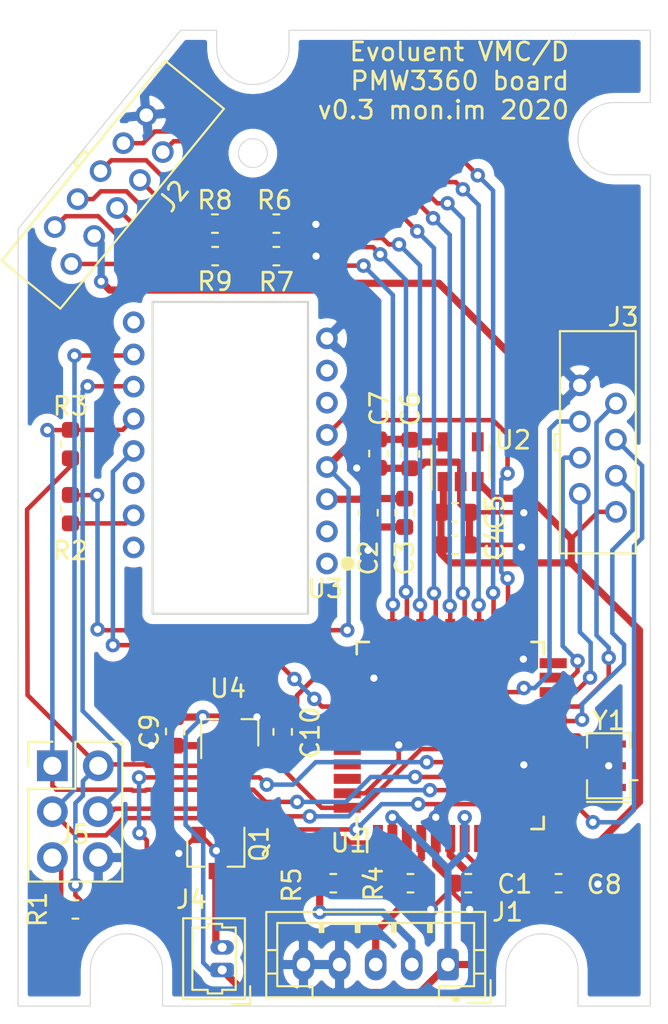
<source format=kicad_pcb>
(kicad_pcb (version 20171130) (host pcbnew "(5.1.5)-3")

  (general
    (thickness 1.6)
    (drawings 31)
    (tracks 491)
    (zones 0)
    (modules 30)
    (nets 53)
  )

  (page A4)
  (layers
    (0 F.Cu signal)
    (31 B.Cu signal)
    (32 B.Adhes user)
    (33 F.Adhes user)
    (34 B.Paste user)
    (35 F.Paste user)
    (36 B.SilkS user)
    (37 F.SilkS user)
    (38 B.Mask user)
    (39 F.Mask user)
    (40 Dwgs.User user)
    (41 Cmts.User user)
    (42 Eco1.User user)
    (43 Eco2.User user)
    (44 Edge.Cuts user)
    (45 Margin user)
    (46 B.CrtYd user)
    (47 F.CrtYd user)
    (48 B.Fab user hide)
    (49 F.Fab user hide)
  )

  (setup
    (last_trace_width 0.25)
    (user_trace_width 0.4)
    (trace_clearance 0.2)
    (zone_clearance 0.4)
    (zone_45_only no)
    (trace_min 0.2)
    (via_size 0.8)
    (via_drill 0.4)
    (via_min_size 0.4)
    (via_min_drill 0.3)
    (uvia_size 0.3)
    (uvia_drill 0.1)
    (uvias_allowed no)
    (uvia_min_size 0.2)
    (uvia_min_drill 0.1)
    (edge_width 0.05)
    (segment_width 0.2)
    (pcb_text_width 0.3)
    (pcb_text_size 1.5 1.5)
    (mod_edge_width 0.12)
    (mod_text_size 1 1)
    (mod_text_width 0.15)
    (pad_size 1.524 1.524)
    (pad_drill 0.762)
    (pad_to_mask_clearance 0.051)
    (solder_mask_min_width 0.25)
    (aux_axis_origin 0 0)
    (visible_elements 7FFFFFFF)
    (pcbplotparams
      (layerselection 0x010fc_ffffffff)
      (usegerberextensions false)
      (usegerberattributes false)
      (usegerberadvancedattributes false)
      (creategerberjobfile false)
      (excludeedgelayer true)
      (linewidth 0.100000)
      (plotframeref false)
      (viasonmask false)
      (mode 1)
      (useauxorigin false)
      (hpglpennumber 1)
      (hpglpenspeed 20)
      (hpglpendiameter 15.000000)
      (psnegative false)
      (psa4output false)
      (plotreference true)
      (plotvalue true)
      (plotinvisibletext false)
      (padsonsilk false)
      (subtractmaskfromsilk false)
      (outputformat 1)
      (mirror false)
      (drillshape 0)
      (scaleselection 1)
      (outputdirectory "gerbers/"))
  )

  (net 0 "")
  (net 1 "Net-(C1-Pad2)")
  (net 2 GND)
  (net 3 "Net-(C2-Pad1)")
  (net 4 +5V)
  (net 5 +1V8)
  (net 6 "Net-(J1-Pad3)")
  (net 7 "Net-(J1-Pad2)")
  (net 8 /M_UNK2)
  (net 9 /M_SCROLL_A)
  (net 10 /M_SCROLL_B)
  (net 11 /M_1)
  (net 12 /M_2)
  (net 13 /M_DPI)
  (net 14 /M_3)
  (net 15 /M_UNK1)
  (net 16 /M_LED0)
  (net 17 /M_LED3)
  (net 18 /M_LED1)
  (net 19 /M_LED2)
  (net 20 /M_THUMB_TOP)
  (net 21 /M_THUMB_BOTTOM)
  (net 22 "Net-(J4-Pad2)")
  (net 23 /RESET)
  (net 24 /LED_ON)
  (net 25 "Net-(R2-Pad2)")
  (net 26 "Net-(U1-Pad42)")
  (net 27 "Net-(U1-Pad17)")
  (net 28 "Net-(U1-Pad16)")
  (net 29 "Net-(U1-Pad8)")
  (net 30 "Net-(U2-Pad4)")
  (net 31 "Net-(U3-Pad9)")
  (net 32 "Net-(U3-Pad14)")
  (net 33 "Net-(U3-Pad16)")
  (net 34 "Net-(U3-Pad7)")
  (net 35 "Net-(U3-Pad6)")
  (net 36 "Net-(U3-Pad2)")
  (net 37 "Net-(U3-Pad1)")
  (net 38 "Net-(R4-Pad1)")
  (net 39 "Net-(R5-Pad1)")
  (net 40 +3V3)
  (net 41 /MOSI)
  (net 42 /SCLK)
  (net 43 /MISO)
  (net 44 /CS)
  (net 45 "Net-(U1-Pad41)")
  (net 46 "Net-(U1-Pad40)")
  (net 47 "Net-(U1-Pad39)")
  (net 48 "Net-(U1-Pad38)")
  (net 49 /FILT_SCROLL_B)
  (net 50 /FILT_SCROLL_A)
  (net 51 "Net-(U1-Pad33)")
  (net 52 "Net-(U1-Pad22)")

  (net_class Default "This is the default net class."
    (clearance 0.2)
    (trace_width 0.25)
    (via_dia 0.8)
    (via_drill 0.4)
    (uvia_dia 0.3)
    (uvia_drill 0.1)
    (add_net +1V8)
    (add_net +3V3)
    (add_net +5V)
    (add_net /CS)
    (add_net /FILT_SCROLL_A)
    (add_net /FILT_SCROLL_B)
    (add_net /LED_ON)
    (add_net /MISO)
    (add_net /MOSI)
    (add_net /M_1)
    (add_net /M_2)
    (add_net /M_3)
    (add_net /M_DPI)
    (add_net /M_LED0)
    (add_net /M_LED1)
    (add_net /M_LED2)
    (add_net /M_LED3)
    (add_net /M_SCROLL_A)
    (add_net /M_SCROLL_B)
    (add_net /M_THUMB_BOTTOM)
    (add_net /M_THUMB_TOP)
    (add_net /M_UNK1)
    (add_net /M_UNK2)
    (add_net /RESET)
    (add_net /SCLK)
    (add_net GND)
    (add_net "Net-(C1-Pad2)")
    (add_net "Net-(C2-Pad1)")
    (add_net "Net-(J1-Pad2)")
    (add_net "Net-(J1-Pad3)")
    (add_net "Net-(J4-Pad2)")
    (add_net "Net-(R2-Pad2)")
    (add_net "Net-(R4-Pad1)")
    (add_net "Net-(R5-Pad1)")
    (add_net "Net-(U1-Pad16)")
    (add_net "Net-(U1-Pad17)")
    (add_net "Net-(U1-Pad22)")
    (add_net "Net-(U1-Pad33)")
    (add_net "Net-(U1-Pad38)")
    (add_net "Net-(U1-Pad39)")
    (add_net "Net-(U1-Pad40)")
    (add_net "Net-(U1-Pad41)")
    (add_net "Net-(U1-Pad42)")
    (add_net "Net-(U1-Pad8)")
    (add_net "Net-(U2-Pad4)")
    (add_net "Net-(U3-Pad1)")
    (add_net "Net-(U3-Pad14)")
    (add_net "Net-(U3-Pad16)")
    (add_net "Net-(U3-Pad2)")
    (add_net "Net-(U3-Pad6)")
    (add_net "Net-(U3-Pad7)")
    (add_net "Net-(U3-Pad9)")
  )

  (module Evoluent:Resonator_SMD_muRata_CSTxExxV-3Pin_3.0x1.1mm (layer F.Cu) (tedit 5FE4C5B0) (tstamp 5EB4485E)
    (at 161.7 117.7 90)
    (descr "SMD Resomator/Filter Murata CSTCE, https://www.murata.com/en-eu/products/productdata/8801162264606/SPEC-CSTNE16M0VH3C000R0.pdf")
    (tags "SMD SMT ceramic resonator filter")
    (path /5EB88CA2)
    (attr smd)
    (fp_text reference Y1 (at 2.5 0) (layer F.SilkS)
      (effects (font (size 1 1) (thickness 0.15)))
    )
    (fp_text value "8MHz CSTNE8M00G550000R0" (at 0 1.8 270) (layer F.Fab)
      (effects (font (size 0.2 0.2) (thickness 0.03)))
    )
    (fp_text user %R (at 0.1 -0.05 270) (layer F.Fab)
      (effects (font (size 0.6 0.6) (thickness 0.08)))
    )
    (fp_line (start 1.8 1.2) (end 1 1.2) (layer F.SilkS) (width 0.12))
    (fp_line (start 1.8 -1.2) (end 1.8 0.8) (layer F.SilkS) (width 0.12))
    (fp_line (start 1 -1.2) (end 1.8 -1.2) (layer F.SilkS) (width 0.12))
    (fp_line (start -1.8 -1.2) (end -0.8 -1.2) (layer F.SilkS) (width 0.12))
    (fp_line (start -1.8 0.8) (end -1.8 -1.2) (layer F.SilkS) (width 0.12))
    (fp_line (start -0.8 1.2) (end -1.8 1.2) (layer F.SilkS) (width 0.12))
    (fp_line (start -0.8 1.2) (end -0.8 1.6) (layer F.SilkS) (width 0.12))
    (fp_line (start -2 -1.2) (end -2 0.8) (layer F.SilkS) (width 0.12))
    (fp_line (start 1.8 0.8) (end 1.8 1.2) (layer F.SilkS) (width 0.12))
    (fp_line (start -1.8 0.8) (end -1.8 1.2) (layer F.SilkS) (width 0.12))
    (fp_line (start -2 0.8) (end -2 1.2) (layer F.SilkS) (width 0.12))
    (fp_line (start 1.5 0.8) (end 1.5 -0.8) (layer F.Fab) (width 0.1))
    (fp_line (start 1.5 -0.8) (end -1.5 -0.8) (layer F.Fab) (width 0.1))
    (fp_line (start -1 0.8) (end -1.5 0.3) (layer F.Fab) (width 0.1))
    (fp_line (start -1 0.8) (end 1.5 0.8) (layer F.Fab) (width 0.1))
    (fp_line (start -1.5 0.3) (end -1.5 -0.8) (layer F.Fab) (width 0.1))
    (fp_line (start 1.75 1.2) (end -1.75 1.2) (layer F.CrtYd) (width 0.05))
    (fp_line (start -1.75 -1.2) (end 1.75 -1.2) (layer F.CrtYd) (width 0.05))
    (fp_line (start 1.75 -1.2) (end 1.75 1.2) (layer F.CrtYd) (width 0.05))
    (fp_line (start -1.75 1.2) (end -1.75 -1.2) (layer F.CrtYd) (width 0.05))
    (pad 1 smd rect (at -1.2 0 90) (size 0.4 1.9) (layers F.Cu F.Paste F.Mask)
      (net 28 "Net-(U1-Pad16)"))
    (pad 2 smd rect (at 0 0 90) (size 0.4 1.9) (layers F.Cu F.Paste F.Mask)
      (net 2 GND))
    (pad 3 smd rect (at 1.2 0 90) (size 0.4 1.9) (layers F.Cu F.Paste F.Mask)
      (net 27 "Net-(U1-Pad17)"))
    (model ${KIPRJMOD}/PocketVoltex.pretty/Resonator_SMD_muRata_CSTxExxV-3Pin_3.0x1.1mm.step
      (at (xyz 0 0 0))
      (scale (xyz 1 1 1))
      (rotate (xyz 0 0 0))
    )
  )

  (module Resistor_SMD:R_0603_1608Metric (layer F.Cu) (tedit 5B301BBD) (tstamp 5FEF2042)
    (at 139.9125 89.5 180)
    (descr "Resistor SMD 0603 (1608 Metric), square (rectangular) end terminal, IPC_7351 nominal, (Body size source: http://www.tortai-tech.com/upload/download/2011102023233369053.pdf), generated with kicad-footprint-generator")
    (tags resistor)
    (path /5FF74045)
    (attr smd)
    (fp_text reference R9 (at 0.0125 -1.4) (layer F.SilkS)
      (effects (font (size 1 1) (thickness 0.15)))
    )
    (fp_text value 4.7k (at 0 1.43) (layer F.Fab)
      (effects (font (size 1 1) (thickness 0.15)))
    )
    (fp_text user %R (at 0 0) (layer F.Fab)
      (effects (font (size 0.4 0.4) (thickness 0.06)))
    )
    (fp_line (start 1.48 0.73) (end -1.48 0.73) (layer F.CrtYd) (width 0.05))
    (fp_line (start 1.48 -0.73) (end 1.48 0.73) (layer F.CrtYd) (width 0.05))
    (fp_line (start -1.48 -0.73) (end 1.48 -0.73) (layer F.CrtYd) (width 0.05))
    (fp_line (start -1.48 0.73) (end -1.48 -0.73) (layer F.CrtYd) (width 0.05))
    (fp_line (start -0.162779 0.51) (end 0.162779 0.51) (layer F.SilkS) (width 0.12))
    (fp_line (start -0.162779 -0.51) (end 0.162779 -0.51) (layer F.SilkS) (width 0.12))
    (fp_line (start 0.8 0.4) (end -0.8 0.4) (layer F.Fab) (width 0.1))
    (fp_line (start 0.8 -0.4) (end 0.8 0.4) (layer F.Fab) (width 0.1))
    (fp_line (start -0.8 -0.4) (end 0.8 -0.4) (layer F.Fab) (width 0.1))
    (fp_line (start -0.8 0.4) (end -0.8 -0.4) (layer F.Fab) (width 0.1))
    (pad 2 smd roundrect (at 0.7875 0 180) (size 0.875 0.95) (layers F.Cu F.Paste F.Mask) (roundrect_rratio 0.25)
      (net 9 /M_SCROLL_A))
    (pad 1 smd roundrect (at -0.7875 0 180) (size 0.875 0.95) (layers F.Cu F.Paste F.Mask) (roundrect_rratio 0.25)
      (net 50 /FILT_SCROLL_A))
    (model ${KISYS3DMOD}/Resistor_SMD.3dshapes/R_0603_1608Metric.wrl
      (at (xyz 0 0 0))
      (scale (xyz 1 1 1))
      (rotate (xyz 0 0 0))
    )
  )

  (module Resistor_SMD:R_0603_1608Metric (layer F.Cu) (tedit 5B301BBD) (tstamp 5FEF2031)
    (at 139.9 87.7 180)
    (descr "Resistor SMD 0603 (1608 Metric), square (rectangular) end terminal, IPC_7351 nominal, (Body size source: http://www.tortai-tech.com/upload/download/2011102023233369053.pdf), generated with kicad-footprint-generator")
    (tags resistor)
    (path /5FF74551)
    (attr smd)
    (fp_text reference R8 (at 0 1.3) (layer F.SilkS)
      (effects (font (size 1 1) (thickness 0.15)))
    )
    (fp_text value 4.7k (at 0 1.43) (layer F.Fab)
      (effects (font (size 1 1) (thickness 0.15)))
    )
    (fp_text user %R (at 0 0) (layer F.Fab)
      (effects (font (size 0.4 0.4) (thickness 0.06)))
    )
    (fp_line (start 1.48 0.73) (end -1.48 0.73) (layer F.CrtYd) (width 0.05))
    (fp_line (start 1.48 -0.73) (end 1.48 0.73) (layer F.CrtYd) (width 0.05))
    (fp_line (start -1.48 -0.73) (end 1.48 -0.73) (layer F.CrtYd) (width 0.05))
    (fp_line (start -1.48 0.73) (end -1.48 -0.73) (layer F.CrtYd) (width 0.05))
    (fp_line (start -0.162779 0.51) (end 0.162779 0.51) (layer F.SilkS) (width 0.12))
    (fp_line (start -0.162779 -0.51) (end 0.162779 -0.51) (layer F.SilkS) (width 0.12))
    (fp_line (start 0.8 0.4) (end -0.8 0.4) (layer F.Fab) (width 0.1))
    (fp_line (start 0.8 -0.4) (end 0.8 0.4) (layer F.Fab) (width 0.1))
    (fp_line (start -0.8 -0.4) (end 0.8 -0.4) (layer F.Fab) (width 0.1))
    (fp_line (start -0.8 0.4) (end -0.8 -0.4) (layer F.Fab) (width 0.1))
    (pad 2 smd roundrect (at 0.7875 0 180) (size 0.875 0.95) (layers F.Cu F.Paste F.Mask) (roundrect_rratio 0.25)
      (net 10 /M_SCROLL_B))
    (pad 1 smd roundrect (at -0.7875 0 180) (size 0.875 0.95) (layers F.Cu F.Paste F.Mask) (roundrect_rratio 0.25)
      (net 49 /FILT_SCROLL_B))
    (model ${KISYS3DMOD}/Resistor_SMD.3dshapes/R_0603_1608Metric.wrl
      (at (xyz 0 0 0))
      (scale (xyz 1 1 1))
      (rotate (xyz 0 0 0))
    )
  )

  (module Resistor_SMD:R_0603_1608Metric (layer F.Cu) (tedit 5B301BBD) (tstamp 5FEF2020)
    (at 143.3 89.5 180)
    (descr "Resistor SMD 0603 (1608 Metric), square (rectangular) end terminal, IPC_7351 nominal, (Body size source: http://www.tortai-tech.com/upload/download/2011102023233369053.pdf), generated with kicad-footprint-generator")
    (tags resistor)
    (path /5FF2A640)
    (attr smd)
    (fp_text reference R7 (at 0 -1.43) (layer F.SilkS)
      (effects (font (size 1 1) (thickness 0.15)))
    )
    (fp_text value 10k (at 0 1.43) (layer F.Fab)
      (effects (font (size 1 1) (thickness 0.15)))
    )
    (fp_text user %R (at 0 0) (layer F.Fab)
      (effects (font (size 0.4 0.4) (thickness 0.06)))
    )
    (fp_line (start 1.48 0.73) (end -1.48 0.73) (layer F.CrtYd) (width 0.05))
    (fp_line (start 1.48 -0.73) (end 1.48 0.73) (layer F.CrtYd) (width 0.05))
    (fp_line (start -1.48 -0.73) (end 1.48 -0.73) (layer F.CrtYd) (width 0.05))
    (fp_line (start -1.48 0.73) (end -1.48 -0.73) (layer F.CrtYd) (width 0.05))
    (fp_line (start -0.162779 0.51) (end 0.162779 0.51) (layer F.SilkS) (width 0.12))
    (fp_line (start -0.162779 -0.51) (end 0.162779 -0.51) (layer F.SilkS) (width 0.12))
    (fp_line (start 0.8 0.4) (end -0.8 0.4) (layer F.Fab) (width 0.1))
    (fp_line (start 0.8 -0.4) (end 0.8 0.4) (layer F.Fab) (width 0.1))
    (fp_line (start -0.8 -0.4) (end 0.8 -0.4) (layer F.Fab) (width 0.1))
    (fp_line (start -0.8 0.4) (end -0.8 -0.4) (layer F.Fab) (width 0.1))
    (pad 2 smd roundrect (at 0.7875 0 180) (size 0.875 0.95) (layers F.Cu F.Paste F.Mask) (roundrect_rratio 0.25)
      (net 50 /FILT_SCROLL_A))
    (pad 1 smd roundrect (at -0.7875 0 180) (size 0.875 0.95) (layers F.Cu F.Paste F.Mask) (roundrect_rratio 0.25)
      (net 2 GND))
    (model ${KISYS3DMOD}/Resistor_SMD.3dshapes/R_0603_1608Metric.wrl
      (at (xyz 0 0 0))
      (scale (xyz 1 1 1))
      (rotate (xyz 0 0 0))
    )
  )

  (module Resistor_SMD:R_0603_1608Metric (layer F.Cu) (tedit 5B301BBD) (tstamp 5FEF200F)
    (at 143.3 87.7 180)
    (descr "Resistor SMD 0603 (1608 Metric), square (rectangular) end terminal, IPC_7351 nominal, (Body size source: http://www.tortai-tech.com/upload/download/2011102023233369053.pdf), generated with kicad-footprint-generator")
    (tags resistor)
    (path /5FF29D2D)
    (attr smd)
    (fp_text reference R6 (at 0.1 1.3) (layer F.SilkS)
      (effects (font (size 1 1) (thickness 0.15)))
    )
    (fp_text value 10k (at 0 1.43) (layer F.Fab)
      (effects (font (size 1 1) (thickness 0.15)))
    )
    (fp_text user %R (at 0 0) (layer F.Fab)
      (effects (font (size 0.4 0.4) (thickness 0.06)))
    )
    (fp_line (start 1.48 0.73) (end -1.48 0.73) (layer F.CrtYd) (width 0.05))
    (fp_line (start 1.48 -0.73) (end 1.48 0.73) (layer F.CrtYd) (width 0.05))
    (fp_line (start -1.48 -0.73) (end 1.48 -0.73) (layer F.CrtYd) (width 0.05))
    (fp_line (start -1.48 0.73) (end -1.48 -0.73) (layer F.CrtYd) (width 0.05))
    (fp_line (start -0.162779 0.51) (end 0.162779 0.51) (layer F.SilkS) (width 0.12))
    (fp_line (start -0.162779 -0.51) (end 0.162779 -0.51) (layer F.SilkS) (width 0.12))
    (fp_line (start 0.8 0.4) (end -0.8 0.4) (layer F.Fab) (width 0.1))
    (fp_line (start 0.8 -0.4) (end 0.8 0.4) (layer F.Fab) (width 0.1))
    (fp_line (start -0.8 -0.4) (end 0.8 -0.4) (layer F.Fab) (width 0.1))
    (fp_line (start -0.8 0.4) (end -0.8 -0.4) (layer F.Fab) (width 0.1))
    (pad 2 smd roundrect (at 0.7875 0 180) (size 0.875 0.95) (layers F.Cu F.Paste F.Mask) (roundrect_rratio 0.25)
      (net 49 /FILT_SCROLL_B))
    (pad 1 smd roundrect (at -0.7875 0 180) (size 0.875 0.95) (layers F.Cu F.Paste F.Mask) (roundrect_rratio 0.25)
      (net 2 GND))
    (model ${KISYS3DMOD}/Resistor_SMD.3dshapes/R_0603_1608Metric.wrl
      (at (xyz 0 0 0))
      (scale (xyz 1 1 1))
      (rotate (xyz 0 0 0))
    )
  )

  (module Resistor_SMD:R_0603_1608Metric (layer F.Cu) (tedit 5B301BBD) (tstamp 5EB61656)
    (at 146.45 124.2 180)
    (descr "Resistor SMD 0603 (1608 Metric), square (rectangular) end terminal, IPC_7351 nominal, (Body size source: http://www.tortai-tech.com/upload/download/2011102023233369053.pdf), generated with kicad-footprint-generator")
    (tags resistor)
    (path /5EBC0C3B)
    (attr smd)
    (fp_text reference R5 (at 2.3 -0.1 90) (layer F.SilkS)
      (effects (font (size 1 1) (thickness 0.15)))
    )
    (fp_text value 22r (at 0 1.43 180) (layer F.Fab)
      (effects (font (size 1 1) (thickness 0.15)))
    )
    (fp_text user %R (at 0 0 180) (layer F.Fab)
      (effects (font (size 0.4 0.4) (thickness 0.06)))
    )
    (fp_line (start 1.48 0.73) (end -1.48 0.73) (layer F.CrtYd) (width 0.05))
    (fp_line (start 1.48 -0.73) (end 1.48 0.73) (layer F.CrtYd) (width 0.05))
    (fp_line (start -1.48 -0.73) (end 1.48 -0.73) (layer F.CrtYd) (width 0.05))
    (fp_line (start -1.48 0.73) (end -1.48 -0.73) (layer F.CrtYd) (width 0.05))
    (fp_line (start -0.162779 0.51) (end 0.162779 0.51) (layer F.SilkS) (width 0.12))
    (fp_line (start -0.162779 -0.51) (end 0.162779 -0.51) (layer F.SilkS) (width 0.12))
    (fp_line (start 0.8 0.4) (end -0.8 0.4) (layer F.Fab) (width 0.1))
    (fp_line (start 0.8 -0.4) (end 0.8 0.4) (layer F.Fab) (width 0.1))
    (fp_line (start -0.8 -0.4) (end 0.8 -0.4) (layer F.Fab) (width 0.1))
    (fp_line (start -0.8 0.4) (end -0.8 -0.4) (layer F.Fab) (width 0.1))
    (pad 2 smd roundrect (at 0.7875 0 180) (size 0.875 0.95) (layers F.Cu F.Paste F.Mask) (roundrect_rratio 0.25)
      (net 7 "Net-(J1-Pad2)"))
    (pad 1 smd roundrect (at -0.7875 0 180) (size 0.875 0.95) (layers F.Cu F.Paste F.Mask) (roundrect_rratio 0.25)
      (net 39 "Net-(R5-Pad1)"))
    (model ${KISYS3DMOD}/Resistor_SMD.3dshapes/R_0603_1608Metric.wrl
      (at (xyz 0 0 0))
      (scale (xyz 1 1 1))
      (rotate (xyz 0 0 0))
    )
  )

  (module Package_TO_SOT_SMD:SOT-23 (layer F.Cu) (tedit 5A02FF57) (tstamp 5F54A618)
    (at 140.72 115.88 90)
    (descr "SOT-23, Standard")
    (tags SOT-23)
    (path /5F5DC2A4)
    (attr smd)
    (fp_text reference U4 (at 2.455 -0.095) (layer F.SilkS)
      (effects (font (size 1 1) (thickness 0.15)))
    )
    (fp_text value MCP1700-3302E_SOT23 (at 0 2.5 90) (layer F.Fab)
      (effects (font (size 1 1) (thickness 0.15)))
    )
    (fp_line (start 0.76 1.58) (end -0.7 1.58) (layer F.SilkS) (width 0.12))
    (fp_line (start 0.76 -1.58) (end -1.4 -1.58) (layer F.SilkS) (width 0.12))
    (fp_line (start -1.7 1.75) (end -1.7 -1.75) (layer F.CrtYd) (width 0.05))
    (fp_line (start 1.7 1.75) (end -1.7 1.75) (layer F.CrtYd) (width 0.05))
    (fp_line (start 1.7 -1.75) (end 1.7 1.75) (layer F.CrtYd) (width 0.05))
    (fp_line (start -1.7 -1.75) (end 1.7 -1.75) (layer F.CrtYd) (width 0.05))
    (fp_line (start 0.76 -1.58) (end 0.76 -0.65) (layer F.SilkS) (width 0.12))
    (fp_line (start 0.76 1.58) (end 0.76 0.65) (layer F.SilkS) (width 0.12))
    (fp_line (start -0.7 1.52) (end 0.7 1.52) (layer F.Fab) (width 0.1))
    (fp_line (start 0.7 -1.52) (end 0.7 1.52) (layer F.Fab) (width 0.1))
    (fp_line (start -0.7 -0.95) (end -0.15 -1.52) (layer F.Fab) (width 0.1))
    (fp_line (start -0.15 -1.52) (end 0.7 -1.52) (layer F.Fab) (width 0.1))
    (fp_line (start -0.7 -0.95) (end -0.7 1.5) (layer F.Fab) (width 0.1))
    (fp_text user %R (at 0 0) (layer F.Fab)
      (effects (font (size 0.5 0.5) (thickness 0.075)))
    )
    (pad 3 smd rect (at 1 0 90) (size 0.9 0.8) (layers F.Cu F.Paste F.Mask)
      (net 4 +5V))
    (pad 2 smd rect (at -1 0.95 90) (size 0.9 0.8) (layers F.Cu F.Paste F.Mask)
      (net 40 +3V3))
    (pad 1 smd rect (at -1 -0.95 90) (size 0.9 0.8) (layers F.Cu F.Paste F.Mask)
      (net 2 GND))
    (model ${KISYS3DMOD}/Package_TO_SOT_SMD.3dshapes/SOT-23.wrl
      (at (xyz 0 0 0))
      (scale (xyz 1 1 1))
      (rotate (xyz 0 0 0))
    )
  )

  (module Capacitor_SMD:C_0603_1608Metric (layer F.Cu) (tedit 5B301BBE) (tstamp 5F54A30F)
    (at 143.65 115.825 90)
    (descr "Capacitor SMD 0603 (1608 Metric), square (rectangular) end terminal, IPC_7351 nominal, (Body size source: http://www.tortai-tech.com/upload/download/2011102023233369053.pdf), generated with kicad-footprint-generator")
    (tags capacitor)
    (path /5F5E65EB)
    (attr smd)
    (fp_text reference C10 (at -0.05 1.525 90) (layer F.SilkS)
      (effects (font (size 1 1) (thickness 0.15)))
    )
    (fp_text value 1uF (at 0 1.43 90) (layer F.Fab)
      (effects (font (size 1 1) (thickness 0.15)))
    )
    (fp_text user %R (at 0 0 90) (layer F.Fab)
      (effects (font (size 0.4 0.4) (thickness 0.06)))
    )
    (fp_line (start 1.48 0.73) (end -1.48 0.73) (layer F.CrtYd) (width 0.05))
    (fp_line (start 1.48 -0.73) (end 1.48 0.73) (layer F.CrtYd) (width 0.05))
    (fp_line (start -1.48 -0.73) (end 1.48 -0.73) (layer F.CrtYd) (width 0.05))
    (fp_line (start -1.48 0.73) (end -1.48 -0.73) (layer F.CrtYd) (width 0.05))
    (fp_line (start -0.162779 0.51) (end 0.162779 0.51) (layer F.SilkS) (width 0.12))
    (fp_line (start -0.162779 -0.51) (end 0.162779 -0.51) (layer F.SilkS) (width 0.12))
    (fp_line (start 0.8 0.4) (end -0.8 0.4) (layer F.Fab) (width 0.1))
    (fp_line (start 0.8 -0.4) (end 0.8 0.4) (layer F.Fab) (width 0.1))
    (fp_line (start -0.8 -0.4) (end 0.8 -0.4) (layer F.Fab) (width 0.1))
    (fp_line (start -0.8 0.4) (end -0.8 -0.4) (layer F.Fab) (width 0.1))
    (pad 2 smd roundrect (at 0.7875 0 90) (size 0.875 0.95) (layers F.Cu F.Paste F.Mask) (roundrect_rratio 0.25)
      (net 2 GND))
    (pad 1 smd roundrect (at -0.7875 0 90) (size 0.875 0.95) (layers F.Cu F.Paste F.Mask) (roundrect_rratio 0.25)
      (net 40 +3V3))
    (model ${KISYS3DMOD}/Capacitor_SMD.3dshapes/C_0603_1608Metric.wrl
      (at (xyz 0 0 0))
      (scale (xyz 1 1 1))
      (rotate (xyz 0 0 0))
    )
  )

  (module Capacitor_SMD:C_0603_1608Metric (layer F.Cu) (tedit 5B301BBE) (tstamp 5F54A2FE)
    (at 137.7 115.8 90)
    (descr "Capacitor SMD 0603 (1608 Metric), square (rectangular) end terminal, IPC_7351 nominal, (Body size source: http://www.tortai-tech.com/upload/download/2011102023233369053.pdf), generated with kicad-footprint-generator")
    (tags capacitor)
    (path /5F5DD2B5)
    (attr smd)
    (fp_text reference C9 (at 0 -1.43 90) (layer F.SilkS)
      (effects (font (size 1 1) (thickness 0.15)))
    )
    (fp_text value 1uF (at 0 1.43 90) (layer F.Fab)
      (effects (font (size 1 1) (thickness 0.15)))
    )
    (fp_text user %R (at 0 0 90) (layer F.Fab)
      (effects (font (size 0.4 0.4) (thickness 0.06)))
    )
    (fp_line (start 1.48 0.73) (end -1.48 0.73) (layer F.CrtYd) (width 0.05))
    (fp_line (start 1.48 -0.73) (end 1.48 0.73) (layer F.CrtYd) (width 0.05))
    (fp_line (start -1.48 -0.73) (end 1.48 -0.73) (layer F.CrtYd) (width 0.05))
    (fp_line (start -1.48 0.73) (end -1.48 -0.73) (layer F.CrtYd) (width 0.05))
    (fp_line (start -0.162779 0.51) (end 0.162779 0.51) (layer F.SilkS) (width 0.12))
    (fp_line (start -0.162779 -0.51) (end 0.162779 -0.51) (layer F.SilkS) (width 0.12))
    (fp_line (start 0.8 0.4) (end -0.8 0.4) (layer F.Fab) (width 0.1))
    (fp_line (start 0.8 -0.4) (end 0.8 0.4) (layer F.Fab) (width 0.1))
    (fp_line (start -0.8 -0.4) (end 0.8 -0.4) (layer F.Fab) (width 0.1))
    (fp_line (start -0.8 0.4) (end -0.8 -0.4) (layer F.Fab) (width 0.1))
    (pad 2 smd roundrect (at 0.7875 0 90) (size 0.875 0.95) (layers F.Cu F.Paste F.Mask) (roundrect_rratio 0.25)
      (net 4 +5V))
    (pad 1 smd roundrect (at -0.7875 0 90) (size 0.875 0.95) (layers F.Cu F.Paste F.Mask) (roundrect_rratio 0.25)
      (net 2 GND))
    (model ${KISYS3DMOD}/Capacitor_SMD.3dshapes/C_0603_1608Metric.wrl
      (at (xyz 0 0 0))
      (scale (xyz 1 1 1))
      (rotate (xyz 0 0 0))
    )
  )

  (module Evoluent:PMW3360-T2QU locked (layer F.Cu) (tedit 5EB55146) (tstamp 5EB6A2D2)
    (at 140.75 100.85 270)
    (path /5EB3D2F0)
    (fp_text reference U3 (at 7.05 -5.25 180) (layer F.SilkS)
      (effects (font (size 1 1) (thickness 0.15)))
    )
    (fp_text value PMW3360-T2QU (at 0 -0.5 90) (layer F.Fab)
      (effects (font (size 1 1) (thickness 0.15)))
    )
    (fp_arc (start -3.33 -2.45) (end -3.33 -9.5) (angle -90) (layer Dwgs.User) (width 0.12))
    (fp_arc (start -3.33 2.45) (end -10.38 2.45) (angle -90) (layer Dwgs.User) (width 0.12))
    (fp_arc (start 3.92 2.45) (end 3.92 9.5) (angle -90) (layer Dwgs.User) (width 0.12))
    (fp_arc (start 3.92 -2.45) (end 10.97 -2.45) (angle -90) (layer Dwgs.User) (width 0.12))
    (fp_line (start -10.38 -1.5) (end -10.38 -2.45) (layer Dwgs.User) (width 0.12))
    (fp_line (start -10.38 -1.5) (end -10.63 -1.5) (layer Dwgs.User) (width 0.12))
    (fp_line (start -10.38 1.5) (end -10.63 1.5) (layer Dwgs.User) (width 0.12))
    (fp_line (start -10.63 -1.5) (end -10.63 1.5) (layer Dwgs.User) (width 0.12))
    (fp_line (start 3.92 9.5) (end -3.33 9.5) (layer Dwgs.User) (width 0.12))
    (fp_line (start -3.33 -9.5) (end 3.92 -9.5) (layer Dwgs.User) (width 0.12))
    (fp_line (start -10.38 2.45) (end -10.38 1.5) (layer Dwgs.User) (width 0.12))
    (fp_line (start 10.97 2.45) (end 10.97 -2.45) (layer Dwgs.User) (width 0.12))
    (fp_poly (pts (xy -5.75 0.25) (xy -7.5 0.25) (xy -7.5 -0.25) (xy -5.75 -0.25)) (layer Dwgs.User) (width 0.1))
    (fp_poly (pts (xy -7.5 1) (xy -8.5 0) (xy -7.5 -1)) (layer Dwgs.User) (width 0.1))
    (fp_text user Front (at -5 0) (layer Dwgs.User)
      (effects (font (size 1 1) (thickness 0.15)))
    )
    (fp_arc (start 0 0) (end 0 -2) (angle -180) (layer Dwgs.User) (width 0.12))
    (fp_line (start 4 2) (end 0 2) (layer Dwgs.User) (width 0.12))
    (fp_line (start 4 -2) (end 4 2) (layer Dwgs.User) (width 0.12))
    (fp_line (start 0 -2) (end 4 -2) (layer Dwgs.User) (width 0.12))
    (fp_line (start -8.82 4.3) (end -8.82 -4.3) (layer Edge.Cuts) (width 0.12))
    (fp_line (start 8.44 4.3) (end -8.82 4.3) (layer Edge.Cuts) (width 0.12))
    (fp_line (start 8.44 -4.3) (end 8.44 4.3) (layer Edge.Cuts) (width 0.12))
    (fp_line (start -8.82 -4.3) (end 8.44 -4.3) (layer Edge.Cuts) (width 0.12))
    (fp_circle (center 5.66 -6.5) (end 5.86 -6.5) (layer F.SilkS) (width 0.4))
    (pad 9 thru_hole circle (at -7.69 5.35 270) (size 1.2 1.2) (drill 0.7) (layers *.Cu *.Mask)
      (net 31 "Net-(U3-Pad9)"))
    (pad 10 thru_hole circle (at -5.91 5.35 270) (size 1.2 1.2) (drill 0.7) (layers *.Cu *.Mask)
      (net 42 /SCLK))
    (pad 11 thru_hole circle (at -4.13 5.35 270) (size 1.2 1.2) (drill 0.7) (layers *.Cu *.Mask)
      (net 41 /MOSI))
    (pad 12 thru_hole circle (at -2.35 5.35 270) (size 1.2 1.2) (drill 0.7) (layers *.Cu *.Mask)
      (net 43 /MISO))
    (pad 13 thru_hole circle (at -0.57 5.35 270) (size 1.2 1.2) (drill 0.7) (layers *.Cu *.Mask)
      (net 44 /CS))
    (pad 14 thru_hole circle (at 1.21 5.35 270) (size 1.2 1.2) (drill 0.7) (layers *.Cu *.Mask)
      (net 32 "Net-(U3-Pad14)"))
    (pad 15 thru_hole circle (at 2.99 5.35 270) (size 1.2 1.2) (drill 0.7) (layers *.Cu *.Mask)
      (net 25 "Net-(R2-Pad2)"))
    (pad 16 thru_hole circle (at 4.77 5.35 270) (size 1.2 1.2) (drill 0.7) (layers *.Cu *.Mask)
      (net 33 "Net-(U3-Pad16)"))
    (pad 8 thru_hole circle (at -6.8 -5.35 270) (size 1.2 1.2) (drill 0.7) (layers *.Cu *.Mask)
      (net 2 GND))
    (pad 7 thru_hole circle (at -5.02 -5.35 270) (size 1.2 1.2) (drill 0.7) (layers *.Cu *.Mask)
      (net 34 "Net-(U3-Pad7)"))
    (pad 6 thru_hole circle (at -3.24 -5.35 270) (size 1.2 1.2) (drill 0.7) (layers *.Cu *.Mask)
      (net 35 "Net-(U3-Pad6)"))
    (pad 5 thru_hole circle (at -1.46 -5.35 270) (size 1.2 1.2) (drill 0.7) (layers *.Cu *.Mask)
      (net 40 +3V3))
    (pad 4 thru_hole circle (at 0.32 -5.35 270) (size 1.2 1.2) (drill 0.7) (layers *.Cu *.Mask)
      (net 5 +1V8))
    (pad 3 thru_hole circle (at 2.1 -5.35 270) (size 1.2 1.2) (drill 0.7) (layers *.Cu *.Mask)
      (net 3 "Net-(C2-Pad1)"))
    (pad 2 thru_hole circle (at 3.88 -5.35 270) (size 1.2 1.2) (drill 0.7) (layers *.Cu *.Mask)
      (net 36 "Net-(U3-Pad2)"))
    (pad 1 thru_hole circle (at 5.66 -5.35 270) (size 1.2 1.2) (drill 0.7) (layers *.Cu *.Mask)
      (net 37 "Net-(U3-Pad1)"))
  )

  (module Resistor_SMD:R_0603_1608Metric (layer F.Cu) (tedit 5B301BBD) (tstamp 5EB61645)
    (at 150.725 124.2)
    (descr "Resistor SMD 0603 (1608 Metric), square (rectangular) end terminal, IPC_7351 nominal, (Body size source: http://www.tortai-tech.com/upload/download/2011102023233369053.pdf), generated with kicad-footprint-generator")
    (tags resistor)
    (path /5EBC0209)
    (attr smd)
    (fp_text reference R4 (at -2.05 0.025 270) (layer F.SilkS)
      (effects (font (size 1 1) (thickness 0.15)))
    )
    (fp_text value 22r (at 0 1.43 180) (layer F.Fab)
      (effects (font (size 1 1) (thickness 0.15)))
    )
    (fp_text user %R (at 0 0 180) (layer F.Fab)
      (effects (font (size 0.4 0.4) (thickness 0.06)))
    )
    (fp_line (start 1.48 0.73) (end -1.48 0.73) (layer F.CrtYd) (width 0.05))
    (fp_line (start 1.48 -0.73) (end 1.48 0.73) (layer F.CrtYd) (width 0.05))
    (fp_line (start -1.48 -0.73) (end 1.48 -0.73) (layer F.CrtYd) (width 0.05))
    (fp_line (start -1.48 0.73) (end -1.48 -0.73) (layer F.CrtYd) (width 0.05))
    (fp_line (start -0.162779 0.51) (end 0.162779 0.51) (layer F.SilkS) (width 0.12))
    (fp_line (start -0.162779 -0.51) (end 0.162779 -0.51) (layer F.SilkS) (width 0.12))
    (fp_line (start 0.8 0.4) (end -0.8 0.4) (layer F.Fab) (width 0.1))
    (fp_line (start 0.8 -0.4) (end 0.8 0.4) (layer F.Fab) (width 0.1))
    (fp_line (start -0.8 -0.4) (end 0.8 -0.4) (layer F.Fab) (width 0.1))
    (fp_line (start -0.8 0.4) (end -0.8 -0.4) (layer F.Fab) (width 0.1))
    (pad 2 smd roundrect (at 0.7875 0) (size 0.875 0.95) (layers F.Cu F.Paste F.Mask) (roundrect_rratio 0.25)
      (net 6 "Net-(J1-Pad3)"))
    (pad 1 smd roundrect (at -0.7875 0) (size 0.875 0.95) (layers F.Cu F.Paste F.Mask) (roundrect_rratio 0.25)
      (net 38 "Net-(R4-Pad1)"))
    (model ${KISYS3DMOD}/Resistor_SMD.3dshapes/R_0603_1608Metric.wrl
      (at (xyz 0 0 0))
      (scale (xyz 1 1 1))
      (rotate (xyz 0 0 0))
    )
  )

  (module Evoluent:08FMZ-BT (layer F.Cu) (tedit 5EB3EE70) (tstamp 5EB44727)
    (at 160.1 96.65 270)
    (path /5EBBAA6A)
    (fp_text reference J3 (at -3.78 -2.4 180) (layer F.SilkS)
      (effects (font (size 1 1) (thickness 0.15)))
    )
    (fp_text value "Thumb switches" (at 2.75 -6 90) (layer F.Fab)
      (effects (font (size 1 1) (thickness 0.15)))
    )
    (fp_line (start 2.7 1.4) (end 2.7 1.1) (layer F.SilkS) (width 0.12))
    (fp_line (start 3.6 1.4) (end 2.7 1.4) (layer F.SilkS) (width 0.12))
    (fp_line (start 3.6 1.1) (end 3.6 1.4) (layer F.SilkS) (width 0.12))
    (fp_line (start -3 -3.1) (end -3 1.1) (layer F.SilkS) (width 0.12))
    (fp_line (start 9.3 -3.1) (end -3 -3.1) (layer F.SilkS) (width 0.12))
    (fp_line (start 9.3 1.1) (end 9.3 -3.1) (layer F.SilkS) (width 0.12))
    (fp_line (start -3 1.1) (end 9.3 1.1) (layer F.SilkS) (width 0.12))
    (pad 8 thru_hole circle (at 7 -2 270) (size 1.2 1.2) (drill 0.75) (layers *.Cu *.Mask)
      (net 4 +5V))
    (pad 7 thru_hole circle (at 6 0 270) (size 1.2 1.2) (drill 0.75) (layers *.Cu *.Mask)
      (net 16 /M_LED0))
    (pad 6 thru_hole circle (at 5 -2 270) (size 1.2 1.2) (drill 0.75) (layers *.Cu *.Mask)
      (net 17 /M_LED3))
    (pad 5 thru_hole circle (at 4 0 270) (size 1.2 1.2) (drill 0.75) (layers *.Cu *.Mask)
      (net 18 /M_LED1))
    (pad 4 thru_hole circle (at 3 -2 270) (size 1.2 1.2) (drill 0.75) (layers *.Cu *.Mask)
      (net 19 /M_LED2))
    (pad 3 thru_hole circle (at 2 0 270) (size 1.2 1.2) (drill 0.75) (layers *.Cu *.Mask)
      (net 20 /M_THUMB_TOP))
    (pad 2 thru_hole circle (at 1 -2 270) (size 1.2 1.2) (drill 0.75) (layers *.Cu *.Mask)
      (net 21 /M_THUMB_BOTTOM))
    (pad 1 thru_hole circle (at 0 0 270) (size 1.2 1.2) (drill 0.75) (layers *.Cu *.Mask)
      (net 2 GND))
    (model ${KIPRJMOD}/Evoluent.pretty/08FMZ-BT.STEP
      (offset (xyz 0.95 -7.2 0))
      (scale (xyz 1 1 1))
      (rotate (xyz -90 0 0))
    )
  )

  (module Evoluent:10FMZ-BT (layer F.Cu) (tedit 5EB3EEDB) (tstamp 5EB44714)
    (at 136.1 81.7 230.7)
    (path /5EBBBC73)
    (fp_text reference J2 (at 2.5 -4 50.7) (layer F.SilkS)
      (effects (font (size 1 1) (thickness 0.15)))
    )
    (fp_text value "Main switches" (at 2.75 -6 50.7) (layer F.Fab)
      (effects (font (size 1 1) (thickness 0.15)))
    )
    (fp_line (start 3.7 1.4) (end 3.7 1.1) (layer F.SilkS) (width 0.12))
    (fp_line (start 4.6 1.4) (end 3.7 1.4) (layer F.SilkS) (width 0.12))
    (fp_line (start 4.6 1.1) (end 4.6 1.4) (layer F.SilkS) (width 0.12))
    (fp_line (start -3 -3.1) (end -3 1.1) (layer F.SilkS) (width 0.12))
    (fp_line (start 11.3 -3.1) (end -3 -3.1) (layer F.SilkS) (width 0.12))
    (fp_line (start 11.3 1.1) (end 11.3 -3.1) (layer F.SilkS) (width 0.12))
    (fp_line (start -3 1.1) (end 11.3 1.1) (layer F.SilkS) (width 0.12))
    (pad 10 thru_hole circle (at 9 -2 230.7) (size 1.2 1.2) (drill 0.75) (layers *.Cu *.Mask)
      (net 8 /M_UNK2))
    (pad 9 thru_hole circle (at 8 0 230.7) (size 1.2 1.2) (drill 0.75) (layers *.Cu *.Mask)
      (net 9 /M_SCROLL_A))
    (pad 8 thru_hole circle (at 7 -2 230.7) (size 1.2 1.2) (drill 0.75) (layers *.Cu *.Mask)
      (net 4 +5V))
    (pad 7 thru_hole circle (at 6 0 230.7) (size 1.2 1.2) (drill 0.75) (layers *.Cu *.Mask)
      (net 10 /M_SCROLL_B))
    (pad 6 thru_hole circle (at 5 -2 230.7) (size 1.2 1.2) (drill 0.75) (layers *.Cu *.Mask)
      (net 11 /M_1))
    (pad 5 thru_hole circle (at 4 0 230.7) (size 1.2 1.2) (drill 0.75) (layers *.Cu *.Mask)
      (net 12 /M_2))
    (pad 4 thru_hole circle (at 3 -2 230.7) (size 1.2 1.2) (drill 0.75) (layers *.Cu *.Mask)
      (net 13 /M_DPI))
    (pad 3 thru_hole circle (at 2 0 230.7) (size 1.2 1.2) (drill 0.75) (layers *.Cu *.Mask)
      (net 14 /M_3))
    (pad 2 thru_hole circle (at 1 -2 230.7) (size 1.2 1.2) (drill 0.75) (layers *.Cu *.Mask)
      (net 15 /M_UNK1))
    (pad 1 thru_hole circle (at 0 0 230.7) (size 1.2 1.2) (drill 0.75) (layers *.Cu *.Mask)
      (net 2 GND))
    (model ${KIPRJMOD}/Evoluent.pretty/10FMZ-BT.STEP
      (offset (xyz 0.95 -8.199999999999999 0))
      (scale (xyz 1 1 1))
      (rotate (xyz -90 0 0))
    )
  )

  (module Package_TO_SOT_SMD:SOT-23-5 (layer F.Cu) (tedit 5A02FF57) (tstamp 5EB6A27F)
    (at 153.5 100.875 90)
    (descr "5-pin SOT23 package")
    (tags SOT-23-5)
    (path /5EB44466)
    (attr smd)
    (fp_text reference U2 (at 1.2 2.9 180) (layer F.SilkS)
      (effects (font (size 1 1) (thickness 0.15)))
    )
    (fp_text value TLV70019_SOT23-5 (at 0 2.9 90) (layer F.Fab)
      (effects (font (size 1 1) (thickness 0.15)))
    )
    (fp_line (start 0.9 -1.55) (end 0.9 1.55) (layer F.Fab) (width 0.1))
    (fp_line (start 0.9 1.55) (end -0.9 1.55) (layer F.Fab) (width 0.1))
    (fp_line (start -0.9 -0.9) (end -0.9 1.55) (layer F.Fab) (width 0.1))
    (fp_line (start 0.9 -1.55) (end -0.25 -1.55) (layer F.Fab) (width 0.1))
    (fp_line (start -0.9 -0.9) (end -0.25 -1.55) (layer F.Fab) (width 0.1))
    (fp_line (start -1.9 1.8) (end -1.9 -1.8) (layer F.CrtYd) (width 0.05))
    (fp_line (start 1.9 1.8) (end -1.9 1.8) (layer F.CrtYd) (width 0.05))
    (fp_line (start 1.9 -1.8) (end 1.9 1.8) (layer F.CrtYd) (width 0.05))
    (fp_line (start -1.9 -1.8) (end 1.9 -1.8) (layer F.CrtYd) (width 0.05))
    (fp_line (start 0.9 -1.61) (end -1.55 -1.61) (layer F.SilkS) (width 0.12))
    (fp_line (start -0.9 1.61) (end 0.9 1.61) (layer F.SilkS) (width 0.12))
    (fp_text user %R (at 0 0) (layer F.Fab)
      (effects (font (size 0.5 0.5) (thickness 0.075)))
    )
    (pad 5 smd rect (at 1.1 -0.95 90) (size 1.06 0.65) (layers F.Cu F.Paste F.Mask)
      (net 5 +1V8))
    (pad 4 smd rect (at 1.1 0.95 90) (size 1.06 0.65) (layers F.Cu F.Paste F.Mask)
      (net 30 "Net-(U2-Pad4)"))
    (pad 3 smd rect (at -1.1 0.95 90) (size 1.06 0.65) (layers F.Cu F.Paste F.Mask)
      (net 4 +5V))
    (pad 2 smd rect (at -1.1 0 90) (size 1.06 0.65) (layers F.Cu F.Paste F.Mask)
      (net 2 GND))
    (pad 1 smd rect (at -1.1 -0.95 90) (size 1.06 0.65) (layers F.Cu F.Paste F.Mask)
      (net 4 +5V))
    (model ${KISYS3DMOD}/Package_TO_SOT_SMD.3dshapes/SOT-23-5.wrl
      (at (xyz 0 0 0))
      (scale (xyz 1 1 1))
      (rotate (xyz 0 0 0))
    )
  )

  (module Package_QFP:TQFP-44_10x10mm_P0.8mm (layer F.Cu) (tedit 5A02F146) (tstamp 5F549A79)
    (at 152.925 116.025 90)
    (descr "44-Lead Plastic Thin Quad Flatpack (PT) - 10x10x1.0 mm Body [TQFP] (see Microchip Packaging Specification 00000049BS.pdf)")
    (tags "QFP 0.8")
    (path /5EB572E0)
    (attr smd)
    (fp_text reference U1 (at -5.95 -5.625 180) (layer F.SilkS)
      (effects (font (size 1 1) (thickness 0.15)))
    )
    (fp_text value ATmega32U4-AU (at 0 7.45 90) (layer F.Fab)
      (effects (font (size 1 1) (thickness 0.15)))
    )
    (fp_line (start -5.175 -4.6) (end -6.45 -4.6) (layer F.SilkS) (width 0.15))
    (fp_line (start 5.175 -5.175) (end 4.5 -5.175) (layer F.SilkS) (width 0.15))
    (fp_line (start 5.175 5.175) (end 4.5 5.175) (layer F.SilkS) (width 0.15))
    (fp_line (start -5.175 5.175) (end -4.5 5.175) (layer F.SilkS) (width 0.15))
    (fp_line (start -5.175 -5.175) (end -4.5 -5.175) (layer F.SilkS) (width 0.15))
    (fp_line (start -5.175 5.175) (end -5.175 4.5) (layer F.SilkS) (width 0.15))
    (fp_line (start 5.175 5.175) (end 5.175 4.5) (layer F.SilkS) (width 0.15))
    (fp_line (start 5.175 -5.175) (end 5.175 -4.5) (layer F.SilkS) (width 0.15))
    (fp_line (start -5.175 -5.175) (end -5.175 -4.6) (layer F.SilkS) (width 0.15))
    (fp_line (start -6.7 6.7) (end 6.7 6.7) (layer F.CrtYd) (width 0.05))
    (fp_line (start -6.7 -6.7) (end 6.7 -6.7) (layer F.CrtYd) (width 0.05))
    (fp_line (start 6.7 -6.7) (end 6.7 6.7) (layer F.CrtYd) (width 0.05))
    (fp_line (start -6.7 -6.7) (end -6.7 6.7) (layer F.CrtYd) (width 0.05))
    (fp_line (start -5 -4) (end -4 -5) (layer F.Fab) (width 0.15))
    (fp_line (start -5 5) (end -5 -4) (layer F.Fab) (width 0.15))
    (fp_line (start 5 5) (end -5 5) (layer F.Fab) (width 0.15))
    (fp_line (start 5 -5) (end 5 5) (layer F.Fab) (width 0.15))
    (fp_line (start -4 -5) (end 5 -5) (layer F.Fab) (width 0.15))
    (fp_text user %R (at 0 0 90) (layer F.Fab)
      (effects (font (size 1 1) (thickness 0.15)))
    )
    (pad 44 smd rect (at -4 -5.7 180) (size 1.5 0.55) (layers F.Cu F.Paste F.Mask)
      (net 40 +3V3))
    (pad 43 smd rect (at -3.2 -5.7 180) (size 1.5 0.55) (layers F.Cu F.Paste F.Mask)
      (net 2 GND))
    (pad 42 smd rect (at -2.4 -5.7 180) (size 1.5 0.55) (layers F.Cu F.Paste F.Mask)
      (net 26 "Net-(U1-Pad42)"))
    (pad 41 smd rect (at -1.6 -5.7 180) (size 1.5 0.55) (layers F.Cu F.Paste F.Mask)
      (net 45 "Net-(U1-Pad41)"))
    (pad 40 smd rect (at -0.8 -5.7 180) (size 1.5 0.55) (layers F.Cu F.Paste F.Mask)
      (net 46 "Net-(U1-Pad40)"))
    (pad 39 smd rect (at 0 -5.7 180) (size 1.5 0.55) (layers F.Cu F.Paste F.Mask)
      (net 47 "Net-(U1-Pad39)"))
    (pad 38 smd rect (at 0.8 -5.7 180) (size 1.5 0.55) (layers F.Cu F.Paste F.Mask)
      (net 48 "Net-(U1-Pad38)"))
    (pad 37 smd rect (at 1.6 -5.7 180) (size 1.5 0.55) (layers F.Cu F.Paste F.Mask)
      (net 44 /CS))
    (pad 36 smd rect (at 2.4 -5.7 180) (size 1.5 0.55) (layers F.Cu F.Paste F.Mask)
      (net 20 /M_THUMB_TOP))
    (pad 35 smd rect (at 3.2 -5.7 180) (size 1.5 0.55) (layers F.Cu F.Paste F.Mask)
      (net 2 GND))
    (pad 34 smd rect (at 4 -5.7 180) (size 1.5 0.55) (layers F.Cu F.Paste F.Mask)
      (net 40 +3V3))
    (pad 33 smd rect (at 5.7 -4 90) (size 1.5 0.55) (layers F.Cu F.Paste F.Mask)
      (net 51 "Net-(U1-Pad33)"))
    (pad 32 smd rect (at 5.7 -3.2 90) (size 1.5 0.55) (layers F.Cu F.Paste F.Mask)
      (net 8 /M_UNK2))
    (pad 31 smd rect (at 5.7 -2.4 90) (size 1.5 0.55) (layers F.Cu F.Paste F.Mask)
      (net 50 /FILT_SCROLL_A))
    (pad 30 smd rect (at 5.7 -1.6 90) (size 1.5 0.55) (layers F.Cu F.Paste F.Mask)
      (net 11 /M_1))
    (pad 29 smd rect (at 5.7 -0.8 90) (size 1.5 0.55) (layers F.Cu F.Paste F.Mask)
      (net 49 /FILT_SCROLL_B))
    (pad 28 smd rect (at 5.7 0 90) (size 1.5 0.55) (layers F.Cu F.Paste F.Mask)
      (net 13 /M_DPI))
    (pad 27 smd rect (at 5.7 0.8 90) (size 1.5 0.55) (layers F.Cu F.Paste F.Mask)
      (net 12 /M_2))
    (pad 26 smd rect (at 5.7 1.6 90) (size 1.5 0.55) (layers F.Cu F.Paste F.Mask)
      (net 15 /M_UNK1))
    (pad 25 smd rect (at 5.7 2.4 90) (size 1.5 0.55) (layers F.Cu F.Paste F.Mask)
      (net 14 /M_3))
    (pad 24 smd rect (at 5.7 3.2 90) (size 1.5 0.55) (layers F.Cu F.Paste F.Mask)
      (net 40 +3V3))
    (pad 23 smd rect (at 5.7 4 90) (size 1.5 0.55) (layers F.Cu F.Paste F.Mask)
      (net 2 GND))
    (pad 22 smd rect (at 4 5.7 180) (size 1.5 0.55) (layers F.Cu F.Paste F.Mask)
      (net 52 "Net-(U1-Pad22)"))
    (pad 21 smd rect (at 3.2 5.7 180) (size 1.5 0.55) (layers F.Cu F.Paste F.Mask)
      (net 18 /M_LED1))
    (pad 20 smd rect (at 2.4 5.7 180) (size 1.5 0.55) (layers F.Cu F.Paste F.Mask)
      (net 16 /M_LED0))
    (pad 19 smd rect (at 1.6 5.7 180) (size 1.5 0.55) (layers F.Cu F.Paste F.Mask)
      (net 21 /M_THUMB_BOTTOM))
    (pad 18 smd rect (at 0.8 5.7 180) (size 1.5 0.55) (layers F.Cu F.Paste F.Mask)
      (net 17 /M_LED3))
    (pad 17 smd rect (at 0 5.7 180) (size 1.5 0.55) (layers F.Cu F.Paste F.Mask)
      (net 27 "Net-(U1-Pad17)"))
    (pad 16 smd rect (at -0.8 5.7 180) (size 1.5 0.55) (layers F.Cu F.Paste F.Mask)
      (net 28 "Net-(U1-Pad16)"))
    (pad 15 smd rect (at -1.6 5.7 180) (size 1.5 0.55) (layers F.Cu F.Paste F.Mask)
      (net 2 GND))
    (pad 14 smd rect (at -2.4 5.7 180) (size 1.5 0.55) (layers F.Cu F.Paste F.Mask)
      (net 40 +3V3))
    (pad 13 smd rect (at -3.2 5.7 180) (size 1.5 0.55) (layers F.Cu F.Paste F.Mask)
      (net 23 /RESET))
    (pad 12 smd rect (at -4 5.7 180) (size 1.5 0.55) (layers F.Cu F.Paste F.Mask)
      (net 19 /M_LED2))
    (pad 11 smd rect (at -5.7 4 90) (size 1.5 0.55) (layers F.Cu F.Paste F.Mask)
      (net 43 /MISO))
    (pad 10 smd rect (at -5.7 3.2 90) (size 1.5 0.55) (layers F.Cu F.Paste F.Mask)
      (net 41 /MOSI))
    (pad 9 smd rect (at -5.7 2.4 90) (size 1.5 0.55) (layers F.Cu F.Paste F.Mask)
      (net 42 /SCLK))
    (pad 8 smd rect (at -5.7 1.6 90) (size 1.5 0.55) (layers F.Cu F.Paste F.Mask)
      (net 29 "Net-(U1-Pad8)"))
    (pad 7 smd rect (at -5.7 0.8 90) (size 1.5 0.55) (layers F.Cu F.Paste F.Mask)
      (net 4 +5V))
    (pad 6 smd rect (at -5.7 0 90) (size 1.5 0.55) (layers F.Cu F.Paste F.Mask)
      (net 1 "Net-(C1-Pad2)"))
    (pad 5 smd rect (at -5.7 -0.8 90) (size 1.5 0.55) (layers F.Cu F.Paste F.Mask)
      (net 2 GND))
    (pad 4 smd rect (at -5.7 -1.6 90) (size 1.5 0.55) (layers F.Cu F.Paste F.Mask)
      (net 38 "Net-(R4-Pad1)"))
    (pad 3 smd rect (at -5.7 -2.4 90) (size 1.5 0.55) (layers F.Cu F.Paste F.Mask)
      (net 39 "Net-(R5-Pad1)"))
    (pad 2 smd rect (at -5.7 -3.2 90) (size 1.5 0.55) (layers F.Cu F.Paste F.Mask)
      (net 4 +5V))
    (pad 1 smd rect (at -5.7 -4 90) (size 1.5 0.55) (layers F.Cu F.Paste F.Mask)
      (net 24 /LED_ON))
    (model ${KISYS3DMOD}/Package_QFP.3dshapes/TQFP-44_10x10mm_P0.8mm.wrl
      (at (xyz 0 0 0))
      (scale (xyz 1 1 1))
      (rotate (xyz 0 0 0))
    )
  )

  (module Resistor_SMD:R_0603_1608Metric (layer F.Cu) (tedit 5B301BBD) (tstamp 5EB447B0)
    (at 131.9 99.9 270)
    (descr "Resistor SMD 0603 (1608 Metric), square (rectangular) end terminal, IPC_7351 nominal, (Body size source: http://www.tortai-tech.com/upload/download/2011102023233369053.pdf), generated with kicad-footprint-generator")
    (tags resistor)
    (path /5EB42805)
    (attr smd)
    (fp_text reference R3 (at -2.1 0 180) (layer F.SilkS)
      (effects (font (size 1 1) (thickness 0.15)))
    )
    (fp_text value 10k (at 0 1.43 90) (layer F.Fab)
      (effects (font (size 1 1) (thickness 0.15)))
    )
    (fp_text user %R (at 0 0 90) (layer F.Fab)
      (effects (font (size 0.4 0.4) (thickness 0.06)))
    )
    (fp_line (start 1.48 0.73) (end -1.48 0.73) (layer F.CrtYd) (width 0.05))
    (fp_line (start 1.48 -0.73) (end 1.48 0.73) (layer F.CrtYd) (width 0.05))
    (fp_line (start -1.48 -0.73) (end 1.48 -0.73) (layer F.CrtYd) (width 0.05))
    (fp_line (start -1.48 0.73) (end -1.48 -0.73) (layer F.CrtYd) (width 0.05))
    (fp_line (start -0.162779 0.51) (end 0.162779 0.51) (layer F.SilkS) (width 0.12))
    (fp_line (start -0.162779 -0.51) (end 0.162779 -0.51) (layer F.SilkS) (width 0.12))
    (fp_line (start 0.8 0.4) (end -0.8 0.4) (layer F.Fab) (width 0.1))
    (fp_line (start 0.8 -0.4) (end 0.8 0.4) (layer F.Fab) (width 0.1))
    (fp_line (start -0.8 -0.4) (end 0.8 -0.4) (layer F.Fab) (width 0.1))
    (fp_line (start -0.8 0.4) (end -0.8 -0.4) (layer F.Fab) (width 0.1))
    (pad 2 smd roundrect (at 0.7875 0 270) (size 0.875 0.95) (layers F.Cu F.Paste F.Mask) (roundrect_rratio 0.25)
      (net 40 +3V3))
    (pad 1 smd roundrect (at -0.7875 0 270) (size 0.875 0.95) (layers F.Cu F.Paste F.Mask) (roundrect_rratio 0.25)
      (net 43 /MISO))
    (model ${KISYS3DMOD}/Resistor_SMD.3dshapes/R_0603_1608Metric.wrl
      (at (xyz 0 0 0))
      (scale (xyz 1 1 1))
      (rotate (xyz 0 0 0))
    )
  )

  (module Resistor_SMD:R_0603_1608Metric (layer F.Cu) (tedit 5B301BBD) (tstamp 5EB4479F)
    (at 131.9 103.5 270)
    (descr "Resistor SMD 0603 (1608 Metric), square (rectangular) end terminal, IPC_7351 nominal, (Body size source: http://www.tortai-tech.com/upload/download/2011102023233369053.pdf), generated with kicad-footprint-generator")
    (tags resistor)
    (path /5EB41EDF)
    (attr smd)
    (fp_text reference R2 (at 2.3 0 180) (layer F.SilkS)
      (effects (font (size 1 1) (thickness 0.15)))
    )
    (fp_text value 39R (at 0 1.43 90) (layer F.Fab)
      (effects (font (size 1 1) (thickness 0.15)))
    )
    (fp_text user %R (at 0 0 90) (layer F.Fab)
      (effects (font (size 0.4 0.4) (thickness 0.06)))
    )
    (fp_line (start 1.48 0.73) (end -1.48 0.73) (layer F.CrtYd) (width 0.05))
    (fp_line (start 1.48 -0.73) (end 1.48 0.73) (layer F.CrtYd) (width 0.05))
    (fp_line (start -1.48 -0.73) (end 1.48 -0.73) (layer F.CrtYd) (width 0.05))
    (fp_line (start -1.48 0.73) (end -1.48 -0.73) (layer F.CrtYd) (width 0.05))
    (fp_line (start -0.162779 0.51) (end 0.162779 0.51) (layer F.SilkS) (width 0.12))
    (fp_line (start -0.162779 -0.51) (end 0.162779 -0.51) (layer F.SilkS) (width 0.12))
    (fp_line (start 0.8 0.4) (end -0.8 0.4) (layer F.Fab) (width 0.1))
    (fp_line (start 0.8 -0.4) (end 0.8 0.4) (layer F.Fab) (width 0.1))
    (fp_line (start -0.8 -0.4) (end 0.8 -0.4) (layer F.Fab) (width 0.1))
    (fp_line (start -0.8 0.4) (end -0.8 -0.4) (layer F.Fab) (width 0.1))
    (pad 2 smd roundrect (at 0.7875 0 270) (size 0.875 0.95) (layers F.Cu F.Paste F.Mask) (roundrect_rratio 0.25)
      (net 25 "Net-(R2-Pad2)"))
    (pad 1 smd roundrect (at -0.7875 0 270) (size 0.875 0.95) (layers F.Cu F.Paste F.Mask) (roundrect_rratio 0.25)
      (net 5 +1V8))
    (model ${KISYS3DMOD}/Resistor_SMD.3dshapes/R_0603_1608Metric.wrl
      (at (xyz 0 0 0))
      (scale (xyz 1 1 1))
      (rotate (xyz 0 0 0))
    )
  )

  (module Resistor_SMD:R_0603_1608Metric (layer F.Cu) (tedit 5B301BBD) (tstamp 5EB4478E)
    (at 132.175 125.65 180)
    (descr "Resistor SMD 0603 (1608 Metric), square (rectangular) end terminal, IPC_7351 nominal, (Body size source: http://www.tortai-tech.com/upload/download/2011102023233369053.pdf), generated with kicad-footprint-generator")
    (tags resistor)
    (path /5EB75633)
    (attr smd)
    (fp_text reference R1 (at 2.1 0 270) (layer F.SilkS)
      (effects (font (size 1 1) (thickness 0.15)))
    )
    (fp_text value 10k (at 0 1.43) (layer F.Fab)
      (effects (font (size 1 1) (thickness 0.15)))
    )
    (fp_text user %R (at 0 0) (layer F.Fab)
      (effects (font (size 0.4 0.4) (thickness 0.06)))
    )
    (fp_line (start 1.48 0.73) (end -1.48 0.73) (layer F.CrtYd) (width 0.05))
    (fp_line (start 1.48 -0.73) (end 1.48 0.73) (layer F.CrtYd) (width 0.05))
    (fp_line (start -1.48 -0.73) (end 1.48 -0.73) (layer F.CrtYd) (width 0.05))
    (fp_line (start -1.48 0.73) (end -1.48 -0.73) (layer F.CrtYd) (width 0.05))
    (fp_line (start -0.162779 0.51) (end 0.162779 0.51) (layer F.SilkS) (width 0.12))
    (fp_line (start -0.162779 -0.51) (end 0.162779 -0.51) (layer F.SilkS) (width 0.12))
    (fp_line (start 0.8 0.4) (end -0.8 0.4) (layer F.Fab) (width 0.1))
    (fp_line (start 0.8 -0.4) (end 0.8 0.4) (layer F.Fab) (width 0.1))
    (fp_line (start -0.8 -0.4) (end 0.8 -0.4) (layer F.Fab) (width 0.1))
    (fp_line (start -0.8 0.4) (end -0.8 -0.4) (layer F.Fab) (width 0.1))
    (pad 2 smd roundrect (at 0.7875 0 180) (size 0.875 0.95) (layers F.Cu F.Paste F.Mask) (roundrect_rratio 0.25)
      (net 23 /RESET))
    (pad 1 smd roundrect (at -0.7875 0 180) (size 0.875 0.95) (layers F.Cu F.Paste F.Mask) (roundrect_rratio 0.25)
      (net 40 +3V3))
    (model ${KISYS3DMOD}/Resistor_SMD.3dshapes/R_0603_1608Metric.wrl
      (at (xyz 0 0 0))
      (scale (xyz 1 1 1))
      (rotate (xyz 0 0 0))
    )
  )

  (module Package_TO_SOT_SMD:SOT-23 (layer F.Cu) (tedit 5A02FF57) (tstamp 5EB608BF)
    (at 139.95 122.525 270)
    (descr "SOT-23, Standard")
    (tags SOT-23)
    (path /5EBA73F0)
    (attr smd)
    (fp_text reference Q1 (at -0.5 -2.4 90) (layer F.SilkS)
      (effects (font (size 1 1) (thickness 0.15)))
    )
    (fp_text value 2N7002E (at 0 2.5 90) (layer F.Fab)
      (effects (font (size 1 1) (thickness 0.15)))
    )
    (fp_line (start 0.76 1.58) (end -0.7 1.58) (layer F.SilkS) (width 0.12))
    (fp_line (start 0.76 -1.58) (end -1.4 -1.58) (layer F.SilkS) (width 0.12))
    (fp_line (start -1.7 1.75) (end -1.7 -1.75) (layer F.CrtYd) (width 0.05))
    (fp_line (start 1.7 1.75) (end -1.7 1.75) (layer F.CrtYd) (width 0.05))
    (fp_line (start 1.7 -1.75) (end 1.7 1.75) (layer F.CrtYd) (width 0.05))
    (fp_line (start -1.7 -1.75) (end 1.7 -1.75) (layer F.CrtYd) (width 0.05))
    (fp_line (start 0.76 -1.58) (end 0.76 -0.65) (layer F.SilkS) (width 0.12))
    (fp_line (start 0.76 1.58) (end 0.76 0.65) (layer F.SilkS) (width 0.12))
    (fp_line (start -0.7 1.52) (end 0.7 1.52) (layer F.Fab) (width 0.1))
    (fp_line (start 0.7 -1.52) (end 0.7 1.52) (layer F.Fab) (width 0.1))
    (fp_line (start -0.7 -0.95) (end -0.15 -1.52) (layer F.Fab) (width 0.1))
    (fp_line (start -0.15 -1.52) (end 0.7 -1.52) (layer F.Fab) (width 0.1))
    (fp_line (start -0.7 -0.95) (end -0.7 1.5) (layer F.Fab) (width 0.1))
    (fp_text user %R (at 0 0) (layer F.Fab)
      (effects (font (size 0.5 0.5) (thickness 0.075)))
    )
    (pad 3 smd rect (at 1 0 270) (size 0.9 0.8) (layers F.Cu F.Paste F.Mask)
      (net 22 "Net-(J4-Pad2)"))
    (pad 2 smd rect (at -1 0.95 270) (size 0.9 0.8) (layers F.Cu F.Paste F.Mask)
      (net 2 GND))
    (pad 1 smd rect (at -1 -0.95 270) (size 0.9 0.8) (layers F.Cu F.Paste F.Mask)
      (net 24 /LED_ON))
    (model ${KISYS3DMOD}/Package_TO_SOT_SMD.3dshapes/SOT-23.wrl
      (at (xyz 0 0 0))
      (scale (xyz 1 1 1))
      (rotate (xyz 0 0 0))
    )
  )

  (module Connector_PinHeader_2.54mm:PinHeader_2x03_P2.54mm_Vertical (layer F.Cu) (tedit 59FED5CC) (tstamp 5EB44768)
    (at 130.9 117.7)
    (descr "Through hole straight pin header, 2x03, 2.54mm pitch, double rows")
    (tags "Through hole pin header THT 2x03 2.54mm double row")
    (path /5EC89099)
    (fp_text reference J5 (at 1.2 3.8) (layer F.SilkS)
      (effects (font (size 1 1) (thickness 0.15)))
    )
    (fp_text value "Programming header" (at 1.27 7.41) (layer F.Fab)
      (effects (font (size 1 1) (thickness 0.15)))
    )
    (fp_text user %R (at 1.27 2.54 90) (layer F.Fab)
      (effects (font (size 1 1) (thickness 0.15)))
    )
    (fp_line (start 4.35 -1.8) (end -1.8 -1.8) (layer F.CrtYd) (width 0.05))
    (fp_line (start 4.35 6.85) (end 4.35 -1.8) (layer F.CrtYd) (width 0.05))
    (fp_line (start -1.8 6.85) (end 4.35 6.85) (layer F.CrtYd) (width 0.05))
    (fp_line (start -1.8 -1.8) (end -1.8 6.85) (layer F.CrtYd) (width 0.05))
    (fp_line (start -1.33 -1.33) (end 0 -1.33) (layer F.SilkS) (width 0.12))
    (fp_line (start -1.33 0) (end -1.33 -1.33) (layer F.SilkS) (width 0.12))
    (fp_line (start 1.27 -1.33) (end 3.87 -1.33) (layer F.SilkS) (width 0.12))
    (fp_line (start 1.27 1.27) (end 1.27 -1.33) (layer F.SilkS) (width 0.12))
    (fp_line (start -1.33 1.27) (end 1.27 1.27) (layer F.SilkS) (width 0.12))
    (fp_line (start 3.87 -1.33) (end 3.87 6.41) (layer F.SilkS) (width 0.12))
    (fp_line (start -1.33 1.27) (end -1.33 6.41) (layer F.SilkS) (width 0.12))
    (fp_line (start -1.33 6.41) (end 3.87 6.41) (layer F.SilkS) (width 0.12))
    (fp_line (start -1.27 0) (end 0 -1.27) (layer F.Fab) (width 0.1))
    (fp_line (start -1.27 6.35) (end -1.27 0) (layer F.Fab) (width 0.1))
    (fp_line (start 3.81 6.35) (end -1.27 6.35) (layer F.Fab) (width 0.1))
    (fp_line (start 3.81 -1.27) (end 3.81 6.35) (layer F.Fab) (width 0.1))
    (fp_line (start 0 -1.27) (end 3.81 -1.27) (layer F.Fab) (width 0.1))
    (pad 6 thru_hole oval (at 2.54 5.08) (size 1.7 1.7) (drill 1) (layers *.Cu *.Mask)
      (net 2 GND))
    (pad 5 thru_hole oval (at 0 5.08) (size 1.7 1.7) (drill 1) (layers *.Cu *.Mask)
      (net 23 /RESET))
    (pad 4 thru_hole oval (at 2.54 2.54) (size 1.7 1.7) (drill 1) (layers *.Cu *.Mask)
      (net 41 /MOSI))
    (pad 3 thru_hole oval (at 0 2.54) (size 1.7 1.7) (drill 1) (layers *.Cu *.Mask)
      (net 42 /SCLK))
    (pad 2 thru_hole oval (at 2.54 0) (size 1.7 1.7) (drill 1) (layers *.Cu *.Mask)
      (net 40 +3V3))
    (pad 1 thru_hole rect (at 0 0) (size 1.7 1.7) (drill 1) (layers *.Cu *.Mask)
      (net 43 /MISO))
    (model ${KISYS3DMOD}/Connector_PinHeader_2.54mm.3dshapes/PinHeader_2x03_P2.54mm_Vertical.wrl
      (at (xyz 0 0 0))
      (scale (xyz 1 1 1))
      (rotate (xyz 0 0 0))
    )
  )

  (module Connector_Molex:Molex_PicoBlade_53047-0210_1x02_P1.25mm_Vertical (layer F.Cu) (tedit 5B783167) (tstamp 5EB60787)
    (at 140.3 129 90)
    (descr "Molex PicoBlade Connector System, 53047-0210, 2 Pins per row (http://www.molex.com/pdm_docs/sd/530470610_sd.pdf), generated with kicad-footprint-generator")
    (tags "connector Molex PicoBlade side entry")
    (path /5EBA5A0C)
    (fp_text reference J4 (at 3.9 -1.7 180) (layer F.SilkS)
      (effects (font (size 1 1) (thickness 0.15)))
    )
    (fp_text value "Rear lights" (at 0.62 2.35 90) (layer F.Fab)
      (effects (font (size 1 1) (thickness 0.15)))
    )
    (fp_text user %R (at 0.62 -1.35 90) (layer F.Fab)
      (effects (font (size 1 1) (thickness 0.15)))
    )
    (fp_line (start 3.25 -2.55) (end -2 -2.55) (layer F.CrtYd) (width 0.05))
    (fp_line (start 3.25 1.65) (end 3.25 -2.55) (layer F.CrtYd) (width 0.05))
    (fp_line (start -2 1.65) (end 3.25 1.65) (layer F.CrtYd) (width 0.05))
    (fp_line (start -2 -2.55) (end -2 1.65) (layer F.CrtYd) (width 0.05))
    (fp_line (start 0 0.442893) (end 0.5 1.15) (layer F.Fab) (width 0.1))
    (fp_line (start -0.5 1.15) (end 0 0.442893) (layer F.Fab) (width 0.1))
    (fp_line (start -1.9 1.55) (end -0.9 1.55) (layer F.SilkS) (width 0.12))
    (fp_line (start -1.9 1.55) (end -1.9 0.55) (layer F.SilkS) (width 0.12))
    (fp_line (start 2.35 -1.65) (end 0.625 -1.65) (layer F.SilkS) (width 0.12))
    (fp_line (start 2.35 -0.8) (end 2.35 -1.65) (layer F.SilkS) (width 0.12))
    (fp_line (start 2.55 -0.8) (end 2.35 -0.8) (layer F.SilkS) (width 0.12))
    (fp_line (start 2.55 0) (end 2.55 -0.8) (layer F.SilkS) (width 0.12))
    (fp_line (start 2.35 0) (end 2.55 0) (layer F.SilkS) (width 0.12))
    (fp_line (start 2.35 0.75) (end 2.35 0) (layer F.SilkS) (width 0.12))
    (fp_line (start 0.625 0.75) (end 2.35 0.75) (layer F.SilkS) (width 0.12))
    (fp_line (start -1.1 -1.65) (end 0.625 -1.65) (layer F.SilkS) (width 0.12))
    (fp_line (start -1.1 -0.8) (end -1.1 -1.65) (layer F.SilkS) (width 0.12))
    (fp_line (start -1.3 -0.8) (end -1.1 -0.8) (layer F.SilkS) (width 0.12))
    (fp_line (start -1.3 0) (end -1.3 -0.8) (layer F.SilkS) (width 0.12))
    (fp_line (start -1.1 0) (end -1.3 0) (layer F.SilkS) (width 0.12))
    (fp_line (start -1.1 0.75) (end -1.1 0) (layer F.SilkS) (width 0.12))
    (fp_line (start 0.625 0.75) (end -1.1 0.75) (layer F.SilkS) (width 0.12))
    (fp_line (start 2.86 -2.16) (end -1.61 -2.16) (layer F.SilkS) (width 0.12))
    (fp_line (start 2.86 1.26) (end 2.86 -2.16) (layer F.SilkS) (width 0.12))
    (fp_line (start -1.61 1.26) (end 2.86 1.26) (layer F.SilkS) (width 0.12))
    (fp_line (start -1.61 -2.16) (end -1.61 1.26) (layer F.SilkS) (width 0.12))
    (fp_line (start 2.75 -2.05) (end -1.5 -2.05) (layer F.Fab) (width 0.1))
    (fp_line (start 2.75 1.15) (end 2.75 -2.05) (layer F.Fab) (width 0.1))
    (fp_line (start -1.5 1.15) (end 2.75 1.15) (layer F.Fab) (width 0.1))
    (fp_line (start -1.5 -2.05) (end -1.5 1.15) (layer F.Fab) (width 0.1))
    (pad 2 thru_hole oval (at 1.25 0 90) (size 0.8 1.3) (drill 0.5) (layers *.Cu *.Mask)
      (net 22 "Net-(J4-Pad2)"))
    (pad 1 thru_hole roundrect (at 0 0 90) (size 0.8 1.3) (drill 0.5) (layers *.Cu *.Mask) (roundrect_rratio 0.25)
      (net 4 +5V))
    (model ${KISYS3DMOD}/Connector_Molex.3dshapes/Molex_PicoBlade_53047-0210_1x02_P1.25mm_Vertical.wrl
      (at (xyz 0 0 0))
      (scale (xyz 1 1 1))
      (rotate (xyz 0 0 0))
    )
  )

  (module Connector_JST:JST_PH_B5B-PH-K_1x05_P2.00mm_Vertical (layer F.Cu) (tedit 5B7745C2) (tstamp 5EB446FF)
    (at 152.8 128.7 180)
    (descr "JST PH series connector, B5B-PH-K (http://www.jst-mfg.com/product/pdf/eng/ePH.pdf), generated with kicad-footprint-generator")
    (tags "connector JST PH side entry")
    (path /5EB54C0F)
    (fp_text reference J1 (at -3.3 2.9) (layer F.SilkS)
      (effects (font (size 1 1) (thickness 0.15)))
    )
    (fp_text value USB_A (at 4 4) (layer F.Fab)
      (effects (font (size 1 1) (thickness 0.15)))
    )
    (fp_text user %R (at 4 1.5) (layer F.Fab)
      (effects (font (size 1 1) (thickness 0.15)))
    )
    (fp_line (start 10.45 -2.2) (end -2.45 -2.2) (layer F.CrtYd) (width 0.05))
    (fp_line (start 10.45 3.3) (end 10.45 -2.2) (layer F.CrtYd) (width 0.05))
    (fp_line (start -2.45 3.3) (end 10.45 3.3) (layer F.CrtYd) (width 0.05))
    (fp_line (start -2.45 -2.2) (end -2.45 3.3) (layer F.CrtYd) (width 0.05))
    (fp_line (start 9.95 -1.7) (end -1.95 -1.7) (layer F.Fab) (width 0.1))
    (fp_line (start 9.95 2.8) (end 9.95 -1.7) (layer F.Fab) (width 0.1))
    (fp_line (start -1.95 2.8) (end 9.95 2.8) (layer F.Fab) (width 0.1))
    (fp_line (start -1.95 -1.7) (end -1.95 2.8) (layer F.Fab) (width 0.1))
    (fp_line (start -2.36 -2.11) (end -2.36 -0.86) (layer F.Fab) (width 0.1))
    (fp_line (start -1.11 -2.11) (end -2.36 -2.11) (layer F.Fab) (width 0.1))
    (fp_line (start -2.36 -2.11) (end -2.36 -0.86) (layer F.SilkS) (width 0.12))
    (fp_line (start -1.11 -2.11) (end -2.36 -2.11) (layer F.SilkS) (width 0.12))
    (fp_line (start 7 2.3) (end 7 1.8) (layer F.SilkS) (width 0.12))
    (fp_line (start 7.1 1.8) (end 7.1 2.3) (layer F.SilkS) (width 0.12))
    (fp_line (start 6.9 1.8) (end 7.1 1.8) (layer F.SilkS) (width 0.12))
    (fp_line (start 6.9 2.3) (end 6.9 1.8) (layer F.SilkS) (width 0.12))
    (fp_line (start 5 2.3) (end 5 1.8) (layer F.SilkS) (width 0.12))
    (fp_line (start 5.1 1.8) (end 5.1 2.3) (layer F.SilkS) (width 0.12))
    (fp_line (start 4.9 1.8) (end 5.1 1.8) (layer F.SilkS) (width 0.12))
    (fp_line (start 4.9 2.3) (end 4.9 1.8) (layer F.SilkS) (width 0.12))
    (fp_line (start 3 2.3) (end 3 1.8) (layer F.SilkS) (width 0.12))
    (fp_line (start 3.1 1.8) (end 3.1 2.3) (layer F.SilkS) (width 0.12))
    (fp_line (start 2.9 1.8) (end 3.1 1.8) (layer F.SilkS) (width 0.12))
    (fp_line (start 2.9 2.3) (end 2.9 1.8) (layer F.SilkS) (width 0.12))
    (fp_line (start 1 2.3) (end 1 1.8) (layer F.SilkS) (width 0.12))
    (fp_line (start 1.1 1.8) (end 1.1 2.3) (layer F.SilkS) (width 0.12))
    (fp_line (start 0.9 1.8) (end 1.1 1.8) (layer F.SilkS) (width 0.12))
    (fp_line (start 0.9 2.3) (end 0.9 1.8) (layer F.SilkS) (width 0.12))
    (fp_line (start 10.06 0.8) (end 9.45 0.8) (layer F.SilkS) (width 0.12))
    (fp_line (start 10.06 -0.5) (end 9.45 -0.5) (layer F.SilkS) (width 0.12))
    (fp_line (start -2.06 0.8) (end -1.45 0.8) (layer F.SilkS) (width 0.12))
    (fp_line (start -2.06 -0.5) (end -1.45 -0.5) (layer F.SilkS) (width 0.12))
    (fp_line (start 7.5 -1.2) (end 7.5 -1.81) (layer F.SilkS) (width 0.12))
    (fp_line (start 9.45 -1.2) (end 7.5 -1.2) (layer F.SilkS) (width 0.12))
    (fp_line (start 9.45 2.3) (end 9.45 -1.2) (layer F.SilkS) (width 0.12))
    (fp_line (start -1.45 2.3) (end 9.45 2.3) (layer F.SilkS) (width 0.12))
    (fp_line (start -1.45 -1.2) (end -1.45 2.3) (layer F.SilkS) (width 0.12))
    (fp_line (start 0.5 -1.2) (end -1.45 -1.2) (layer F.SilkS) (width 0.12))
    (fp_line (start 0.5 -1.81) (end 0.5 -1.2) (layer F.SilkS) (width 0.12))
    (fp_line (start -0.3 -1.91) (end -0.6 -1.91) (layer F.SilkS) (width 0.12))
    (fp_line (start -0.6 -2.01) (end -0.6 -1.81) (layer F.SilkS) (width 0.12))
    (fp_line (start -0.3 -2.01) (end -0.6 -2.01) (layer F.SilkS) (width 0.12))
    (fp_line (start -0.3 -1.81) (end -0.3 -2.01) (layer F.SilkS) (width 0.12))
    (fp_line (start 10.06 -1.81) (end -2.06 -1.81) (layer F.SilkS) (width 0.12))
    (fp_line (start 10.06 2.91) (end 10.06 -1.81) (layer F.SilkS) (width 0.12))
    (fp_line (start -2.06 2.91) (end 10.06 2.91) (layer F.SilkS) (width 0.12))
    (fp_line (start -2.06 -1.81) (end -2.06 2.91) (layer F.SilkS) (width 0.12))
    (pad 5 thru_hole oval (at 8 0 180) (size 1.2 1.75) (drill 0.75) (layers *.Cu *.Mask)
      (net 2 GND))
    (pad 4 thru_hole oval (at 6 0 180) (size 1.2 1.75) (drill 0.75) (layers *.Cu *.Mask)
      (net 2 GND))
    (pad 3 thru_hole oval (at 4 0 180) (size 1.2 1.75) (drill 0.75) (layers *.Cu *.Mask)
      (net 6 "Net-(J1-Pad3)"))
    (pad 2 thru_hole oval (at 2 0 180) (size 1.2 1.75) (drill 0.75) (layers *.Cu *.Mask)
      (net 7 "Net-(J1-Pad2)"))
    (pad 1 thru_hole roundrect (at 0 0 180) (size 1.2 1.75) (drill 0.75) (layers *.Cu *.Mask) (roundrect_rratio 0.208333)
      (net 4 +5V))
    (model ${KISYS3DMOD}/Connector_JST.3dshapes/JST_PH_B5B-PH-K_1x05_P2.00mm_Vertical.wrl
      (at (xyz 0 0 0))
      (scale (xyz 1 1 1))
      (rotate (xyz 0 0 0))
    )
  )

  (module Capacitor_SMD:C_0603_1608Metric (layer F.Cu) (tedit 5B301BBE) (tstamp 5EB446A6)
    (at 158.925 124.2 180)
    (descr "Capacitor SMD 0603 (1608 Metric), square (rectangular) end terminal, IPC_7351 nominal, (Body size source: http://www.tortai-tech.com/upload/download/2011102023233369053.pdf), generated with kicad-footprint-generator")
    (tags capacitor)
    (path /5ECCD307)
    (attr smd)
    (fp_text reference C8 (at -2.525 -0.075) (layer F.SilkS)
      (effects (font (size 1 1) (thickness 0.15)))
    )
    (fp_text value 10uF (at 0 1.43) (layer F.Fab)
      (effects (font (size 1 1) (thickness 0.15)))
    )
    (fp_text user %R (at 0 0) (layer F.Fab)
      (effects (font (size 0.4 0.4) (thickness 0.06)))
    )
    (fp_line (start 1.48 0.73) (end -1.48 0.73) (layer F.CrtYd) (width 0.05))
    (fp_line (start 1.48 -0.73) (end 1.48 0.73) (layer F.CrtYd) (width 0.05))
    (fp_line (start -1.48 -0.73) (end 1.48 -0.73) (layer F.CrtYd) (width 0.05))
    (fp_line (start -1.48 0.73) (end -1.48 -0.73) (layer F.CrtYd) (width 0.05))
    (fp_line (start -0.162779 0.51) (end 0.162779 0.51) (layer F.SilkS) (width 0.12))
    (fp_line (start -0.162779 -0.51) (end 0.162779 -0.51) (layer F.SilkS) (width 0.12))
    (fp_line (start 0.8 0.4) (end -0.8 0.4) (layer F.Fab) (width 0.1))
    (fp_line (start 0.8 -0.4) (end 0.8 0.4) (layer F.Fab) (width 0.1))
    (fp_line (start -0.8 -0.4) (end 0.8 -0.4) (layer F.Fab) (width 0.1))
    (fp_line (start -0.8 0.4) (end -0.8 -0.4) (layer F.Fab) (width 0.1))
    (pad 2 smd roundrect (at 0.7875 0 180) (size 0.875 0.95) (layers F.Cu F.Paste F.Mask) (roundrect_rratio 0.25)
      (net 4 +5V))
    (pad 1 smd roundrect (at -0.7875 0 180) (size 0.875 0.95) (layers F.Cu F.Paste F.Mask) (roundrect_rratio 0.25)
      (net 2 GND))
    (model ${KISYS3DMOD}/Capacitor_SMD.3dshapes/C_0603_1608Metric.wrl
      (at (xyz 0 0 0))
      (scale (xyz 1 1 1))
      (rotate (xyz 0 0 0))
    )
  )

  (module Capacitor_SMD:C_0603_1608Metric (layer F.Cu) (tedit 5B301BBE) (tstamp 5EB6A24B)
    (at 148.95 100.425 270)
    (descr "Capacitor SMD 0603 (1608 Metric), square (rectangular) end terminal, IPC_7351 nominal, (Body size source: http://www.tortai-tech.com/upload/download/2011102023233369053.pdf), generated with kicad-footprint-generator")
    (tags capacitor)
    (path /5EB46C06)
    (attr smd)
    (fp_text reference C7 (at -2.5 -0.05 90) (layer F.SilkS)
      (effects (font (size 1 1) (thickness 0.15)))
    )
    (fp_text value 0.1uF (at 0 1.43 90) (layer F.Fab)
      (effects (font (size 1 1) (thickness 0.15)))
    )
    (fp_text user %R (at 0 0 90) (layer F.Fab)
      (effects (font (size 0.4 0.4) (thickness 0.06)))
    )
    (fp_line (start 1.48 0.73) (end -1.48 0.73) (layer F.CrtYd) (width 0.05))
    (fp_line (start 1.48 -0.73) (end 1.48 0.73) (layer F.CrtYd) (width 0.05))
    (fp_line (start -1.48 -0.73) (end 1.48 -0.73) (layer F.CrtYd) (width 0.05))
    (fp_line (start -1.48 0.73) (end -1.48 -0.73) (layer F.CrtYd) (width 0.05))
    (fp_line (start -0.162779 0.51) (end 0.162779 0.51) (layer F.SilkS) (width 0.12))
    (fp_line (start -0.162779 -0.51) (end 0.162779 -0.51) (layer F.SilkS) (width 0.12))
    (fp_line (start 0.8 0.4) (end -0.8 0.4) (layer F.Fab) (width 0.1))
    (fp_line (start 0.8 -0.4) (end 0.8 0.4) (layer F.Fab) (width 0.1))
    (fp_line (start -0.8 -0.4) (end 0.8 -0.4) (layer F.Fab) (width 0.1))
    (fp_line (start -0.8 0.4) (end -0.8 -0.4) (layer F.Fab) (width 0.1))
    (pad 2 smd roundrect (at 0.7875 0 270) (size 0.875 0.95) (layers F.Cu F.Paste F.Mask) (roundrect_rratio 0.25)
      (net 2 GND))
    (pad 1 smd roundrect (at -0.7875 0 270) (size 0.875 0.95) (layers F.Cu F.Paste F.Mask) (roundrect_rratio 0.25)
      (net 5 +1V8))
    (model ${KISYS3DMOD}/Capacitor_SMD.3dshapes/C_0603_1608Metric.wrl
      (at (xyz 0 0 0))
      (scale (xyz 1 1 1))
      (rotate (xyz 0 0 0))
    )
  )

  (module Capacitor_SMD:C_0603_1608Metric (layer F.Cu) (tedit 5B301BBE) (tstamp 5EB6A15B)
    (at 150.7 100.45 270)
    (descr "Capacitor SMD 0603 (1608 Metric), square (rectangular) end terminal, IPC_7351 nominal, (Body size source: http://www.tortai-tech.com/upload/download/2011102023233369053.pdf), generated with kicad-footprint-generator")
    (tags capacitor)
    (path /5EB471CE)
    (attr smd)
    (fp_text reference C6 (at -2.5 -0.025 90) (layer F.SilkS)
      (effects (font (size 1 1) (thickness 0.15)))
    )
    (fp_text value 10uF (at 0 1.43 90) (layer F.Fab)
      (effects (font (size 1 1) (thickness 0.15)))
    )
    (fp_text user %R (at 0 0 90) (layer F.Fab)
      (effects (font (size 0.4 0.4) (thickness 0.06)))
    )
    (fp_line (start 1.48 0.73) (end -1.48 0.73) (layer F.CrtYd) (width 0.05))
    (fp_line (start 1.48 -0.73) (end 1.48 0.73) (layer F.CrtYd) (width 0.05))
    (fp_line (start -1.48 -0.73) (end 1.48 -0.73) (layer F.CrtYd) (width 0.05))
    (fp_line (start -1.48 0.73) (end -1.48 -0.73) (layer F.CrtYd) (width 0.05))
    (fp_line (start -0.162779 0.51) (end 0.162779 0.51) (layer F.SilkS) (width 0.12))
    (fp_line (start -0.162779 -0.51) (end 0.162779 -0.51) (layer F.SilkS) (width 0.12))
    (fp_line (start 0.8 0.4) (end -0.8 0.4) (layer F.Fab) (width 0.1))
    (fp_line (start 0.8 -0.4) (end 0.8 0.4) (layer F.Fab) (width 0.1))
    (fp_line (start -0.8 -0.4) (end 0.8 -0.4) (layer F.Fab) (width 0.1))
    (fp_line (start -0.8 0.4) (end -0.8 -0.4) (layer F.Fab) (width 0.1))
    (pad 2 smd roundrect (at 0.7875 0 270) (size 0.875 0.95) (layers F.Cu F.Paste F.Mask) (roundrect_rratio 0.25)
      (net 2 GND))
    (pad 1 smd roundrect (at -0.7875 0 270) (size 0.875 0.95) (layers F.Cu F.Paste F.Mask) (roundrect_rratio 0.25)
      (net 5 +1V8))
    (model ${KISYS3DMOD}/Capacitor_SMD.3dshapes/C_0603_1608Metric.wrl
      (at (xyz 0 0 0))
      (scale (xyz 1 1 1))
      (rotate (xyz 0 0 0))
    )
  )

  (module Capacitor_SMD:C_0603_1608Metric (layer F.Cu) (tedit 5B301BBE) (tstamp 5EB6A1BB)
    (at 153.2 103.675)
    (descr "Capacitor SMD 0603 (1608 Metric), square (rectangular) end terminal, IPC_7351 nominal, (Body size source: http://www.tortai-tech.com/upload/download/2011102023233369053.pdf), generated with kicad-footprint-generator")
    (tags capacitor)
    (path /5EB4878B)
    (attr smd)
    (fp_text reference C5 (at 2.2 0 -90) (layer F.SilkS)
      (effects (font (size 1 1) (thickness 0.15)))
    )
    (fp_text value 0.1uF (at 0 1.43) (layer F.Fab)
      (effects (font (size 1 1) (thickness 0.15)))
    )
    (fp_text user %R (at 0 0) (layer F.Fab)
      (effects (font (size 0.4 0.4) (thickness 0.06)))
    )
    (fp_line (start 1.48 0.73) (end -1.48 0.73) (layer F.CrtYd) (width 0.05))
    (fp_line (start 1.48 -0.73) (end 1.48 0.73) (layer F.CrtYd) (width 0.05))
    (fp_line (start -1.48 -0.73) (end 1.48 -0.73) (layer F.CrtYd) (width 0.05))
    (fp_line (start -1.48 0.73) (end -1.48 -0.73) (layer F.CrtYd) (width 0.05))
    (fp_line (start -0.162779 0.51) (end 0.162779 0.51) (layer F.SilkS) (width 0.12))
    (fp_line (start -0.162779 -0.51) (end 0.162779 -0.51) (layer F.SilkS) (width 0.12))
    (fp_line (start 0.8 0.4) (end -0.8 0.4) (layer F.Fab) (width 0.1))
    (fp_line (start 0.8 -0.4) (end 0.8 0.4) (layer F.Fab) (width 0.1))
    (fp_line (start -0.8 -0.4) (end 0.8 -0.4) (layer F.Fab) (width 0.1))
    (fp_line (start -0.8 0.4) (end -0.8 -0.4) (layer F.Fab) (width 0.1))
    (pad 2 smd roundrect (at 0.7875 0) (size 0.875 0.95) (layers F.Cu F.Paste F.Mask) (roundrect_rratio 0.25)
      (net 2 GND))
    (pad 1 smd roundrect (at -0.7875 0) (size 0.875 0.95) (layers F.Cu F.Paste F.Mask) (roundrect_rratio 0.25)
      (net 4 +5V))
    (model ${KISYS3DMOD}/Capacitor_SMD.3dshapes/C_0603_1608Metric.wrl
      (at (xyz 0 0 0))
      (scale (xyz 1 1 1))
      (rotate (xyz 0 0 0))
    )
  )

  (module Capacitor_SMD:C_0603_1608Metric (layer F.Cu) (tedit 5B301BBE) (tstamp 5EB6A18B)
    (at 153.2 105.475)
    (descr "Capacitor SMD 0603 (1608 Metric), square (rectangular) end terminal, IPC_7351 nominal, (Body size source: http://www.tortai-tech.com/upload/download/2011102023233369053.pdf), generated with kicad-footprint-generator")
    (tags capacitor)
    (path /5EB48791)
    (attr smd)
    (fp_text reference C4 (at 2.2 -0.1 -90) (layer F.SilkS)
      (effects (font (size 1 1) (thickness 0.15)))
    )
    (fp_text value 10uF (at 0 1.43) (layer F.Fab)
      (effects (font (size 1 1) (thickness 0.15)))
    )
    (fp_text user %R (at 0 0) (layer F.Fab)
      (effects (font (size 0.4 0.4) (thickness 0.06)))
    )
    (fp_line (start 1.48 0.73) (end -1.48 0.73) (layer F.CrtYd) (width 0.05))
    (fp_line (start 1.48 -0.73) (end 1.48 0.73) (layer F.CrtYd) (width 0.05))
    (fp_line (start -1.48 -0.73) (end 1.48 -0.73) (layer F.CrtYd) (width 0.05))
    (fp_line (start -1.48 0.73) (end -1.48 -0.73) (layer F.CrtYd) (width 0.05))
    (fp_line (start -0.162779 0.51) (end 0.162779 0.51) (layer F.SilkS) (width 0.12))
    (fp_line (start -0.162779 -0.51) (end 0.162779 -0.51) (layer F.SilkS) (width 0.12))
    (fp_line (start 0.8 0.4) (end -0.8 0.4) (layer F.Fab) (width 0.1))
    (fp_line (start 0.8 -0.4) (end 0.8 0.4) (layer F.Fab) (width 0.1))
    (fp_line (start -0.8 -0.4) (end 0.8 -0.4) (layer F.Fab) (width 0.1))
    (fp_line (start -0.8 0.4) (end -0.8 -0.4) (layer F.Fab) (width 0.1))
    (pad 2 smd roundrect (at 0.7875 0) (size 0.875 0.95) (layers F.Cu F.Paste F.Mask) (roundrect_rratio 0.25)
      (net 2 GND))
    (pad 1 smd roundrect (at -0.7875 0) (size 0.875 0.95) (layers F.Cu F.Paste F.Mask) (roundrect_rratio 0.25)
      (net 4 +5V))
    (model ${KISYS3DMOD}/Capacitor_SMD.3dshapes/C_0603_1608Metric.wrl
      (at (xyz 0 0 0))
      (scale (xyz 1 1 1))
      (rotate (xyz 0 0 0))
    )
  )

  (module Capacitor_SMD:C_0603_1608Metric (layer F.Cu) (tedit 5B301BBE) (tstamp 5EB7E8A2)
    (at 150.4 103.7 270)
    (descr "Capacitor SMD 0603 (1608 Metric), square (rectangular) end terminal, IPC_7351 nominal, (Body size source: http://www.tortai-tech.com/upload/download/2011102023233369053.pdf), generated with kicad-footprint-generator")
    (tags capacitor)
    (path /5EB3E8AE)
    (attr smd)
    (fp_text reference C3 (at 2.5 0 90) (layer F.SilkS)
      (effects (font (size 1 1) (thickness 0.15)))
    )
    (fp_text value 0.1uF (at 0 1.43 90) (layer F.Fab)
      (effects (font (size 1 1) (thickness 0.15)))
    )
    (fp_text user %R (at 0 0 90) (layer F.Fab)
      (effects (font (size 0.4 0.4) (thickness 0.06)))
    )
    (fp_line (start 1.48 0.73) (end -1.48 0.73) (layer F.CrtYd) (width 0.05))
    (fp_line (start 1.48 -0.73) (end 1.48 0.73) (layer F.CrtYd) (width 0.05))
    (fp_line (start -1.48 -0.73) (end 1.48 -0.73) (layer F.CrtYd) (width 0.05))
    (fp_line (start -1.48 0.73) (end -1.48 -0.73) (layer F.CrtYd) (width 0.05))
    (fp_line (start -0.162779 0.51) (end 0.162779 0.51) (layer F.SilkS) (width 0.12))
    (fp_line (start -0.162779 -0.51) (end 0.162779 -0.51) (layer F.SilkS) (width 0.12))
    (fp_line (start 0.8 0.4) (end -0.8 0.4) (layer F.Fab) (width 0.1))
    (fp_line (start 0.8 -0.4) (end 0.8 0.4) (layer F.Fab) (width 0.1))
    (fp_line (start -0.8 -0.4) (end 0.8 -0.4) (layer F.Fab) (width 0.1))
    (fp_line (start -0.8 0.4) (end -0.8 -0.4) (layer F.Fab) (width 0.1))
    (pad 2 smd roundrect (at 0.7875 0 270) (size 0.875 0.95) (layers F.Cu F.Paste F.Mask) (roundrect_rratio 0.25)
      (net 2 GND))
    (pad 1 smd roundrect (at -0.7875 0 270) (size 0.875 0.95) (layers F.Cu F.Paste F.Mask) (roundrect_rratio 0.25)
      (net 3 "Net-(C2-Pad1)"))
    (model ${KISYS3DMOD}/Capacitor_SMD.3dshapes/C_0603_1608Metric.wrl
      (at (xyz 0 0 0))
      (scale (xyz 1 1 1))
      (rotate (xyz 0 0 0))
    )
  )

  (module Capacitor_SMD:C_0603_1608Metric (layer F.Cu) (tedit 5B301BBE) (tstamp 5EB7E872)
    (at 148.4 103.7 270)
    (descr "Capacitor SMD 0603 (1608 Metric), square (rectangular) end terminal, IPC_7351 nominal, (Body size source: http://www.tortai-tech.com/upload/download/2011102023233369053.pdf), generated with kicad-footprint-generator")
    (tags capacitor)
    (path /5EB3E014)
    (attr smd)
    (fp_text reference C2 (at 2.5 0 90) (layer F.SilkS)
      (effects (font (size 1 1) (thickness 0.15)))
    )
    (fp_text value 4.7uF (at 0 1.43 90) (layer F.Fab)
      (effects (font (size 1 1) (thickness 0.15)))
    )
    (fp_text user %R (at 0 0 90) (layer F.Fab)
      (effects (font (size 0.4 0.4) (thickness 0.06)))
    )
    (fp_line (start 1.48 0.73) (end -1.48 0.73) (layer F.CrtYd) (width 0.05))
    (fp_line (start 1.48 -0.73) (end 1.48 0.73) (layer F.CrtYd) (width 0.05))
    (fp_line (start -1.48 -0.73) (end 1.48 -0.73) (layer F.CrtYd) (width 0.05))
    (fp_line (start -1.48 0.73) (end -1.48 -0.73) (layer F.CrtYd) (width 0.05))
    (fp_line (start -0.162779 0.51) (end 0.162779 0.51) (layer F.SilkS) (width 0.12))
    (fp_line (start -0.162779 -0.51) (end 0.162779 -0.51) (layer F.SilkS) (width 0.12))
    (fp_line (start 0.8 0.4) (end -0.8 0.4) (layer F.Fab) (width 0.1))
    (fp_line (start 0.8 -0.4) (end 0.8 0.4) (layer F.Fab) (width 0.1))
    (fp_line (start -0.8 -0.4) (end 0.8 -0.4) (layer F.Fab) (width 0.1))
    (fp_line (start -0.8 0.4) (end -0.8 -0.4) (layer F.Fab) (width 0.1))
    (pad 2 smd roundrect (at 0.7875 0 270) (size 0.875 0.95) (layers F.Cu F.Paste F.Mask) (roundrect_rratio 0.25)
      (net 2 GND))
    (pad 1 smd roundrect (at -0.7875 0 270) (size 0.875 0.95) (layers F.Cu F.Paste F.Mask) (roundrect_rratio 0.25)
      (net 3 "Net-(C2-Pad1)"))
    (model ${KISYS3DMOD}/Capacitor_SMD.3dshapes/C_0603_1608Metric.wrl
      (at (xyz 0 0 0))
      (scale (xyz 1 1 1))
      (rotate (xyz 0 0 0))
    )
  )

  (module Capacitor_SMD:C_0603_1608Metric (layer F.Cu) (tedit 5B301BBE) (tstamp 5EB5E3FD)
    (at 153.925 124.2)
    (descr "Capacitor SMD 0603 (1608 Metric), square (rectangular) end terminal, IPC_7351 nominal, (Body size source: http://www.tortai-tech.com/upload/download/2011102023233369053.pdf), generated with kicad-footprint-generator")
    (tags capacitor)
    (path /5EB6E655)
    (attr smd)
    (fp_text reference C1 (at 2.575 0.05) (layer F.SilkS)
      (effects (font (size 1 1) (thickness 0.15)))
    )
    (fp_text value 1uF (at 0 1.43) (layer F.Fab)
      (effects (font (size 1 1) (thickness 0.15)))
    )
    (fp_text user %R (at 0 0) (layer F.Fab)
      (effects (font (size 0.4 0.4) (thickness 0.06)))
    )
    (fp_line (start 1.48 0.73) (end -1.48 0.73) (layer F.CrtYd) (width 0.05))
    (fp_line (start 1.48 -0.73) (end 1.48 0.73) (layer F.CrtYd) (width 0.05))
    (fp_line (start -1.48 -0.73) (end 1.48 -0.73) (layer F.CrtYd) (width 0.05))
    (fp_line (start -1.48 0.73) (end -1.48 -0.73) (layer F.CrtYd) (width 0.05))
    (fp_line (start -0.162779 0.51) (end 0.162779 0.51) (layer F.SilkS) (width 0.12))
    (fp_line (start -0.162779 -0.51) (end 0.162779 -0.51) (layer F.SilkS) (width 0.12))
    (fp_line (start 0.8 0.4) (end -0.8 0.4) (layer F.Fab) (width 0.1))
    (fp_line (start 0.8 -0.4) (end 0.8 0.4) (layer F.Fab) (width 0.1))
    (fp_line (start -0.8 -0.4) (end 0.8 -0.4) (layer F.Fab) (width 0.1))
    (fp_line (start -0.8 0.4) (end -0.8 -0.4) (layer F.Fab) (width 0.1))
    (pad 2 smd roundrect (at 0.7875 0) (size 0.875 0.95) (layers F.Cu F.Paste F.Mask) (roundrect_rratio 0.25)
      (net 1 "Net-(C1-Pad2)"))
    (pad 1 smd roundrect (at -0.7875 0) (size 0.875 0.95) (layers F.Cu F.Paste F.Mask) (roundrect_rratio 0.25)
      (net 2 GND))
    (model ${KISYS3DMOD}/Capacitor_SMD.3dshapes/C_0603_1608Metric.wrl
      (at (xyz 0 0 0))
      (scale (xyz 1 1 1))
      (rotate (xyz 0 0 0))
    )
  )

  (gr_text "Evoluent VMC/D\nPMW3360 board\nv0.3 mon.im 2020" (at 159.6 79.8) (layer F.SilkS) (tstamp 5EB8287C)
    (effects (font (size 1 1) (thickness 0.15)) (justify right))
  )
  (gr_circle (center 142 78) (end 144.6 78) (layer Margin) (width 0.15) (tstamp 5EB56549))
  (gr_circle (center 162 83) (end 164.6 83) (layer Margin) (width 0.15) (tstamp 5EB56549))
  (gr_circle (center 158 129) (end 160.6 129) (layer Margin) (width 0.15) (tstamp 5EB56549))
  (gr_circle (center 135 129) (end 137.6 129) (layer Margin) (width 0.15))
  (gr_line (start 137.6 107.9) (end 137.6 95.9) (layer Dwgs.User) (width 0.15) (tstamp 5EB54488))
  (gr_line (start 143.9 107.9) (end 137.6 107.9) (layer Dwgs.User) (width 0.15))
  (gr_line (start 143.9 95.9) (end 143.9 107.9) (layer Dwgs.User) (width 0.15))
  (gr_line (start 137.6 95.9) (end 143.9 95.9) (layer Dwgs.User) (width 0.15))
  (gr_circle (center 142 83.8) (end 142.8 83.8) (layer Edge.Cuts) (width 0.05))
  (gr_line (start 140 77) (end 138 77) (layer Edge.Cuts) (width 0.05) (tstamp 5EB463B5))
  (gr_arc (start 142 78) (end 140 78) (angle -180) (layer Edge.Cuts) (width 0.05) (tstamp 5EB4639F))
  (gr_line (start 144 77) (end 144 78) (layer Edge.Cuts) (width 0.05) (tstamp 5EB4639E))
  (gr_line (start 140 77) (end 140 78) (layer Edge.Cuts) (width 0.05) (tstamp 5EB4639D))
  (gr_line (start 133 131) (end 129 131) (layer Edge.Cuts) (width 0.05) (tstamp 5EB45EE8))
  (gr_line (start 160 131) (end 164 131) (layer Edge.Cuts) (width 0.05) (tstamp 5EB45EE2))
  (gr_line (start 164 81) (end 164 77) (layer Edge.Cuts) (width 0.05) (tstamp 5EB45EDE))
  (gr_arc (start 162 83) (end 162 81) (angle -180) (layer Edge.Cuts) (width 0.05) (tstamp 5EB456A9))
  (gr_line (start 164 81) (end 162 81) (layer Edge.Cuts) (width 0.05) (tstamp 5EB456A8))
  (gr_line (start 164 85) (end 162 85) (layer Edge.Cuts) (width 0.05) (tstamp 5EB456A7))
  (gr_arc (start 135 129) (end 137 129) (angle -180) (layer Edge.Cuts) (width 0.05) (tstamp 5EB456A9))
  (gr_line (start 137 131) (end 137 129) (layer Edge.Cuts) (width 0.05) (tstamp 5EB456A8))
  (gr_line (start 133 131) (end 133 129) (layer Edge.Cuts) (width 0.05) (tstamp 5EB456A7))
  (gr_arc (start 158 129) (end 160 129) (angle -180) (layer Edge.Cuts) (width 0.05))
  (gr_line (start 156 131) (end 156 129) (layer Edge.Cuts) (width 0.05))
  (gr_line (start 160 131) (end 160 129) (layer Edge.Cuts) (width 0.05))
  (gr_line (start 144 77) (end 164 77) (layer Edge.Cuts) (width 0.05) (tstamp 5EB44CAD))
  (gr_line (start 129 88) (end 138 77) (layer Edge.Cuts) (width 0.05))
  (gr_line (start 129 131) (end 129 88) (layer Edge.Cuts) (width 0.05))
  (gr_line (start 164 131) (end 164 85) (layer Edge.Cuts) (width 0.05))
  (gr_line (start 137 131) (end 156 131) (layer Edge.Cuts) (width 0.05))

  (segment (start 154.48756 124.2) (end 154.7125 124.2) (width 0.4) (layer F.Cu) (net 1))
  (segment (start 152.925 121.725) (end 152.925 122.63744) (width 0.4) (layer F.Cu) (net 1))
  (segment (start 152.925 122.63744) (end 154.48756 124.2) (width 0.4) (layer F.Cu) (net 1))
  (segment (start 139.4775 116.5875) (end 139.77 116.88) (width 0.4) (layer F.Cu) (net 2))
  (segment (start 137.7 116.5875) (end 139.4775 116.5875) (width 0.4) (layer F.Cu) (net 2))
  (via (at 136.375 116.575) (size 0.8) (drill 0.4) (layers F.Cu B.Cu) (net 2))
  (segment (start 137.7 116.5875) (end 136.3875 116.5875) (width 0.4) (layer F.Cu) (net 2))
  (segment (start 136.3875 116.5875) (end 136.375 116.575) (width 0.4) (layer F.Cu) (net 2))
  (via (at 142.225 115) (size 0.8) (drill 0.4) (layers F.Cu B.Cu) (net 2))
  (segment (start 143.65 115.0375) (end 142.2625 115.0375) (width 0.4) (layer F.Cu) (net 2))
  (segment (start 142.2625 115.0375) (end 142.225 115) (width 0.4) (layer F.Cu) (net 2))
  (via (at 157 117.65) (size 0.8) (drill 0.4) (layers F.Cu B.Cu) (net 2))
  (segment (start 158.625 117.625) (end 157.025 117.625) (width 0.4) (layer F.Cu) (net 2))
  (segment (start 157.025 117.625) (end 157 117.65) (width 0.4) (layer F.Cu) (net 2))
  (segment (start 156.925 110.325) (end 156.925 111.75) (width 0.4) (layer F.Cu) (net 2))
  (via (at 156.975 111.8) (size 0.8) (drill 0.4) (layers F.Cu B.Cu) (net 2))
  (segment (start 156.925 111.75) (end 156.975 111.8) (width 0.4) (layer F.Cu) (net 2))
  (via (at 148.7 112.85) (size 0.8) (drill 0.4) (layers F.Cu B.Cu) (net 2))
  (segment (start 147.225 112.825) (end 148.675 112.825) (width 0.4) (layer F.Cu) (net 2))
  (segment (start 148.675 112.825) (end 148.7 112.85) (width 0.4) (layer F.Cu) (net 2))
  (segment (start 148.4 104.4875) (end 150.4 104.4875) (width 0.4) (layer F.Cu) (net 2))
  (segment (start 153.5 101.045) (end 153.355 100.9) (width 0.4) (layer F.Cu) (net 2))
  (segment (start 153.5 101.975) (end 153.5 101.045) (width 0.4) (layer F.Cu) (net 2))
  (segment (start 151.175 101.2375) (end 150.7 101.2375) (width 0.4) (layer F.Cu) (net 2))
  (segment (start 151.5125 100.9) (end 151.175 101.2375) (width 0.4) (layer F.Cu) (net 2))
  (segment (start 153.355 100.9) (end 151.5125 100.9) (width 0.4) (layer F.Cu) (net 2))
  (segment (start 148.975 101.2375) (end 148.95 101.2125) (width 0.4) (layer F.Cu) (net 2))
  (segment (start 150.7 101.2375) (end 148.975 101.2375) (width 0.4) (layer F.Cu) (net 2))
  (segment (start 153.5 103.1875) (end 153.9875 103.675) (width 0.4) (layer F.Cu) (net 2))
  (segment (start 153.5 101.975) (end 153.5 103.1875) (width 0.4) (layer F.Cu) (net 2))
  (segment (start 153.9875 103.675) (end 153.9875 105.475) (width 0.4) (layer F.Cu) (net 2))
  (via (at 147.75 101.225) (size 0.8) (drill 0.4) (layers F.Cu B.Cu) (net 2))
  (segment (start 148.95 101.2125) (end 147.7625 101.2125) (width 0.4) (layer F.Cu) (net 2))
  (segment (start 147.7625 101.2125) (end 147.75 101.225) (width 0.4) (layer F.Cu) (net 2))
  (segment (start 152.125 123.1875) (end 153.1375 124.2) (width 0.4) (layer F.Cu) (net 2))
  (segment (start 152.125 121.725) (end 152.125 123.1875) (width 0.4) (layer F.Cu) (net 2))
  (via (at 161.1 124.25) (size 0.8) (drill 0.4) (layers F.Cu B.Cu) (net 2))
  (segment (start 159.7125 124.2) (end 161.05 124.2) (width 0.25) (layer F.Cu) (net 2))
  (segment (start 161.05 124.2) (end 161.1 124.25) (width 0.25) (layer F.Cu) (net 2))
  (segment (start 152.125 121.725) (end 152.125 120.55001) (width 0.4) (layer F.Cu) (net 2))
  (via (at 152.125 120.55001) (size 0.8) (drill 0.4) (layers F.Cu B.Cu) (net 2))
  (via (at 139.975 122.4) (size 0.8) (drill 0.4) (layers F.Cu B.Cu) (net 2))
  (segment (start 139 121.525) (end 139.1 121.525) (width 0.25) (layer F.Cu) (net 2))
  (segment (start 139.1 121.525) (end 139.975 122.4) (width 0.25) (layer F.Cu) (net 2))
  (via (at 137.9 122.55) (size 0.8) (drill 0.4) (layers F.Cu B.Cu) (net 2))
  (segment (start 139 121.525) (end 138.925 121.525) (width 0.25) (layer F.Cu) (net 2))
  (segment (start 138.925 121.525) (end 137.9 122.55) (width 0.25) (layer F.Cu) (net 2))
  (segment (start 150.075 117.375) (end 150.075 116.55) (width 0.25) (layer F.Cu) (net 2))
  (segment (start 148.225 119.225) (end 150.075 117.375) (width 0.25) (layer F.Cu) (net 2))
  (via (at 150.075 116.55) (size 0.8) (drill 0.4) (layers F.Cu B.Cu) (net 2))
  (segment (start 147.225 119.225) (end 148.225 119.225) (width 0.25) (layer F.Cu) (net 2))
  (segment (start 148.4 104.4875) (end 148.4 105.75) (width 0.4) (layer F.Cu) (net 2))
  (via (at 148.375 105.775) (size 0.8) (drill 0.4) (layers F.Cu B.Cu) (net 2))
  (segment (start 148.4 105.75) (end 148.375 105.775) (width 0.4) (layer F.Cu) (net 2))
  (segment (start 153.9875 105.475) (end 156.75 105.475) (width 0.25) (layer F.Cu) (net 2))
  (via (at 156.875 105.6) (size 0.8) (drill 0.4) (layers F.Cu B.Cu) (net 2))
  (segment (start 156.75 105.475) (end 156.875 105.6) (width 0.25) (layer F.Cu) (net 2))
  (segment (start 156.975 103.675) (end 157 103.7) (width 0.25) (layer F.Cu) (net 2))
  (via (at 157 103.7) (size 0.8) (drill 0.4) (layers F.Cu B.Cu) (net 2))
  (segment (start 153.9875 103.675) (end 156.975 103.675) (width 0.25) (layer F.Cu) (net 2))
  (segment (start 153.1375 124.3625) (end 151.85 125.65) (width 0.25) (layer F.Cu) (net 2))
  (segment (start 153.1375 124.2) (end 153.1375 124.3625) (width 0.25) (layer F.Cu) (net 2))
  (via (at 151.85 125.65) (size 0.8) (drill 0.4) (layers F.Cu B.Cu) (net 2))
  (segment (start 153.1375 124.2) (end 153.1375 124.7875) (width 0.25) (layer F.Cu) (net 2))
  (via (at 154 125.65) (size 0.8) (drill 0.4) (layers F.Cu B.Cu) (net 2))
  (segment (start 153.1375 124.7875) (end 154 125.65) (width 0.25) (layer F.Cu) (net 2))
  (via (at 161.7 117.7) (size 0.8) (drill 0.4) (layers F.Cu B.Cu) (net 2))
  (via (at 145.5 89.5) (size 0.8) (drill 0.4) (layers F.Cu B.Cu) (net 2))
  (segment (start 144.0875 89.5) (end 145.5 89.5) (width 0.25) (layer F.Cu) (net 2))
  (via (at 145.486817 87.73864) (size 0.8) (drill 0.4) (layers F.Cu B.Cu) (net 2))
  (segment (start 144.0875 87.7) (end 145.448177 87.7) (width 0.25) (layer F.Cu) (net 2))
  (segment (start 145.448177 87.7) (end 145.486817 87.73864) (width 0.25) (layer F.Cu) (net 2))
  (segment (start 148.3625 102.95) (end 148.4 102.9125) (width 0.4) (layer F.Cu) (net 3))
  (segment (start 146.1 102.95) (end 148.3625 102.95) (width 0.4) (layer F.Cu) (net 3))
  (segment (start 148.4 102.9125) (end 150.4 102.9125) (width 0.4) (layer F.Cu) (net 3))
  (segment (start 152.8 128.7) (end 151.25 130.25) (width 0.4) (layer F.Cu) (net 4))
  (segment (start 141.55 130.25) (end 140.3 129) (width 0.4) (layer F.Cu) (net 4))
  (segment (start 151.25 130.25) (end 141.55 130.25) (width 0.4) (layer F.Cu) (net 4))
  (segment (start 140.5875 115.0125) (end 140.72 114.88) (width 0.4) (layer F.Cu) (net 4))
  (segment (start 152.4125 105.475) (end 152.4125 103.675) (width 0.4) (layer F.Cu) (net 4))
  (segment (start 152.55 103.5375) (end 152.4125 103.675) (width 0.4) (layer F.Cu) (net 4))
  (segment (start 152.55 101.975) (end 152.55 103.5375) (width 0.4) (layer F.Cu) (net 4))
  (segment (start 152.8 123.4) (end 152.8 128.7) (width 0.4) (layer B.Cu) (net 4))
  (segment (start 163.4 119.700002) (end 163.4 110.2) (width 0.4) (layer F.Cu) (net 4))
  (segment (start 152.9375 106.475) (end 159.625 106.475) (width 0.4) (layer F.Cu) (net 4))
  (segment (start 152.4125 105.95) (end 152.9375 106.475) (width 0.4) (layer F.Cu) (net 4))
  (segment (start 152.4125 105.475) (end 152.4125 105.95) (width 0.4) (layer F.Cu) (net 4))
  (segment (start 163.4 110.2) (end 159.625 106.475) (width 0.4) (layer F.Cu) (net 4))
  (segment (start 154.1125 128.7) (end 158.1375 124.675) (width 0.4) (layer F.Cu) (net 4))
  (segment (start 158.1375 124.675) (end 158.1375 124.2) (width 0.4) (layer F.Cu) (net 4))
  (segment (start 152.8 128.7) (end 154.1125 128.7) (width 0.4) (layer F.Cu) (net 4))
  (segment (start 163.4 119.700002) (end 160.400002 122.7) (width 0.4) (layer F.Cu) (net 4))
  (segment (start 159.1625 122.7) (end 158.1375 123.725) (width 0.4) (layer F.Cu) (net 4))
  (segment (start 160.400002 122.7) (end 159.1625 122.7) (width 0.4) (layer F.Cu) (net 4))
  (segment (start 153.725 122.535002) (end 154.289998 123.1) (width 0.25) (layer F.Cu) (net 4))
  (segment (start 153.725 121.725) (end 153.725 122.535002) (width 0.25) (layer F.Cu) (net 4))
  (segment (start 157.5125 123.1) (end 158.1375 123.725) (width 0.25) (layer F.Cu) (net 4))
  (segment (start 158.1375 123.725) (end 158.1375 124.2) (width 0.25) (layer F.Cu) (net 4))
  (segment (start 154.289998 123.1) (end 157.5125 123.1) (width 0.25) (layer F.Cu) (net 4))
  (via (at 153.725 120.55001) (size 0.8) (drill 0.4) (layers F.Cu B.Cu) (net 4))
  (segment (start 153.725 122.475) (end 153.725 120.55001) (width 0.4) (layer B.Cu) (net 4))
  (segment (start 152.8 123.4) (end 153.725 122.475) (width 0.4) (layer B.Cu) (net 4))
  (segment (start 153.725 121.725) (end 153.725 120.55001) (width 0.4) (layer F.Cu) (net 4))
  (segment (start 139.65 129) (end 139.25 128.6) (width 0.25) (layer B.Cu) (net 4))
  (segment (start 140.3 129) (end 139.65 129) (width 0.25) (layer B.Cu) (net 4))
  (segment (start 139.25 128.6) (end 139.25 121.95) (width 0.25) (layer B.Cu) (net 4))
  (segment (start 139.25 121.95) (end 138.275 120.975) (width 0.25) (layer B.Cu) (net 4))
  (segment (start 138.275 115.95) (end 139.225 115) (width 0.25) (layer B.Cu) (net 4))
  (segment (start 138.275 120.975) (end 138.275 115.95) (width 0.25) (layer B.Cu) (net 4))
  (via (at 139.225 115) (size 0.8) (drill 0.4) (layers F.Cu B.Cu) (net 4))
  (segment (start 137.7 115.0125) (end 139.225 115) (width 0.4) (layer F.Cu) (net 4))
  (segment (start 139.225 115) (end 140.5875 115.0125) (width 0.4) (layer F.Cu) (net 4))
  (segment (start 149.95001 120.55001) (end 149.72516 120.55001) (width 0.4) (layer B.Cu) (net 4))
  (via (at 149.72516 120.55001) (size 0.8) (drill 0.4) (layers F.Cu B.Cu) (net 4))
  (segment (start 152.8 123.4) (end 149.95001 120.55001) (width 0.4) (layer B.Cu) (net 4))
  (segment (start 149.725 120.55017) (end 149.72516 120.55001) (width 0.4) (layer F.Cu) (net 4))
  (segment (start 149.725 121.725) (end 149.725 120.55017) (width 0.4) (layer F.Cu) (net 4))
  (segment (start 159.625 106.475) (end 159.625 105.140996) (width 0.4) (layer F.Cu) (net 4))
  (segment (start 157.384002 102.899998) (end 155.374998 102.899998) (width 0.4) (layer F.Cu) (net 4))
  (segment (start 155.374998 102.899998) (end 154.45 101.975) (width 0.4) (layer F.Cu) (net 4))
  (segment (start 159.625 105.140996) (end 157.384002 102.899998) (width 0.4) (layer F.Cu) (net 4))
  (segment (start 161.115996 103.65) (end 159.625 105.140996) (width 0.25) (layer F.Cu) (net 4))
  (segment (start 162.1 103.65) (end 161.115996 103.65) (width 0.25) (layer F.Cu) (net 4))
  (via (at 133.6 90.9) (size 0.8) (drill 0.4) (layers F.Cu B.Cu) (net 4))
  (segment (start 133.6 88.769629) (end 133.214014 88.383643) (width 0.4) (layer B.Cu) (net 4))
  (segment (start 133.6 90.9) (end 133.6 88.769629) (width 0.4) (layer B.Cu) (net 4))
  (segment (start 146.878888 91) (end 146.503866 91.375022) (width 0.4) (layer F.Cu) (net 4))
  (segment (start 157.384002 102.899998) (end 157.384002 96.084002) (width 0.4) (layer F.Cu) (net 4))
  (segment (start 157.384002 96.084002) (end 152.3 91) (width 0.4) (layer F.Cu) (net 4))
  (segment (start 134.075022 91.375022) (end 133.999999 91.299999) (width 0.4) (layer F.Cu) (net 4))
  (segment (start 146.503866 91.375022) (end 134.075022 91.375022) (width 0.4) (layer F.Cu) (net 4))
  (segment (start 152.3 91) (end 146.878888 91) (width 0.4) (layer F.Cu) (net 4))
  (segment (start 133.999999 91.299999) (end 133.6 90.9) (width 0.4) (layer F.Cu) (net 4))
  (segment (start 150.8125 99.775) (end 150.7 99.6625) (width 0.4) (layer F.Cu) (net 5))
  (segment (start 152.55 99.775) (end 150.8125 99.775) (width 0.4) (layer F.Cu) (net 5))
  (segment (start 150.675 99.6375) (end 150.7 99.6625) (width 0.4) (layer F.Cu) (net 5))
  (segment (start 148.95 99.6375) (end 150.675 99.6375) (width 0.4) (layer F.Cu) (net 5))
  (segment (start 147.6325 99.6375) (end 148.95 99.6375) (width 0.4) (layer F.Cu) (net 5))
  (segment (start 146.1 101.17) (end 147.6325 99.6375) (width 0.4) (layer F.Cu) (net 5))
  (segment (start 146.1 101.17) (end 147.3 102.37) (width 0.25) (layer B.Cu) (net 5))
  (via (at 147.225 110.2) (size 0.8) (drill 0.4) (layers F.Cu B.Cu) (net 5))
  (segment (start 147.3 102.37) (end 147.3 110.125) (width 0.25) (layer B.Cu) (net 5))
  (segment (start 147.3 110.125) (end 147.225 110.2) (width 0.25) (layer B.Cu) (net 5))
  (via (at 133.4 110.15) (size 0.8) (drill 0.4) (layers F.Cu B.Cu) (net 5))
  (segment (start 147.225 110.2) (end 133.45 110.2) (width 0.25) (layer F.Cu) (net 5))
  (segment (start 133.45 110.2) (end 133.4 110.15) (width 0.25) (layer F.Cu) (net 5))
  (via (at 133.375 102.725) (size 0.8) (drill 0.4) (layers F.Cu B.Cu) (net 5))
  (segment (start 133.4 110.15) (end 133.4 102.75) (width 0.25) (layer B.Cu) (net 5))
  (segment (start 133.4 102.75) (end 133.375 102.725) (width 0.25) (layer B.Cu) (net 5))
  (segment (start 131.9125 102.725) (end 131.9 102.7125) (width 0.25) (layer F.Cu) (net 5))
  (segment (start 133.375 102.725) (end 131.9125 102.725) (width 0.25) (layer F.Cu) (net 5))
  (segment (start 148.8 126.9125) (end 151.5125 124.2) (width 0.4) (layer F.Cu) (net 6))
  (segment (start 148.8 128.7) (end 148.8 126.9125) (width 0.4) (layer F.Cu) (net 6))
  (segment (start 149.175 125.8) (end 145.7 125.8) (width 0.4) (layer B.Cu) (net 7))
  (segment (start 150.8 128.7) (end 150.8 127.425) (width 0.4) (layer B.Cu) (net 7))
  (via (at 145.7 125.8) (size 0.8) (drill 0.4) (layers F.Cu B.Cu) (net 7))
  (segment (start 150.8 127.425) (end 149.175 125.8) (width 0.4) (layer B.Cu) (net 7))
  (segment (start 145.7 124.2375) (end 145.6625 124.2) (width 0.4) (layer F.Cu) (net 7))
  (segment (start 145.7 125.8) (end 145.7 124.2375) (width 0.4) (layer F.Cu) (net 7))
  (via (at 148.125 90.025) (size 0.8) (drill 0.4) (layers F.Cu B.Cu) (net 8))
  (segment (start 148.106324 89.931324) (end 148.106324 90.006324) (width 0.25) (layer F.Cu) (net 8))
  (segment (start 148.106324 90.006324) (end 148.125 90.025) (width 0.25) (layer F.Cu) (net 8))
  (via (at 149.75 108.775) (size 0.8) (drill 0.4) (layers F.Cu B.Cu) (net 8))
  (segment (start 149.725 110.325) (end 149.725 108.8) (width 0.25) (layer F.Cu) (net 8))
  (segment (start 149.725 108.8) (end 149.75 108.775) (width 0.25) (layer F.Cu) (net 8))
  (segment (start 149.75 91.65) (end 148.125 90.025) (width 0.25) (layer B.Cu) (net 8))
  (segment (start 149.75 108.775) (end 149.75 91.65) (width 0.25) (layer B.Cu) (net 8))
  (segment (start 135.031324 89.931324) (end 135.524999 90.424999) (width 0.25) (layer F.Cu) (net 8))
  (segment (start 143.2261 90.850011) (end 146.2864 90.850011) (width 0.25) (layer F.Cu) (net 8))
  (segment (start 147.559315 90.025) (end 148.125 90.025) (width 0.25) (layer F.Cu) (net 8))
  (segment (start 147.111411 90.025) (end 147.559315 90.025) (width 0.25) (layer F.Cu) (net 8))
  (segment (start 146.2864 90.850011) (end 147.111411 90.025) (width 0.25) (layer F.Cu) (net 8))
  (segment (start 135.524999 90.424999) (end 142.801088 90.424999) (width 0.25) (layer F.Cu) (net 8))
  (segment (start 142.801088 90.424999) (end 143.2261 90.850011) (width 0.25) (layer F.Cu) (net 8))
  (segment (start 131.947253 89.931324) (end 135.031324 89.931324) (width 0.25) (layer F.Cu) (net 8))
  (segment (start 135.65 89.5) (end 139.125 89.5) (width 0.25) (layer F.Cu) (net 9))
  (segment (start 133.440723 87.290723) (end 135.65 89.5) (width 0.25) (layer F.Cu) (net 9))
  (segment (start 131.032953 87.890722) (end 131.632952 87.290723) (width 0.25) (layer F.Cu) (net 9))
  (segment (start 131.632952 87.290723) (end 133.440723 87.290723) (width 0.25) (layer F.Cu) (net 9))
  (segment (start 132.299715 86.343041) (end 133.148243 86.343041) (width 0.25) (layer F.Cu) (net 10))
  (segment (start 133.580322 85.910962) (end 135.001216 85.910962) (width 0.25) (layer F.Cu) (net 10))
  (segment (start 133.148243 86.343041) (end 133.580322 85.910962) (width 0.25) (layer F.Cu) (net 10))
  (segment (start 135.001216 85.910962) (end 137.215254 88.125) (width 0.25) (layer F.Cu) (net 10))
  (segment (start 138.675 87.7) (end 138.25 88.125) (width 0.25) (layer F.Cu) (net 10))
  (segment (start 139.1125 87.7) (end 138.675 87.7) (width 0.25) (layer F.Cu) (net 10))
  (segment (start 138.25 88.125) (end 137.215254 88.125) (width 0.25) (layer F.Cu) (net 10))
  (via (at 151.25 108.8) (size 0.8) (drill 0.4) (layers F.Cu B.Cu) (net 11))
  (segment (start 151.325 110.325) (end 151.325 108.875) (width 0.25) (layer F.Cu) (net 11))
  (segment (start 151.325 108.875) (end 151.25 108.8) (width 0.25) (layer F.Cu) (net 11))
  (segment (start 149.913491 88.675) (end 150.088501 88.85001) (width 0.25) (layer F.Cu) (net 11))
  (via (at 150.088501 88.85001) (size 0.8) (drill 0.4) (layers F.Cu B.Cu) (net 11))
  (segment (start 151.25 90.011509) (end 150.088501 88.85001) (width 0.25) (layer B.Cu) (net 11))
  (segment (start 151.25 108.8) (end 151.25 90.011509) (width 0.25) (layer B.Cu) (net 11))
  (segment (start 138.336411 88.675) (end 136.319813 88.675) (width 0.25) (layer F.Cu) (net 11))
  (segment (start 150.088501 88.85001) (end 149.522816 88.85001) (width 0.25) (layer F.Cu) (net 11))
  (segment (start 136.319813 88.675) (end 135.080775 87.435962) (width 0.25) (layer F.Cu) (net 11))
  (segment (start 135.080775 87.435962) (end 134.480776 86.835963) (width 0.25) (layer F.Cu) (net 11))
  (segment (start 149.172806 88.5) (end 138.511411 88.5) (width 0.25) (layer F.Cu) (net 11))
  (segment (start 138.511411 88.5) (end 138.336411 88.675) (width 0.25) (layer F.Cu) (net 11))
  (segment (start 149.522816 88.85001) (end 149.172806 88.5) (width 0.25) (layer F.Cu) (net 11))
  (via (at 152.775 86.575) (size 0.8) (drill 0.4) (layers F.Cu B.Cu) (net 12))
  (segment (start 152.7 86.5) (end 152.775 86.575) (width 0.25) (layer F.Cu) (net 12))
  (via (at 153.625 108.15) (size 0.8) (drill 0.4) (layers F.Cu B.Cu) (net 12))
  (segment (start 153.725 110.325) (end 153.725 108.25) (width 0.25) (layer F.Cu) (net 12))
  (segment (start 153.725 108.25) (end 153.625 108.15) (width 0.25) (layer F.Cu) (net 12))
  (segment (start 153.625 87.425) (end 152.775 86.575) (width 0.25) (layer B.Cu) (net 12))
  (segment (start 153.625 108.15) (end 153.625 87.425) (width 0.25) (layer B.Cu) (net 12))
  (segment (start 134.166476 84.195362) (end 133.566477 84.795361) (width 0.25) (layer F.Cu) (net 12))
  (segment (start 152.775 86.575) (end 152.209315 86.575) (width 0.25) (layer F.Cu) (net 12))
  (segment (start 152.209315 86.575) (end 151.534315 85.9) (width 0.25) (layer F.Cu) (net 12))
  (segment (start 151.534315 85.9) (end 137.8 85.9) (width 0.25) (layer F.Cu) (net 12))
  (segment (start 137.8 85.9) (end 136.095362 84.195362) (width 0.25) (layer F.Cu) (net 12))
  (segment (start 136.095362 84.195362) (end 134.166476 84.195362) (width 0.25) (layer F.Cu) (net 12))
  (via (at 151.975 87.4) (size 0.8) (drill 0.4) (layers F.Cu B.Cu) (net 13))
  (via (at 152.9 108.85) (size 0.8) (drill 0.4) (layers F.Cu B.Cu) (net 13))
  (segment (start 152.925 110.325) (end 152.925 108.875) (width 0.25) (layer F.Cu) (net 13))
  (segment (start 152.925 108.875) (end 152.9 108.85) (width 0.25) (layer F.Cu) (net 13))
  (segment (start 152.9 88.325) (end 151.975 87.4) (width 0.25) (layer B.Cu) (net 13))
  (segment (start 152.9 108.85) (end 152.9 88.325) (width 0.25) (layer B.Cu) (net 13))
  (segment (start 151.975 87.4) (end 150.975 86.4) (width 0.25) (layer F.Cu) (net 13))
  (segment (start 136.859256 86.4) (end 135.747538 85.288282) (width 0.25) (layer F.Cu) (net 13))
  (segment (start 150.975 86.4) (end 136.859256 86.4) (width 0.25) (layer F.Cu) (net 13))
  (via (at 154.45 85.025) (size 0.8) (drill 0.4) (layers F.Cu B.Cu) (net 14))
  (segment (start 154.418261 85.056739) (end 154.45 85.025) (width 0.25) (layer F.Cu) (net 14))
  (via (at 155.3 108.125) (size 0.8) (drill 0.4) (layers F.Cu B.Cu) (net 14))
  (segment (start 155.325 110.325) (end 155.325 108.15) (width 0.25) (layer F.Cu) (net 14))
  (segment (start 155.325 108.15) (end 155.3 108.125) (width 0.25) (layer F.Cu) (net 14))
  (segment (start 155.3 108.125) (end 155.3 85.875) (width 0.25) (layer B.Cu) (net 14))
  (segment (start 155.3 85.875) (end 154.45 85.025) (width 0.25) (layer B.Cu) (net 14))
  (segment (start 135.921322 83.24768) (end 136.569002 82.6) (width 0.25) (layer F.Cu) (net 14))
  (segment (start 134.833238 83.24768) (end 135.921322 83.24768) (width 0.25) (layer F.Cu) (net 14))
  (segment (start 136.569002 82.6) (end 140.5 82.6) (width 0.25) (layer F.Cu) (net 14))
  (segment (start 140.5 82.6) (end 141 82.1) (width 0.25) (layer F.Cu) (net 14))
  (segment (start 151.525 82.1) (end 154.45 85.025) (width 0.25) (layer F.Cu) (net 14))
  (segment (start 141 82.1) (end 151.525 82.1) (width 0.25) (layer F.Cu) (net 14))
  (via (at 153.625 85.8) (size 0.8) (drill 0.4) (layers F.Cu B.Cu) (net 15))
  (via (at 154.5 108.8) (size 0.8) (drill 0.4) (layers F.Cu B.Cu) (net 15))
  (segment (start 154.525 110.325) (end 154.525 108.825) (width 0.25) (layer F.Cu) (net 15))
  (segment (start 154.525 108.825) (end 154.5 108.8) (width 0.25) (layer F.Cu) (net 15))
  (segment (start 154.5 86.675) (end 153.625 85.8) (width 0.25) (layer B.Cu) (net 15))
  (segment (start 154.5 108.8) (end 154.5 86.675) (width 0.25) (layer B.Cu) (net 15))
  (segment (start 137.614299 83.140603) (end 138.940603 83.140603) (width 0.25) (layer F.Cu) (net 15))
  (segment (start 137.0143 83.740602) (end 137.614299 83.140603) (width 0.25) (layer F.Cu) (net 15))
  (segment (start 138.940603 83.140603) (end 141.2 85.4) (width 0.25) (layer F.Cu) (net 15))
  (segment (start 153.225001 85.400001) (end 153.625 85.8) (width 0.25) (layer F.Cu) (net 15))
  (segment (start 141.2 85.4) (end 153.225001 85.400001) (width 0.25) (layer F.Cu) (net 15))
  (segment (start 158.625 113.625) (end 159.860678 113.625) (width 0.25) (layer F.Cu) (net 16))
  (segment (start 159.860678 113.625) (end 160.667839 112.817839) (width 0.25) (layer F.Cu) (net 16))
  (segment (start 160.700003 110.900003) (end 160.700003 112.785675) (width 0.25) (layer B.Cu) (net 16))
  (segment (start 160.700003 112.785675) (end 160.667839 112.817839) (width 0.25) (layer B.Cu) (net 16))
  (segment (start 160.1 110.3) (end 160.700003 110.900003) (width 0.25) (layer B.Cu) (net 16))
  (via (at 160.667839 112.817839) (size 0.8) (drill 0.4) (layers F.Cu B.Cu) (net 16))
  (segment (start 160.1 110.3) (end 160.1 102.65) (width 0.25) (layer B.Cu) (net 16))
  (via (at 160.225 115.15) (size 0.8) (drill 0.4) (layers F.Cu B.Cu) (net 17))
  (segment (start 160.225 115.15) (end 160.225 114.285998) (width 0.25) (layer B.Cu) (net 17))
  (segment (start 160.15 115.225) (end 160.225 115.15) (width 0.25) (layer F.Cu) (net 17))
  (segment (start 158.625 115.225) (end 160.15 115.225) (width 0.25) (layer F.Cu) (net 17))
  (segment (start 163.025001 102.575001) (end 163.025001 104.649999) (width 0.25) (layer B.Cu) (net 17))
  (segment (start 163.025001 104.649999) (end 161.9 105.775) (width 0.25) (layer B.Cu) (net 17))
  (segment (start 162.1 101.65) (end 163.025001 102.575001) (width 0.25) (layer B.Cu) (net 17))
  (segment (start 161.9 110.35) (end 162.55 111) (width 0.25) (layer B.Cu) (net 17))
  (segment (start 162.55 111) (end 162.55 112.05) (width 0.25) (layer B.Cu) (net 17))
  (segment (start 160.225 114.285998) (end 162.55 112.05) (width 0.25) (layer B.Cu) (net 17))
  (segment (start 161.9 110.35) (end 161.9 105.775) (width 0.25) (layer B.Cu) (net 17))
  (via (at 159.975002 111.9) (size 0.8) (drill 0.4) (layers F.Cu B.Cu) (net 18))
  (segment (start 159.975002 112.474998) (end 159.975002 111.9) (width 0.25) (layer F.Cu) (net 18))
  (segment (start 158.625 112.825) (end 159.625 112.825) (width 0.25) (layer F.Cu) (net 18))
  (segment (start 159.625 112.825) (end 159.975002 112.474998) (width 0.25) (layer F.Cu) (net 18))
  (segment (start 159.15 100.751472) (end 159.251472 100.65) (width 0.25) (layer B.Cu) (net 18))
  (segment (start 159.251472 100.65) (end 160.1 100.65) (width 0.25) (layer B.Cu) (net 18))
  (segment (start 159.975002 111.9) (end 159.15 111.074998) (width 0.25) (layer B.Cu) (net 18))
  (segment (start 159.15 111.074998) (end 159.15 100.751472) (width 0.25) (layer B.Cu) (net 18))
  (segment (start 158.625 120.025) (end 160.025 120.025) (width 0.25) (layer F.Cu) (net 19))
  (via (at 160.825 120.825) (size 0.8) (drill 0.4) (layers F.Cu B.Cu) (net 19))
  (segment (start 160.025 120.025) (end 160.825 120.825) (width 0.25) (layer F.Cu) (net 19))
  (segment (start 160.825 120.825) (end 162.425 120.825) (width 0.25) (layer B.Cu) (net 19))
  (segment (start 162.425 120.825) (end 163.1 120.15) (width 0.25) (layer B.Cu) (net 19))
  (segment (start 163.1 105.55) (end 163.55 105.1) (width 0.25) (layer B.Cu) (net 19))
  (segment (start 163.55 101.1) (end 162.1 99.65) (width 0.25) (layer B.Cu) (net 19))
  (segment (start 163.55 105.1) (end 163.55 101.1) (width 0.25) (layer B.Cu) (net 19))
  (segment (start 163.1 120.15) (end 163.1 105.55) (width 0.25) (layer B.Cu) (net 19))
  (via (at 157 113.4) (size 0.8) (drill 0.4) (layers F.Cu B.Cu) (net 20))
  (segment (start 156.775 113.625) (end 157 113.4) (width 0.25) (layer F.Cu) (net 20))
  (segment (start 147.225 113.625) (end 156.775 113.625) (width 0.25) (layer F.Cu) (net 20))
  (segment (start 158.425 99.075) (end 158.425 112.575) (width 0.25) (layer B.Cu) (net 20))
  (segment (start 157.6 113.4) (end 157 113.4) (width 0.25) (layer B.Cu) (net 20))
  (segment (start 158.425 112.575) (end 157.6 113.4) (width 0.25) (layer B.Cu) (net 20))
  (segment (start 160.1 98.65) (end 158.85 98.65) (width 0.25) (layer B.Cu) (net 20))
  (segment (start 158.85 98.65) (end 158.425 99.075) (width 0.25) (layer B.Cu) (net 20))
  (via (at 161.7 111.725) (size 0.8) (drill 0.4) (layers F.Cu B.Cu) (net 21))
  (segment (start 160.085998 114.425) (end 161.7 112.810998) (width 0.25) (layer F.Cu) (net 21))
  (segment (start 161.7 112.810998) (end 161.7 111.725) (width 0.25) (layer F.Cu) (net 21))
  (segment (start 158.625 114.425) (end 160.085998 114.425) (width 0.25) (layer F.Cu) (net 21))
  (segment (start 161.025001 98.724999) (end 162.1 97.65) (width 0.25) (layer B.Cu) (net 21))
  (segment (start 161.7 111.159315) (end 161.025001 110.484316) (width 0.25) (layer B.Cu) (net 21))
  (segment (start 161.7 111.725) (end 161.7 111.159315) (width 0.25) (layer B.Cu) (net 21))
  (segment (start 161.025001 110.484316) (end 161.025001 98.724999) (width 0.25) (layer B.Cu) (net 21))
  (segment (start 139.95 127.4) (end 140.3 127.75) (width 0.4) (layer F.Cu) (net 22))
  (segment (start 139.95 123.525) (end 139.95 127.4) (width 0.4) (layer F.Cu) (net 22))
  (segment (start 158.625 119.225) (end 156.3 119.225) (width 0.25) (layer F.Cu) (net 23))
  (via (at 151.625 117.5) (size 0.8) (drill 0.4) (layers F.Cu B.Cu) (net 23))
  (segment (start 156.3 119.225) (end 154.575 117.5) (width 0.25) (layer F.Cu) (net 23))
  (segment (start 154.575 117.5) (end 151.625 117.5) (width 0.25) (layer F.Cu) (net 23))
  (segment (start 131.3875 123.2675) (end 130.9 122.78) (width 0.25) (layer F.Cu) (net 23))
  (segment (start 131.3875 125.65) (end 131.3875 123.2675) (width 0.25) (layer F.Cu) (net 23))
  (via (at 142.768898 118.743578) (size 0.8) (drill 0.4) (layers F.Cu B.Cu) (net 23))
  (segment (start 145.475 117.5) (end 144.231422 118.743578) (width 0.25) (layer B.Cu) (net 23))
  (segment (start 151.625 117.5) (end 145.475 117.5) (width 0.25) (layer B.Cu) (net 23))
  (segment (start 144.231422 118.743578) (end 142.768898 118.743578) (width 0.25) (layer B.Cu) (net 23))
  (segment (start 135.706421 118.343579) (end 135.7 118.35) (width 0.25) (layer F.Cu) (net 23))
  (segment (start 142.368899 118.343579) (end 135.706421 118.343579) (width 0.25) (layer F.Cu) (net 23))
  (segment (start 142.768898 118.743578) (end 142.368899 118.343579) (width 0.25) (layer F.Cu) (net 23))
  (via (at 135.7 118.35) (size 0.8) (drill 0.4) (layers F.Cu B.Cu) (net 23))
  (segment (start 135.7 118.35) (end 135.7 121.4) (width 0.25) (layer B.Cu) (net 23))
  (via (at 135.725 121.425) (size 0.8) (drill 0.4) (layers F.Cu B.Cu) (net 23))
  (segment (start 135.7 121.4) (end 135.725 121.425) (width 0.25) (layer B.Cu) (net 23))
  (segment (start 136.124999 121.824999) (end 136.124999 124.050001) (width 0.25) (layer F.Cu) (net 23))
  (segment (start 135.725 121.425) (end 136.124999 121.824999) (width 0.25) (layer F.Cu) (net 23))
  (segment (start 131.3875 126.125) (end 131.3875 125.65) (width 0.25) (layer F.Cu) (net 23))
  (segment (start 131.71251 126.45001) (end 131.3875 126.125) (width 0.25) (layer F.Cu) (net 23))
  (segment (start 133.72499 126.45001) (end 131.71251 126.45001) (width 0.25) (layer F.Cu) (net 23))
  (segment (start 136.124999 124.050001) (end 133.72499 126.45001) (width 0.25) (layer F.Cu) (net 23))
  (segment (start 148.925 121.725) (end 148.699999 121.950001) (width 0.25) (layer F.Cu) (net 24))
  (segment (start 147.151998 121.725) (end 141.1 121.725) (width 0.25) (layer F.Cu) (net 24))
  (segment (start 147.376999 121.950001) (end 147.151998 121.725) (width 0.25) (layer F.Cu) (net 24))
  (segment (start 148.699999 121.950001) (end 147.376999 121.950001) (width 0.25) (layer F.Cu) (net 24))
  (segment (start 141.1 121.725) (end 140.9 121.525) (width 0.25) (layer F.Cu) (net 24))
  (segment (start 134.9525 104.2875) (end 135.4 103.84) (width 0.25) (layer F.Cu) (net 25))
  (segment (start 131.9 104.2875) (end 134.9525 104.2875) (width 0.25) (layer F.Cu) (net 25))
  (segment (start 159.625 116.025) (end 158.625 116.025) (width 0.25) (layer F.Cu) (net 27))
  (segment (start 160.5 116.5) (end 160.025 116.025) (width 0.25) (layer F.Cu) (net 27))
  (segment (start 160.025 116.025) (end 159.625 116.025) (width 0.25) (layer F.Cu) (net 27))
  (segment (start 161.7 116.5) (end 160.5 116.5) (width 0.25) (layer F.Cu) (net 27))
  (segment (start 160.5 118.9) (end 160.3 118.7) (width 0.25) (layer F.Cu) (net 28))
  (segment (start 161.7 118.9) (end 160.5 118.9) (width 0.25) (layer F.Cu) (net 28))
  (segment (start 160.3 118.7) (end 160.3 117.3) (width 0.25) (layer F.Cu) (net 28))
  (segment (start 159.825 116.825) (end 158.625 116.825) (width 0.25) (layer F.Cu) (net 28))
  (segment (start 160.3 117.3) (end 159.825 116.825) (width 0.25) (layer F.Cu) (net 28))
  (segment (start 151.325 122.8125) (end 149.9375 124.2) (width 0.4) (layer F.Cu) (net 38))
  (segment (start 151.325 121.725) (end 151.325 122.8125) (width 0.4) (layer F.Cu) (net 38))
  (segment (start 147.2375 123.725) (end 147.2375 124.2) (width 0.4) (layer F.Cu) (net 39))
  (segment (start 147.63751 123.32499) (end 147.2375 123.725) (width 0.4) (layer F.Cu) (net 39))
  (segment (start 149.870012 123.32499) (end 147.63751 123.32499) (width 0.4) (layer F.Cu) (net 39))
  (segment (start 150.525 122.670002) (end 149.870012 123.32499) (width 0.4) (layer F.Cu) (net 39))
  (segment (start 150.525 121.725) (end 150.525 122.670002) (width 0.4) (layer F.Cu) (net 39))
  (segment (start 141.9375 116.6125) (end 141.67 116.88) (width 0.4) (layer F.Cu) (net 40))
  (segment (start 143.65 116.6125) (end 141.9375 116.6125) (width 0.4) (layer F.Cu) (net 40))
  (segment (start 144.125 116.6125) (end 143.65 116.6125) (width 0.25) (layer F.Cu) (net 40))
  (segment (start 144.45001 113.79999) (end 144.45001 116.28749) (width 0.25) (layer F.Cu) (net 40))
  (segment (start 146.225 112.025) (end 144.45001 113.79999) (width 0.25) (layer F.Cu) (net 40))
  (segment (start 144.45001 116.28749) (end 144.125 116.6125) (width 0.25) (layer F.Cu) (net 40))
  (segment (start 147.225 112.025) (end 146.225 112.025) (width 0.25) (layer F.Cu) (net 40))
  (segment (start 155.425 112.025) (end 156.125 111.325) (width 0.25) (layer F.Cu) (net 40))
  (segment (start 156.125 111.325) (end 156.125 110.325) (width 0.25) (layer F.Cu) (net 40))
  (segment (start 147.225 112.025) (end 155.425 112.025) (width 0.25) (layer F.Cu) (net 40))
  (segment (start 156.1 101.525) (end 156.1 99.375) (width 0.25) (layer F.Cu) (net 40))
  (segment (start 156.1 99.375) (end 155.3 98.575) (width 0.25) (layer F.Cu) (net 40))
  (segment (start 146.915 98.575) (end 146.1 99.39) (width 0.25) (layer F.Cu) (net 40))
  (segment (start 155.3 98.575) (end 146.915 98.575) (width 0.25) (layer F.Cu) (net 40))
  (segment (start 133.44 117.7) (end 129.525 113.785) (width 0.25) (layer F.Cu) (net 40))
  (segment (start 131.9 101.125) (end 129.5 103.525) (width 0.25) (layer F.Cu) (net 40))
  (segment (start 129.525 113.785) (end 129.5 103.75) (width 0.25) (layer F.Cu) (net 40))
  (segment (start 129.5 103.525) (end 129.5 103.75) (width 0.25) (layer F.Cu) (net 40))
  (segment (start 131.9 100.6875) (end 131.9 101.125) (width 0.25) (layer F.Cu) (net 40))
  (segment (start 132.175 119.765998) (end 132.175 124.3) (width 0.25) (layer B.Cu) (net 40))
  (segment (start 132.590001 119.350997) (end 132.175 119.765998) (width 0.25) (layer B.Cu) (net 40))
  (via (at 132.175 124.3) (size 0.8) (drill 0.4) (layers F.Cu B.Cu) (net 40))
  (segment (start 133.44 117.7) (end 132.590001 118.549999) (width 0.25) (layer B.Cu) (net 40))
  (segment (start 132.590001 118.549999) (end 132.590001 119.350997) (width 0.25) (layer B.Cu) (net 40))
  (segment (start 132.175 124.8625) (end 132.9625 125.65) (width 0.25) (layer F.Cu) (net 40))
  (segment (start 132.175 124.3) (end 132.175 124.8625) (width 0.25) (layer F.Cu) (net 40))
  (segment (start 143.65 116.6125) (end 143.65 117.873004) (width 0.25) (layer F.Cu) (net 40))
  (segment (start 145.801996 120.025) (end 147.225 120.025) (width 0.25) (layer F.Cu) (net 40))
  (segment (start 143.65 117.873004) (end 145.801996 120.025) (width 0.25) (layer F.Cu) (net 40))
  (segment (start 133.44 117.7) (end 133.515002 117.624998) (width 0.25) (layer F.Cu) (net 40))
  (segment (start 136.048002 117.624998) (end 136.123004 117.7) (width 0.25) (layer F.Cu) (net 40))
  (segment (start 141.67 117.58) (end 141.67 116.88) (width 0.25) (layer F.Cu) (net 40))
  (segment (start 133.515002 117.624998) (end 136.048002 117.624998) (width 0.25) (layer F.Cu) (net 40))
  (segment (start 136.123004 117.7) (end 141.55 117.7) (width 0.25) (layer F.Cu) (net 40))
  (segment (start 141.55 117.7) (end 141.67 117.58) (width 0.25) (layer F.Cu) (net 40))
  (segment (start 154.698002 116.774998) (end 156.348004 118.425) (width 0.25) (layer F.Cu) (net 40))
  (segment (start 156.348004 118.425) (end 158.625 118.425) (width 0.25) (layer F.Cu) (net 40))
  (segment (start 151.311413 116.774998) (end 154.698002 116.774998) (width 0.25) (layer F.Cu) (net 40))
  (segment (start 148.061411 120.025) (end 151.311413 116.774998) (width 0.25) (layer F.Cu) (net 40))
  (segment (start 147.225 120.025) (end 148.061411 120.025) (width 0.25) (layer F.Cu) (net 40))
  (via (at 156.1 107.325) (size 0.8) (drill 0.4) (layers F.Cu B.Cu) (net 40))
  (via (at 156.1 101.525) (size 0.8) (drill 0.4) (layers F.Cu B.Cu) (net 40))
  (segment (start 156.125 107.35) (end 156.1 107.325) (width 0.25) (layer F.Cu) (net 40))
  (segment (start 156.125 110.325) (end 156.125 107.35) (width 0.25) (layer F.Cu) (net 40))
  (segment (start 156.1 107.325) (end 155.750011 106.975011) (width 0.25) (layer B.Cu) (net 40))
  (segment (start 155.750011 101.874989) (end 156.1 101.525) (width 0.25) (layer B.Cu) (net 40))
  (segment (start 155.750011 106.975011) (end 155.750011 101.874989) (width 0.25) (layer B.Cu) (net 40))
  (via (at 132.85001 96.7) (size 0.8) (drill 0.4) (layers F.Cu B.Cu) (net 41))
  (segment (start 135.4 96.72) (end 135.38 96.7) (width 0.25) (layer F.Cu) (net 41))
  (segment (start 134.615001 116.70359) (end 132.575011 114.6636) (width 0.25) (layer B.Cu) (net 41))
  (segment (start 133.44 120.24) (end 134.615001 119.064999) (width 0.25) (layer B.Cu) (net 41))
  (segment (start 132.575011 114.6636) (end 132.575011 96.974999) (width 0.25) (layer B.Cu) (net 41))
  (segment (start 134.615001 119.064999) (end 134.615001 116.70359) (width 0.25) (layer B.Cu) (net 41))
  (segment (start 135.38 96.7) (end 132.85001 96.7) (width 0.25) (layer F.Cu) (net 41))
  (segment (start 132.575011 96.974999) (end 132.85001 96.7) (width 0.25) (layer B.Cu) (net 41))
  (via (at 151.8 119.05) (size 0.8) (drill 0.4) (layers F.Cu B.Cu) (net 41))
  (segment (start 154.45 119.05) (end 151.8 119.05) (width 0.25) (layer F.Cu) (net 41))
  (segment (start 156.125 121.725) (end 156.125 120.725) (width 0.25) (layer F.Cu) (net 41))
  (segment (start 156.125 120.725) (end 154.45 119.05) (width 0.25) (layer F.Cu) (net 41))
  (segment (start 151.8 119.05) (end 148.75 119.05) (width 0.25) (layer B.Cu) (net 41))
  (via (at 145.15 120.5) (size 0.8) (drill 0.4) (layers F.Cu B.Cu) (net 41))
  (segment (start 148.75 119.05) (end 147.3 120.5) (width 0.25) (layer B.Cu) (net 41))
  (segment (start 147.3 120.5) (end 145.15 120.5) (width 0.25) (layer B.Cu) (net 41))
  (segment (start 134.185 120.24) (end 133.44 120.24) (width 0.25) (layer F.Cu) (net 41))
  (segment (start 142.03859 120.075) (end 134.35 120.075) (width 0.25) (layer F.Cu) (net 41))
  (segment (start 145.15 120.5) (end 142.46359 120.5) (width 0.25) (layer F.Cu) (net 41))
  (segment (start 142.46359 120.5) (end 142.03859 120.075) (width 0.25) (layer F.Cu) (net 41))
  (segment (start 134.35 120.075) (end 134.185 120.24) (width 0.25) (layer F.Cu) (net 41))
  (segment (start 130.9 120.24) (end 132.125 119.015) (width 0.25) (layer B.Cu) (net 42))
  (segment (start 132.125 119.015) (end 132.125 95) (width 0.25) (layer B.Cu) (net 42))
  (via (at 132.125 95) (size 0.8) (drill 0.4) (layers F.Cu B.Cu) (net 42))
  (segment (start 135.34 95) (end 135.4 94.94) (width 0.25) (layer F.Cu) (net 42))
  (segment (start 132.125 95) (end 135.34 95) (width 0.25) (layer F.Cu) (net 42))
  (segment (start 154.425 119.825) (end 151.15 119.825) (width 0.25) (layer F.Cu) (net 42))
  (segment (start 155.325 120.725) (end 154.425 119.825) (width 0.25) (layer F.Cu) (net 42))
  (via (at 151.15 119.825) (size 0.8) (drill 0.4) (layers F.Cu B.Cu) (net 42))
  (segment (start 155.325 121.725) (end 155.325 120.725) (width 0.25) (layer F.Cu) (net 42))
  (via (at 147.725 121.225) (size 0.8) (drill 0.4) (layers F.Cu B.Cu) (net 42))
  (segment (start 149.125 119.825) (end 147.725 121.225) (width 0.25) (layer B.Cu) (net 42))
  (segment (start 151.15 119.825) (end 149.125 119.825) (width 0.25) (layer B.Cu) (net 42))
  (segment (start 147.725 121.225) (end 142.425 121.225) (width 0.25) (layer F.Cu) (net 42))
  (segment (start 142.425 121.225) (end 141.8 120.6) (width 0.25) (layer F.Cu) (net 42))
  (segment (start 134.819002 120.6) (end 133.869002 121.55) (width 0.25) (layer F.Cu) (net 42))
  (segment (start 141.8 120.6) (end 134.819002 120.6) (width 0.25) (layer F.Cu) (net 42))
  (segment (start 132.21 121.55) (end 130.9 120.24) (width 0.25) (layer F.Cu) (net 42))
  (segment (start 133.869002 121.55) (end 132.21 121.55) (width 0.25) (layer F.Cu) (net 42))
  (segment (start 134.7875 99.1125) (end 135.4 98.5) (width 0.25) (layer F.Cu) (net 43))
  (segment (start 131.9 99.1125) (end 134.7875 99.1125) (width 0.25) (layer F.Cu) (net 43))
  (via (at 130.625 99.125) (size 0.8) (drill 0.4) (layers F.Cu B.Cu) (net 43))
  (segment (start 130.9 117.7) (end 130.9 99.4) (width 0.25) (layer B.Cu) (net 43))
  (segment (start 130.9 99.4) (end 130.625 99.125) (width 0.25) (layer B.Cu) (net 43))
  (segment (start 131.8875 99.125) (end 131.9 99.1125) (width 0.25) (layer F.Cu) (net 43))
  (segment (start 130.625 99.125) (end 131.8875 99.125) (width 0.25) (layer F.Cu) (net 43))
  (segment (start 156.925 121.725) (end 156.925 120.752) (width 0.25) (layer F.Cu) (net 43))
  (via (at 150.982313 118.319458) (size 0.8) (drill 0.4) (layers F.Cu B.Cu) (net 43))
  (segment (start 154.492458 118.319458) (end 150.982313 118.319458) (width 0.25) (layer F.Cu) (net 43))
  (segment (start 156.925 120.752) (end 154.492458 118.319458) (width 0.25) (layer F.Cu) (net 43))
  (segment (start 150.982313 118.319458) (end 148.530542 118.319458) (width 0.25) (layer B.Cu) (net 43))
  (via (at 144.45 119.7) (size 0.8) (drill 0.4) (layers F.Cu B.Cu) (net 43))
  (segment (start 148.530542 118.319458) (end 147.15 119.7) (width 0.25) (layer B.Cu) (net 43))
  (segment (start 147.15 119.7) (end 144.45 119.7) (width 0.25) (layer B.Cu) (net 43))
  (segment (start 144.45 119.7) (end 142.7 119.7) (width 0.25) (layer F.Cu) (net 43))
  (segment (start 131.125 119.025) (end 130.9 118.8) (width 0.25) (layer F.Cu) (net 43))
  (segment (start 136.098004 119.025) (end 136.048002 119.075002) (width 0.25) (layer F.Cu) (net 43))
  (segment (start 130.9 118.8) (end 130.9 117.7) (width 0.25) (layer F.Cu) (net 43))
  (segment (start 142.7 119.7) (end 142.025 119.025) (width 0.25) (layer F.Cu) (net 43))
  (segment (start 135.351998 119.075002) (end 135.301996 119.025) (width 0.25) (layer F.Cu) (net 43))
  (segment (start 136.048002 119.075002) (end 135.351998 119.075002) (width 0.25) (layer F.Cu) (net 43))
  (segment (start 142.025 119.025) (end 136.098004 119.025) (width 0.25) (layer F.Cu) (net 43))
  (segment (start 135.301996 119.025) (end 131.125 119.025) (width 0.25) (layer F.Cu) (net 43))
  (segment (start 134.25 111.025) (end 134.25 101.43) (width 0.25) (layer B.Cu) (net 44))
  (segment (start 134.25 101.43) (end 135.4 100.28) (width 0.25) (layer B.Cu) (net 44))
  (segment (start 134.3 110.975) (end 134.25 111.025) (width 0.25) (layer F.Cu) (net 44))
  (via (at 134.25 111.025) (size 0.8) (drill 0.4) (layers F.Cu B.Cu) (net 44))
  (via (at 145.4 114) (size 0.8) (drill 0.4) (layers F.Cu B.Cu) (net 44))
  (segment (start 147.225 114.425) (end 145.825 114.425) (width 0.25) (layer F.Cu) (net 44))
  (segment (start 145.825 114.425) (end 145.4 114) (width 0.25) (layer F.Cu) (net 44))
  (via (at 144.3 112.9) (size 0.8) (drill 0.4) (layers F.Cu B.Cu) (net 44))
  (segment (start 145.4 114) (end 144.3 112.9) (width 0.25) (layer B.Cu) (net 44))
  (segment (start 142.425 111.025) (end 134.25 111.025) (width 0.25) (layer F.Cu) (net 44))
  (segment (start 144.3 112.9) (end 142.425 111.025) (width 0.25) (layer F.Cu) (net 44))
  (via (at 151.1 88.125) (size 0.8) (drill 0.4) (layers F.Cu B.Cu) (net 49))
  (via (at 152.025 108.15) (size 0.8) (drill 0.4) (layers F.Cu B.Cu) (net 49))
  (segment (start 152.125 110.325) (end 152.125 108.25) (width 0.25) (layer F.Cu) (net 49))
  (segment (start 152.125 108.25) (end 152.025 108.15) (width 0.25) (layer F.Cu) (net 49))
  (segment (start 152.025 89.05) (end 151.1 88.125) (width 0.25) (layer B.Cu) (net 49))
  (segment (start 152.025 108.15) (end 152.025 89.05) (width 0.25) (layer B.Cu) (net 49))
  (segment (start 142.5125 87.7) (end 140.6875 87.7) (width 0.25) (layer F.Cu) (net 49))
  (segment (start 149.825011 86.850011) (end 150.700001 87.725001) (width 0.25) (layer F.Cu) (net 49))
  (segment (start 150.700001 87.725001) (end 151.1 88.125) (width 0.25) (layer F.Cu) (net 49))
  (segment (start 142.887489 86.850011) (end 149.825011 86.850011) (width 0.25) (layer F.Cu) (net 49))
  (segment (start 142.5125 87.225) (end 142.887489 86.850011) (width 0.25) (layer F.Cu) (net 49))
  (segment (start 142.5125 87.7) (end 142.5125 87.225) (width 0.25) (layer F.Cu) (net 49))
  (segment (start 148.923665 89.275) (end 149.048675 89.40001) (width 0.25) (layer F.Cu) (net 50))
  (via (at 149.048675 89.40001) (size 0.8) (drill 0.4) (layers F.Cu B.Cu) (net 50))
  (via (at 150.475 108.075) (size 0.8) (drill 0.4) (layers F.Cu B.Cu) (net 50))
  (segment (start 150.525 110.325) (end 150.525 108.125) (width 0.25) (layer F.Cu) (net 50))
  (segment (start 150.525 108.125) (end 150.475 108.075) (width 0.25) (layer F.Cu) (net 50))
  (segment (start 150.475 90.826335) (end 149.048675 89.40001) (width 0.25) (layer B.Cu) (net 50))
  (segment (start 150.475 108.075) (end 150.475 90.826335) (width 0.25) (layer B.Cu) (net 50))
  (segment (start 140.7 89.5) (end 142.5125 89.5) (width 0.25) (layer F.Cu) (net 50))
  (segment (start 146 90.4) (end 147.399989 89.000011) (width 0.25) (layer F.Cu) (net 50))
  (segment (start 148.648676 89.000011) (end 149.048675 89.40001) (width 0.25) (layer F.Cu) (net 50))
  (segment (start 143.4125 90.4) (end 146 90.4) (width 0.25) (layer F.Cu) (net 50))
  (segment (start 147.399989 89.000011) (end 148.648676 89.000011) (width 0.25) (layer F.Cu) (net 50))
  (segment (start 142.5125 89.5) (end 143.4125 90.4) (width 0.25) (layer F.Cu) (net 50))

  (zone (net 2) (net_name GND) (layer B.Cu) (tstamp 5EB90383) (hatch edge 0.508)
    (connect_pads (clearance 0.508))
    (min_thickness 0.254)
    (fill yes (arc_segments 32) (thermal_gap 0.508) (thermal_bridge_width 0.508))
    (polygon
      (pts
        (xy 165 132) (xy 128 132) (xy 128 87) (xy 138 76) (xy 165 76)
      )
    )
    (filled_polygon
      (pts
        (xy 139.340001 78.032419) (xy 139.343345 78.066372) (xy 139.343345 78.092329) (xy 139.344308 78.101494) (xy 139.387818 78.489393)
        (xy 139.400249 78.547873) (xy 139.411873 78.606583) (xy 139.414599 78.615386) (xy 139.532623 78.987447) (xy 139.556189 79.04243)
        (xy 139.578984 79.097736) (xy 139.583367 79.105842) (xy 139.771411 79.447892) (xy 139.805188 79.497221) (xy 139.838309 79.547074)
        (xy 139.844184 79.554174) (xy 140.095084 79.853185) (xy 140.137814 79.895029) (xy 140.179973 79.937484) (xy 140.187114 79.943308)
        (xy 140.491316 80.187892) (xy 140.541361 80.22064) (xy 140.590962 80.254097) (xy 140.599099 80.258423) (xy 140.945011 80.439262)
        (xy 141.00046 80.461665) (xy 141.055619 80.484852) (xy 141.064441 80.487515) (xy 141.438891 80.597722) (xy 141.497621 80.608925)
        (xy 141.55625 80.62096) (xy 141.565421 80.621859) (xy 141.954147 80.657235) (xy 142.013964 80.656817) (xy 142.073781 80.657235)
        (xy 142.082952 80.656335) (xy 142.082954 80.656335) (xy 142.471145 80.615534) (xy 142.529708 80.603513) (xy 142.588501 80.592298)
        (xy 142.597323 80.589634) (xy 142.970198 80.47421) (xy 143.025353 80.451025) (xy 143.080806 80.428621) (xy 143.088943 80.424294)
        (xy 143.432298 80.238643) (xy 143.481849 80.20522) (xy 143.531946 80.172438) (xy 143.539087 80.166613) (xy 143.839841 79.917806)
        (xy 143.881981 79.875371) (xy 143.92473 79.833508) (xy 143.930604 79.826408) (xy 144.177305 79.523923) (xy 144.210409 79.474096)
        (xy 144.244204 79.424741) (xy 144.248587 79.416635) (xy 144.431837 79.071993) (xy 144.454631 79.016689) (xy 144.478198 78.961705)
        (xy 144.480923 78.952902) (xy 144.593741 78.57923) (xy 144.605361 78.520542) (xy 144.617797 78.462039) (xy 144.61876 78.452874)
        (xy 144.65685 78.064405) (xy 144.65685 78.064402) (xy 144.66 78.032419) (xy 144.66 77.66) (xy 163.340001 77.66)
        (xy 163.34 80.34) (xy 161.967581 80.34) (xy 161.933618 80.343345) (xy 161.907671 80.343345) (xy 161.898507 80.344308)
        (xy 161.510607 80.387818) (xy 161.452127 80.400249) (xy 161.393417 80.411873) (xy 161.384614 80.414599) (xy 161.012553 80.532623)
        (xy 160.957631 80.556163) (xy 160.902264 80.578983) (xy 160.894158 80.583367) (xy 160.552108 80.771411) (xy 160.502795 80.805177)
        (xy 160.452926 80.838309) (xy 160.445826 80.844184) (xy 160.146815 81.095084) (xy 160.104987 81.137797) (xy 160.062516 81.179973)
        (xy 160.056692 81.187114) (xy 159.812108 81.491315) (xy 159.779348 81.541378) (xy 159.745903 81.590962) (xy 159.741577 81.599099)
        (xy 159.560738 81.945012) (xy 159.538341 82.000447) (xy 159.515148 82.055619) (xy 159.512485 82.064441) (xy 159.402278 82.438891)
        (xy 159.391075 82.497621) (xy 159.37904 82.55625) (xy 159.378141 82.565421) (xy 159.342765 82.954147) (xy 159.343183 83.013964)
        (xy 159.342765 83.073781) (xy 159.343665 83.082952) (xy 159.384466 83.471145) (xy 159.396487 83.529708) (xy 159.407702 83.588501)
        (xy 159.410366 83.597323) (xy 159.52579 83.970198) (xy 159.548975 84.025353) (xy 159.571379 84.080806) (xy 159.575706 84.088943)
        (xy 159.761357 84.432298) (xy 159.79478 84.481849) (xy 159.827562 84.531946) (xy 159.833387 84.539087) (xy 160.082194 84.839841)
        (xy 160.124629 84.881981) (xy 160.166492 84.92473) (xy 160.173592 84.930604) (xy 160.476077 85.177305) (xy 160.525904 85.210409)
        (xy 160.575259 85.244204) (xy 160.583365 85.248587) (xy 160.928007 85.431837) (xy 160.983311 85.454631) (xy 161.038295 85.478198)
        (xy 161.047098 85.480923) (xy 161.42077 85.593741) (xy 161.479458 85.605361) (xy 161.537961 85.617797) (xy 161.547126 85.61876)
        (xy 161.935595 85.65685) (xy 161.935598 85.65685) (xy 161.967581 85.66) (xy 163.340001 85.66) (xy 163.340001 99.815199)
        (xy 163.328602 99.803801) (xy 163.335 99.771637) (xy 163.335 99.528363) (xy 163.28754 99.289764) (xy 163.194443 99.065008)
        (xy 163.059287 98.862733) (xy 162.887267 98.690713) (xy 162.826336 98.65) (xy 162.887267 98.609287) (xy 163.059287 98.437267)
        (xy 163.194443 98.234992) (xy 163.28754 98.010236) (xy 163.335 97.771637) (xy 163.335 97.528363) (xy 163.28754 97.289764)
        (xy 163.194443 97.065008) (xy 163.059287 96.862733) (xy 162.887267 96.690713) (xy 162.684992 96.555557) (xy 162.460236 96.46246)
        (xy 162.221637 96.415) (xy 161.978363 96.415) (xy 161.739764 96.46246) (xy 161.515008 96.555557) (xy 161.334848 96.675936)
        (xy 161.338495 96.571562) (xy 161.299395 96.331451) (xy 161.214202 96.103582) (xy 161.173348 96.027148) (xy 160.949764 95.979841)
        (xy 160.279605 96.65) (xy 160.293748 96.664143) (xy 160.114143 96.843748) (xy 160.1 96.829605) (xy 159.429841 97.499764)
        (xy 159.450733 97.598504) (xy 159.312733 97.690713) (xy 159.140713 97.862733) (xy 159.122494 97.89) (xy 158.887325 97.89)
        (xy 158.85 97.886324) (xy 158.812675 97.89) (xy 158.812667 97.89) (xy 158.701014 97.900997) (xy 158.557753 97.944454)
        (xy 158.425724 98.015026) (xy 158.309999 98.109999) (xy 158.286196 98.139003) (xy 157.914003 98.511196) (xy 157.884999 98.534999)
        (xy 157.829871 98.602174) (xy 157.790026 98.650724) (xy 157.750325 98.724999) (xy 157.719454 98.782754) (xy 157.675997 98.926015)
        (xy 157.665 99.037668) (xy 157.665 99.037678) (xy 157.661324 99.075) (xy 157.665 99.112322) (xy 157.665001 112.260197)
        (xy 157.456419 112.468779) (xy 157.301898 112.404774) (xy 157.101939 112.365) (xy 156.898061 112.365) (xy 156.698102 112.404774)
        (xy 156.509744 112.482795) (xy 156.340226 112.596063) (xy 156.196063 112.740226) (xy 156.082795 112.909744) (xy 156.004774 113.098102)
        (xy 155.965 113.298061) (xy 155.965 113.501939) (xy 156.004774 113.701898) (xy 156.082795 113.890256) (xy 156.196063 114.059774)
        (xy 156.340226 114.203937) (xy 156.509744 114.317205) (xy 156.698102 114.395226) (xy 156.898061 114.435) (xy 157.101939 114.435)
        (xy 157.301898 114.395226) (xy 157.490256 114.317205) (xy 157.659774 114.203937) (xy 157.710963 114.152748) (xy 157.748986 114.149003)
        (xy 157.892247 114.105546) (xy 158.024276 114.034974) (xy 158.140001 113.940001) (xy 158.163803 113.910998) (xy 158.936002 113.138799)
        (xy 158.965001 113.115001) (xy 159.059974 112.999276) (xy 159.130546 112.867247) (xy 159.174003 112.723986) (xy 159.185 112.612333)
        (xy 159.185 112.612324) (xy 159.188462 112.577171) (xy 159.315228 112.703937) (xy 159.484746 112.817205) (xy 159.632839 112.878548)
        (xy 159.632839 112.919778) (xy 159.672613 113.119737) (xy 159.750634 113.308095) (xy 159.863902 113.477613) (xy 159.915504 113.529215)
        (xy 159.719736 113.71749) (xy 159.685 113.745997) (xy 159.642225 113.798118) (xy 159.598425 113.849415) (xy 159.594771 113.855941)
        (xy 159.590027 113.861722) (xy 159.558248 113.921175) (xy 159.52529 113.980042) (xy 159.522979 113.987159) (xy 159.519455 113.993751)
        (xy 159.499883 114.058271) (xy 159.479047 114.122428) (xy 159.478169 114.129856) (xy 159.475998 114.137012) (xy 159.469385 114.204143)
        (xy 159.461469 114.271099) (xy 159.465 114.315895) (xy 159.465 114.446289) (xy 159.421063 114.490226) (xy 159.307795 114.659744)
        (xy 159.229774 114.848102) (xy 159.19 115.048061) (xy 159.19 115.251939) (xy 159.229774 115.451898) (xy 159.307795 115.640256)
        (xy 159.421063 115.809774) (xy 159.565226 115.953937) (xy 159.734744 116.067205) (xy 159.923102 116.145226) (xy 160.123061 116.185)
        (xy 160.326939 116.185) (xy 160.526898 116.145226) (xy 160.715256 116.067205) (xy 160.884774 115.953937) (xy 161.028937 115.809774)
        (xy 161.142205 115.640256) (xy 161.220226 115.451898) (xy 161.26 115.251939) (xy 161.26 115.048061) (xy 161.220226 114.848102)
        (xy 161.142205 114.659744) (xy 161.060275 114.537127) (xy 162.34 113.306391) (xy 162.34 119.835198) (xy 162.110199 120.065)
        (xy 161.528711 120.065) (xy 161.484774 120.021063) (xy 161.315256 119.907795) (xy 161.126898 119.829774) (xy 160.926939 119.79)
        (xy 160.723061 119.79) (xy 160.523102 119.829774) (xy 160.334744 119.907795) (xy 160.165226 120.021063) (xy 160.021063 120.165226)
        (xy 159.907795 120.334744) (xy 159.829774 120.523102) (xy 159.79 120.723061) (xy 159.79 120.926939) (xy 159.829774 121.126898)
        (xy 159.907795 121.315256) (xy 160.021063 121.484774) (xy 160.165226 121.628937) (xy 160.334744 121.742205) (xy 160.523102 121.820226)
        (xy 160.723061 121.86) (xy 160.926939 121.86) (xy 161.126898 121.820226) (xy 161.315256 121.742205) (xy 161.484774 121.628937)
        (xy 161.528711 121.585) (xy 162.387678 121.585) (xy 162.425 121.588676) (xy 162.462322 121.585) (xy 162.462333 121.585)
        (xy 162.573986 121.574003) (xy 162.717247 121.530546) (xy 162.849276 121.459974) (xy 162.965001 121.365001) (xy 162.988803 121.335998)
        (xy 163.34 120.984801) (xy 163.34 130.34) (xy 160.66 130.34) (xy 160.66 128.967581) (xy 160.656655 128.933618)
        (xy 160.656655 128.907671) (xy 160.655692 128.898507) (xy 160.612182 128.510607) (xy 160.599751 128.452127) (xy 160.588127 128.393417)
        (xy 160.585401 128.384614) (xy 160.467377 128.012553) (xy 160.443834 127.957623) (xy 160.421017 127.902264) (xy 160.416633 127.894158)
        (xy 160.228589 127.552108) (xy 160.194823 127.502795) (xy 160.161691 127.452926) (xy 160.155816 127.445826) (xy 159.904916 127.146815)
        (xy 159.862203 127.104987) (xy 159.820027 127.062516) (xy 159.812886 127.056692) (xy 159.508685 126.812108) (xy 159.458622 126.779348)
        (xy 159.409038 126.745903) (xy 159.400901 126.741577) (xy 159.054988 126.560738) (xy 158.999553 126.538341) (xy 158.944381 126.515148)
        (xy 158.935559 126.512485) (xy 158.561109 126.402278) (xy 158.502379 126.391075) (xy 158.44375 126.37904) (xy 158.434579 126.378141)
        (xy 158.045853 126.342765) (xy 157.986036 126.343183) (xy 157.926219 126.342765) (xy 157.917047 126.343665) (xy 157.917045 126.343665)
        (xy 157.528855 126.384466) (xy 157.470299 126.396486) (xy 157.411498 126.407702) (xy 157.402677 126.410366) (xy 157.029802 126.52579)
        (xy 156.974647 126.548975) (xy 156.919194 126.571379) (xy 156.911062 126.575704) (xy 156.911057 126.575706) (xy 156.911053 126.575709)
        (xy 156.567702 126.761357) (xy 156.518101 126.794813) (xy 156.468054 126.827563) (xy 156.460913 126.833387) (xy 156.160158 127.082194)
        (xy 156.118019 127.124629) (xy 156.075269 127.166492) (xy 156.069396 127.173593) (xy 155.822695 127.476077) (xy 155.789598 127.525893)
        (xy 155.755795 127.575259) (xy 155.751413 127.583365) (xy 155.568163 127.928007) (xy 155.545368 127.983313) (xy 155.521802 128.038296)
        (xy 155.519077 128.047099) (xy 155.406259 128.42077) (xy 155.394639 128.479458) (xy 155.382203 128.537961) (xy 155.38124 128.547126)
        (xy 155.34315 128.935595) (xy 155.34315 128.935608) (xy 155.340001 128.967581) (xy 155.34 130.34) (xy 137.66 130.34)
        (xy 137.66 128.967581) (xy 137.656655 128.933618) (xy 137.656655 128.907671) (xy 137.655692 128.898507) (xy 137.612182 128.510607)
        (xy 137.599751 128.452127) (xy 137.588127 128.393417) (xy 137.585401 128.384614) (xy 137.467377 128.012553) (xy 137.443834 127.957623)
        (xy 137.421017 127.902264) (xy 137.416633 127.894158) (xy 137.228589 127.552108) (xy 137.194823 127.502795) (xy 137.161691 127.452926)
        (xy 137.155816 127.445826) (xy 136.904916 127.146815) (xy 136.862203 127.104987) (xy 136.820027 127.062516) (xy 136.812886 127.056692)
        (xy 136.508685 126.812108) (xy 136.458622 126.779348) (xy 136.409038 126.745903) (xy 136.400901 126.741577) (xy 136.054988 126.560738)
        (xy 135.999553 126.538341) (xy 135.944381 126.515148) (xy 135.935559 126.512485) (xy 135.561109 126.402278) (xy 135.502379 126.391075)
        (xy 135.44375 126.37904) (xy 135.434579 126.378141) (xy 135.045853 126.342765) (xy 134.986036 126.343183) (xy 134.926219 126.342765)
        (xy 134.917047 126.343665) (xy 134.917045 126.343665) (xy 134.528855 126.384466) (xy 134.470299 126.396486) (xy 134.411498 126.407702)
        (xy 134.402677 126.410366) (xy 134.029802 126.52579) (xy 133.974647 126.548975) (xy 133.919194 126.571379) (xy 133.911062 126.575704)
        (xy 133.911057 126.575706) (xy 133.911053 126.575709) (xy 133.567702 126.761357) (xy 133.518101 126.794813) (xy 133.468054 126.827563)
        (xy 133.460913 126.833387) (xy 133.160158 127.082194) (xy 133.118019 127.124629) (xy 133.075269 127.166492) (xy 133.069396 127.173593)
        (xy 132.822695 127.476077) (xy 132.789598 127.525893) (xy 132.755795 127.575259) (xy 132.751413 127.583365) (xy 132.568163 127.928007)
        (xy 132.545368 127.983313) (xy 132.521802 128.038296) (xy 132.519077 128.047099) (xy 132.406259 128.42077) (xy 132.394639 128.479458)
        (xy 132.382203 128.537961) (xy 132.38124 128.547126) (xy 132.34315 128.935595) (xy 132.34315 128.935608) (xy 132.340001 128.967581)
        (xy 132.34 130.34) (xy 129.66 130.34) (xy 129.66 123.597138) (xy 129.746525 123.726632) (xy 129.953368 123.933475)
        (xy 130.196589 124.09599) (xy 130.466842 124.207932) (xy 130.75374 124.265) (xy 131.04626 124.265) (xy 131.14 124.246354)
        (xy 131.14 124.401939) (xy 131.179774 124.601898) (xy 131.257795 124.790256) (xy 131.371063 124.959774) (xy 131.515226 125.103937)
        (xy 131.684744 125.217205) (xy 131.873102 125.295226) (xy 132.073061 125.335) (xy 132.276939 125.335) (xy 132.476898 125.295226)
        (xy 132.665256 125.217205) (xy 132.834774 125.103937) (xy 132.978937 124.959774) (xy 133.092205 124.790256) (xy 133.170226 124.601898)
        (xy 133.21 124.401939) (xy 133.21 124.198061) (xy 133.202222 124.15896) (xy 133.313 124.100814) (xy 133.313 122.907)
        (xy 133.567 122.907) (xy 133.567 124.100814) (xy 133.796891 124.221481) (xy 134.071252 124.124157) (xy 134.321355 123.975178)
        (xy 134.537588 123.780269) (xy 134.711641 123.54692) (xy 134.836825 123.284099) (xy 134.881476 123.13689) (xy 134.760155 122.907)
        (xy 133.567 122.907) (xy 133.313 122.907) (xy 133.293 122.907) (xy 133.293 122.653) (xy 133.313 122.653)
        (xy 133.313 122.633) (xy 133.567 122.633) (xy 133.567 122.653) (xy 134.760155 122.653) (xy 134.881476 122.42311)
        (xy 134.836825 122.275901) (xy 134.711641 122.01308) (xy 134.537588 121.779731) (xy 134.321355 121.584822) (xy 134.204466 121.515195)
        (xy 134.386632 121.393475) (xy 134.593475 121.186632) (xy 134.75599 120.943411) (xy 134.867932 120.673158) (xy 134.925 120.38626)
        (xy 134.925 120.09374) (xy 134.88121 119.873592) (xy 134.94 119.814801) (xy 134.940001 120.746288) (xy 134.921063 120.765226)
        (xy 134.807795 120.934744) (xy 134.729774 121.123102) (xy 134.69 121.323061) (xy 134.69 121.526939) (xy 134.729774 121.726898)
        (xy 134.807795 121.915256) (xy 134.921063 122.084774) (xy 135.065226 122.228937) (xy 135.234744 122.342205) (xy 135.423102 122.420226)
        (xy 135.623061 122.46) (xy 135.826939 122.46) (xy 136.026898 122.420226) (xy 136.215256 122.342205) (xy 136.384774 122.228937)
        (xy 136.528937 122.084774) (xy 136.642205 121.915256) (xy 136.720226 121.726898) (xy 136.76 121.526939) (xy 136.76 121.323061)
        (xy 136.720226 121.123102) (xy 136.642205 120.934744) (xy 136.528937 120.765226) (xy 136.46 120.696289) (xy 136.46 119.053711)
        (xy 136.503937 119.009774) (xy 136.617205 118.840256) (xy 136.695226 118.651898) (xy 136.735 118.451939) (xy 136.735 118.248061)
        (xy 136.695226 118.048102) (xy 136.617205 117.859744) (xy 136.503937 117.690226) (xy 136.359774 117.546063) (xy 136.190256 117.432795)
        (xy 136.001898 117.354774) (xy 135.801939 117.315) (xy 135.598061 117.315) (xy 135.398102 117.354774) (xy 135.375001 117.364343)
        (xy 135.375001 116.740923) (xy 135.378678 116.70359) (xy 135.364004 116.554604) (xy 135.320547 116.411343) (xy 135.249975 116.279314)
        (xy 135.1788 116.192587) (xy 135.155002 116.163589) (xy 135.126004 116.139791) (xy 134.936213 115.95) (xy 137.511324 115.95)
        (xy 137.515001 115.987332) (xy 137.515 120.937677) (xy 137.511324 120.975) (xy 137.515 121.012322) (xy 137.515 121.012332)
        (xy 137.525997 121.123985) (xy 137.567256 121.26) (xy 137.569454 121.267246) (xy 137.640026 121.399276) (xy 137.661137 121.424999)
        (xy 137.734999 121.515001) (xy 137.764002 121.538804) (xy 138.490001 122.264803) (xy 138.49 128.562677) (xy 138.486324 128.6)
        (xy 138.49 128.637322) (xy 138.49 128.637332) (xy 138.500997 128.748985) (xy 138.537203 128.868343) (xy 138.544454 128.892246)
        (xy 138.615026 129.024276) (xy 138.654871 129.072826) (xy 138.709999 129.140001) (xy 138.739002 129.163803) (xy 139.06693 129.491731)
        (xy 139.075722 129.520716) (xy 139.153169 129.665608) (xy 139.257394 129.792606) (xy 139.384392 129.896831) (xy 139.529284 129.974278)
        (xy 139.6865 130.021969) (xy 139.85 130.038072) (xy 140.75 130.038072) (xy 140.9135 130.021969) (xy 141.070716 129.974278)
        (xy 141.215608 129.896831) (xy 141.342606 129.792606) (xy 141.446831 129.665608) (xy 141.524278 129.520716) (xy 141.571969 129.3635)
        (xy 141.588072 129.2) (xy 141.588072 128.827) (xy 143.565 128.827) (xy 143.565 129.102) (xy 143.613507 129.340496)
        (xy 143.70761 129.564946) (xy 143.843693 129.766725) (xy 144.016526 129.938078) (xy 144.219467 130.072421) (xy 144.444718 130.164591)
        (xy 144.482391 130.168462) (xy 144.673 130.043731) (xy 144.673 128.827) (xy 144.927 128.827) (xy 144.927 130.043731)
        (xy 145.117609 130.168462) (xy 145.155282 130.164591) (xy 145.380533 130.072421) (xy 145.583474 129.938078) (xy 145.756307 129.766725)
        (xy 145.8 129.701939) (xy 145.843693 129.766725) (xy 146.016526 129.938078) (xy 146.219467 130.072421) (xy 146.444718 130.164591)
        (xy 146.482391 130.168462) (xy 146.673 130.043731) (xy 146.673 128.827) (xy 144.927 128.827) (xy 144.673 128.827)
        (xy 143.565 128.827) (xy 141.588072 128.827) (xy 141.588072 128.8) (xy 141.571969 128.6365) (xy 141.524278 128.479284)
        (xy 141.446831 128.334392) (xy 141.425259 128.308106) (xy 141.43066 128.298) (xy 143.565 128.298) (xy 143.565 128.573)
        (xy 144.673 128.573) (xy 144.673 127.356269) (xy 144.927 127.356269) (xy 144.927 128.573) (xy 146.673 128.573)
        (xy 146.673 127.356269) (xy 146.482391 127.231538) (xy 146.444718 127.235409) (xy 146.219467 127.327579) (xy 146.016526 127.461922)
        (xy 145.843693 127.633275) (xy 145.8 127.698061) (xy 145.756307 127.633275) (xy 145.583474 127.461922) (xy 145.380533 127.327579)
        (xy 145.155282 127.235409) (xy 145.117609 127.231538) (xy 144.927 127.356269) (xy 144.673 127.356269) (xy 144.482391 127.231538)
        (xy 144.444718 127.235409) (xy 144.219467 127.327579) (xy 144.016526 127.461922) (xy 143.843693 127.633275) (xy 143.70761 127.835054)
        (xy 143.613507 128.059504) (xy 143.565 128.298) (xy 141.43066 128.298) (xy 141.510841 128.147993) (xy 141.570024 127.952895)
        (xy 141.590007 127.75) (xy 141.570024 127.547105) (xy 141.510841 127.352007) (xy 141.414734 127.172203) (xy 141.285396 127.014604)
        (xy 141.127797 126.885266) (xy 140.947993 126.789159) (xy 140.752895 126.729976) (xy 140.600838 126.715) (xy 140.01 126.715)
        (xy 140.01 121.987322) (xy 140.013676 121.949999) (xy 140.01 121.912676) (xy 140.01 121.912667) (xy 139.999003 121.801014)
        (xy 139.955546 121.657753) (xy 139.884974 121.525724) (xy 139.790001 121.409999) (xy 139.761003 121.386201) (xy 139.035 120.660199)
        (xy 139.035 118.641639) (xy 141.733898 118.641639) (xy 141.733898 118.845517) (xy 141.773672 119.045476) (xy 141.851693 119.233834)
        (xy 141.964961 119.403352) (xy 142.109124 119.547515) (xy 142.278642 119.660783) (xy 142.467 119.738804) (xy 142.666959 119.778578)
        (xy 142.870837 119.778578) (xy 143.070796 119.738804) (xy 143.259154 119.660783) (xy 143.4245 119.550303) (xy 143.415 119.598061)
        (xy 143.415 119.801939) (xy 143.454774 120.001898) (xy 143.532795 120.190256) (xy 143.646063 120.359774) (xy 143.790226 120.503937)
        (xy 143.959744 120.617205) (xy 144.13225 120.68866) (xy 144.154774 120.801898) (xy 144.232795 120.990256) (xy 144.346063 121.159774)
        (xy 144.490226 121.303937) (xy 144.659744 121.417205) (xy 144.848102 121.495226) (xy 145.048061 121.535) (xy 145.251939 121.535)
        (xy 145.451898 121.495226) (xy 145.640256 121.417205) (xy 145.809774 121.303937) (xy 145.853711 121.26) (xy 146.69 121.26)
        (xy 146.69 121.326939) (xy 146.729774 121.526898) (xy 146.807795 121.715256) (xy 146.921063 121.884774) (xy 147.065226 122.028937)
        (xy 147.234744 122.142205) (xy 147.423102 122.220226) (xy 147.623061 122.26) (xy 147.826939 122.26) (xy 148.026898 122.220226)
        (xy 148.215256 122.142205) (xy 148.384774 122.028937) (xy 148.528937 121.884774) (xy 148.642205 121.715256) (xy 148.720226 121.526898)
        (xy 148.76 121.326939) (xy 148.76 121.264801) (xy 148.878683 121.146118) (xy 148.921223 121.209784) (xy 149.065386 121.353947)
        (xy 149.234904 121.467215) (xy 149.423262 121.545236) (xy 149.623221 121.58501) (xy 149.804143 121.58501) (xy 151.965 123.745869)
        (xy 151.965001 127.332112) (xy 151.956613 127.336595) (xy 151.822038 127.447038) (xy 151.711595 127.581613) (xy 151.709191 127.586111)
        (xy 151.677502 127.547498) (xy 151.635 127.512618) (xy 151.635 127.466018) (xy 151.63904 127.424999) (xy 151.622918 127.261311)
        (xy 151.575172 127.103913) (xy 151.497636 126.958854) (xy 151.494367 126.954871) (xy 151.393291 126.831709) (xy 151.361426 126.805559)
        (xy 149.794446 125.238579) (xy 149.768291 125.206709) (xy 149.641146 125.102364) (xy 149.496087 125.024828) (xy 149.338689 124.977082)
        (xy 149.216019 124.965) (xy 149.216018 124.965) (xy 149.175 124.96096) (xy 149.133982 124.965) (xy 146.313285 124.965)
        (xy 146.190256 124.882795) (xy 146.001898 124.804774) (xy 145.801939 124.765) (xy 145.598061 124.765) (xy 145.398102 124.804774)
        (xy 145.209744 124.882795) (xy 145.040226 124.996063) (xy 144.896063 125.140226) (xy 144.782795 125.309744) (xy 144.704774 125.498102)
        (xy 144.665 125.698061) (xy 144.665 125.901939) (xy 144.704774 126.101898) (xy 144.782795 126.290256) (xy 144.896063 126.459774)
        (xy 145.040226 126.603937) (xy 145.209744 126.717205) (xy 145.398102 126.795226) (xy 145.598061 126.835) (xy 145.801939 126.835)
        (xy 146.001898 126.795226) (xy 146.190256 126.717205) (xy 146.313285 126.635) (xy 148.829133 126.635) (xy 149.840972 127.646839)
        (xy 149.800001 127.696763) (xy 149.677502 127.547498) (xy 149.489449 127.393167) (xy 149.274901 127.278489) (xy 149.042102 127.20787)
        (xy 148.8 127.184025) (xy 148.557899 127.20787) (xy 148.3251 127.278489) (xy 148.110552 127.393167) (xy 147.922499 127.547498)
        (xy 147.79952 127.697349) (xy 147.756307 127.633275) (xy 147.583474 127.461922) (xy 147.380533 127.327579) (xy 147.155282 127.235409)
        (xy 147.117609 127.231538) (xy 146.927 127.356269) (xy 146.927 128.573) (xy 146.947 128.573) (xy 146.947 128.827)
        (xy 146.927 128.827) (xy 146.927 130.043731) (xy 147.117609 130.168462) (xy 147.155282 130.164591) (xy 147.380533 130.072421)
        (xy 147.583474 129.938078) (xy 147.756307 129.766725) (xy 147.799519 129.702651) (xy 147.922498 129.852502) (xy 148.110551 130.006833)
        (xy 148.325099 130.121511) (xy 148.557898 130.19213) (xy 148.8 130.215975) (xy 149.042101 130.19213) (xy 149.2749 130.121511)
        (xy 149.489448 130.006833) (xy 149.677502 129.852502) (xy 149.8 129.703237) (xy 149.922498 129.852502) (xy 150.110551 130.006833)
        (xy 150.325099 130.121511) (xy 150.557898 130.19213) (xy 150.8 130.215975) (xy 151.042101 130.19213) (xy 151.2749 130.121511)
        (xy 151.489448 130.006833) (xy 151.677502 129.852502) (xy 151.709191 129.813889) (xy 151.711595 129.818387) (xy 151.822038 129.952962)
        (xy 151.956613 130.063405) (xy 152.110149 130.145472) (xy 152.276745 130.196008) (xy 152.449999 130.213072) (xy 153.150001 130.213072)
        (xy 153.323255 130.196008) (xy 153.489851 130.145472) (xy 153.643387 130.063405) (xy 153.777962 129.952962) (xy 153.888405 129.818387)
        (xy 153.970472 129.664851) (xy 154.021008 129.498255) (xy 154.038072 129.325001) (xy 154.038072 128.074999) (xy 154.021008 127.901745)
        (xy 153.970472 127.735149) (xy 153.888405 127.581613) (xy 153.777962 127.447038) (xy 153.643387 127.336595) (xy 153.635 127.332112)
        (xy 153.635 123.745868) (xy 154.286433 123.094436) (xy 154.318291 123.068291) (xy 154.422636 122.941146) (xy 154.500172 122.796087)
        (xy 154.547918 122.638689) (xy 154.56 122.516019) (xy 154.56 122.516018) (xy 154.56404 122.475) (xy 154.56 122.433982)
        (xy 154.56 121.163295) (xy 154.642205 121.040266) (xy 154.720226 120.851908) (xy 154.76 120.651949) (xy 154.76 120.448071)
        (xy 154.720226 120.248112) (xy 154.642205 120.059754) (xy 154.528937 119.890236) (xy 154.384774 119.746073) (xy 154.215256 119.632805)
        (xy 154.026898 119.554784) (xy 153.826939 119.51501) (xy 153.623061 119.51501) (xy 153.423102 119.554784) (xy 153.234744 119.632805)
        (xy 153.065226 119.746073) (xy 152.921063 119.890236) (xy 152.807795 120.059754) (xy 152.729774 120.248112) (xy 152.69 120.448071)
        (xy 152.69 120.651949) (xy 152.729774 120.851908) (xy 152.807795 121.040266) (xy 152.890001 121.163296) (xy 152.89 122.129131)
        (xy 152.8 122.219132) (xy 151.409523 120.828655) (xy 151.451898 120.820226) (xy 151.640256 120.742205) (xy 151.809774 120.628937)
        (xy 151.953937 120.484774) (xy 152.067205 120.315256) (xy 152.145226 120.126898) (xy 152.166821 120.018334) (xy 152.290256 119.967205)
        (xy 152.459774 119.853937) (xy 152.603937 119.709774) (xy 152.717205 119.540256) (xy 152.795226 119.351898) (xy 152.835 119.151939)
        (xy 152.835 118.948061) (xy 152.795226 118.748102) (xy 152.717205 118.559744) (xy 152.603937 118.390226) (xy 152.459774 118.246063)
        (xy 152.389562 118.199149) (xy 152.428937 118.159774) (xy 152.542205 117.990256) (xy 152.620226 117.801898) (xy 152.66 117.601939)
        (xy 152.66 117.398061) (xy 152.620226 117.198102) (xy 152.542205 117.009744) (xy 152.428937 116.840226) (xy 152.284774 116.696063)
        (xy 152.115256 116.582795) (xy 151.926898 116.504774) (xy 151.726939 116.465) (xy 151.523061 116.465) (xy 151.323102 116.504774)
        (xy 151.134744 116.582795) (xy 150.965226 116.696063) (xy 150.921289 116.74) (xy 145.512323 116.74) (xy 145.475 116.736324)
        (xy 145.437677 116.74) (xy 145.437667 116.74) (xy 145.326014 116.750997) (xy 145.182753 116.794454) (xy 145.050723 116.865026)
        (xy 144.967083 116.933668) (xy 144.934999 116.959999) (xy 144.911201 116.988997) (xy 143.916621 117.983578) (xy 143.472609 117.983578)
        (xy 143.428672 117.939641) (xy 143.259154 117.826373) (xy 143.070796 117.748352) (xy 142.870837 117.708578) (xy 142.666959 117.708578)
        (xy 142.467 117.748352) (xy 142.278642 117.826373) (xy 142.109124 117.939641) (xy 141.964961 118.083804) (xy 141.851693 118.253322)
        (xy 141.773672 118.44168) (xy 141.733898 118.641639) (xy 139.035 118.641639) (xy 139.035 116.264801) (xy 139.264801 116.035)
        (xy 139.326939 116.035) (xy 139.526898 115.995226) (xy 139.715256 115.917205) (xy 139.884774 115.803937) (xy 140.028937 115.659774)
        (xy 140.142205 115.490256) (xy 140.220226 115.301898) (xy 140.26 115.101939) (xy 140.26 114.898061) (xy 140.220226 114.698102)
        (xy 140.142205 114.509744) (xy 140.028937 114.340226) (xy 139.884774 114.196063) (xy 139.715256 114.082795) (xy 139.526898 114.004774)
        (xy 139.326939 113.965) (xy 139.123061 113.965) (xy 138.923102 114.004774) (xy 138.734744 114.082795) (xy 138.565226 114.196063)
        (xy 138.421063 114.340226) (xy 138.307795 114.509744) (xy 138.229774 114.698102) (xy 138.19 114.898061) (xy 138.19 114.960199)
        (xy 137.763998 115.386201) (xy 137.735 115.409999) (xy 137.711202 115.438997) (xy 137.711201 115.438998) (xy 137.640026 115.525724)
        (xy 137.569454 115.657754) (xy 137.525998 115.801015) (xy 137.511324 115.95) (xy 134.936213 115.95) (xy 133.335011 114.348799)
        (xy 133.335011 112.798061) (xy 143.265 112.798061) (xy 143.265 113.001939) (xy 143.304774 113.201898) (xy 143.382795 113.390256)
        (xy 143.496063 113.559774) (xy 143.640226 113.703937) (xy 143.809744 113.817205) (xy 143.998102 113.895226) (xy 144.198061 113.935)
        (xy 144.260199 113.935) (xy 144.365 114.039802) (xy 144.365 114.101939) (xy 144.404774 114.301898) (xy 144.482795 114.490256)
        (xy 144.596063 114.659774) (xy 144.740226 114.803937) (xy 144.909744 114.917205) (xy 145.098102 114.995226) (xy 145.298061 115.035)
        (xy 145.501939 115.035) (xy 145.701898 114.995226) (xy 145.890256 114.917205) (xy 146.059774 114.803937) (xy 146.203937 114.659774)
        (xy 146.317205 114.490256) (xy 146.395226 114.301898) (xy 146.435 114.101939) (xy 146.435 113.898061) (xy 146.395226 113.698102)
        (xy 146.317205 113.509744) (xy 146.203937 113.340226) (xy 146.059774 113.196063) (xy 145.890256 113.082795) (xy 145.701898 113.004774)
        (xy 145.501939 112.965) (xy 145.439802 112.965) (xy 145.335 112.860199) (xy 145.335 112.798061) (xy 145.295226 112.598102)
        (xy 145.217205 112.409744) (xy 145.103937 112.240226) (xy 144.959774 112.096063) (xy 144.790256 111.982795) (xy 144.601898 111.904774)
        (xy 144.401939 111.865) (xy 144.198061 111.865) (xy 143.998102 111.904774) (xy 143.809744 111.982795) (xy 143.640226 112.096063)
        (xy 143.496063 112.240226) (xy 143.382795 112.409744) (xy 143.304774 112.598102) (xy 143.265 112.798061) (xy 133.335011 112.798061)
        (xy 133.335011 111.518572) (xy 133.446063 111.684774) (xy 133.590226 111.828937) (xy 133.759744 111.942205) (xy 133.948102 112.020226)
        (xy 134.148061 112.06) (xy 134.351939 112.06) (xy 134.551898 112.020226) (xy 134.740256 111.942205) (xy 134.909774 111.828937)
        (xy 135.053937 111.684774) (xy 135.167205 111.515256) (xy 135.245226 111.326898) (xy 135.285 111.126939) (xy 135.285 110.923061)
        (xy 135.245226 110.723102) (xy 135.167205 110.534744) (xy 135.053937 110.365226) (xy 135.01 110.321289) (xy 135.01 106.795211)
        (xy 135.039764 106.80754) (xy 135.278363 106.855) (xy 135.521637 106.855) (xy 135.755 106.808581) (xy 135.755 109.255865)
        (xy 135.751638 109.29) (xy 135.765057 109.426244) (xy 135.804798 109.557252) (xy 135.869333 109.677989) (xy 135.956183 109.783817)
        (xy 136.036026 109.849342) (xy 136.062011 109.870667) (xy 136.182748 109.935202) (xy 136.313756 109.974943) (xy 136.45 109.988362)
        (xy 136.484134 109.985) (xy 145.015866 109.985) (xy 145.05 109.988362) (xy 145.186244 109.974943) (xy 145.317252 109.935202)
        (xy 145.437989 109.870667) (xy 145.543817 109.783817) (xy 145.630667 109.677989) (xy 145.695202 109.557252) (xy 145.734943 109.426244)
        (xy 145.745 109.324135) (xy 145.745 109.324134) (xy 145.748362 109.29) (xy 145.745 109.255865) (xy 145.745 107.698581)
        (xy 145.978363 107.745) (xy 146.221637 107.745) (xy 146.460236 107.69754) (xy 146.540001 107.6645) (xy 146.540001 109.421288)
        (xy 146.421063 109.540226) (xy 146.307795 109.709744) (xy 146.229774 109.898102) (xy 146.19 110.098061) (xy 146.19 110.301939)
        (xy 146.229774 110.501898) (xy 146.307795 110.690256) (xy 146.421063 110.859774) (xy 146.565226 111.003937) (xy 146.734744 111.117205)
        (xy 146.923102 111.195226) (xy 147.123061 111.235) (xy 147.326939 111.235) (xy 147.526898 111.195226) (xy 147.715256 111.117205)
        (xy 147.884774 111.003937) (xy 148.028937 110.859774) (xy 148.142205 110.690256) (xy 148.220226 110.501898) (xy 148.26 110.301939)
        (xy 148.26 110.098061) (xy 148.220226 109.898102) (xy 148.142205 109.709744) (xy 148.06 109.586715) (xy 148.06 102.407322)
        (xy 148.063676 102.369999) (xy 148.06 102.332676) (xy 148.06 102.332667) (xy 148.049003 102.221014) (xy 148.005546 102.077753)
        (xy 147.934974 101.945724) (xy 147.840001 101.829999) (xy 147.811004 101.806202) (xy 147.328602 101.323801) (xy 147.335 101.291637)
        (xy 147.335 101.048363) (xy 147.28754 100.809764) (xy 147.194443 100.585008) (xy 147.059287 100.382733) (xy 146.956554 100.28)
        (xy 147.059287 100.177267) (xy 147.194443 99.974992) (xy 147.28754 99.750236) (xy 147.335 99.511637) (xy 147.335 99.268363)
        (xy 147.28754 99.029764) (xy 147.194443 98.805008) (xy 147.059287 98.602733) (xy 146.956554 98.5) (xy 147.059287 98.397267)
        (xy 147.194443 98.194992) (xy 147.28754 97.970236) (xy 147.335 97.731637) (xy 147.335 97.488363) (xy 147.28754 97.249764)
        (xy 147.194443 97.025008) (xy 147.059287 96.822733) (xy 146.956554 96.72) (xy 147.059287 96.617267) (xy 147.194443 96.414992)
        (xy 147.28754 96.190236) (xy 147.335 95.951637) (xy 147.335 95.708363) (xy 147.28754 95.469764) (xy 147.194443 95.245008)
        (xy 147.059287 95.042733) (xy 146.887267 94.870713) (xy 146.684992 94.735557) (xy 146.550062 94.679667) (xy 146.1 94.229605)
        (xy 146.085858 94.243748) (xy 145.906253 94.064143) (xy 145.920395 94.05) (xy 146.279605 94.05) (xy 146.949764 94.720159)
        (xy 147.173348 94.672852) (xy 147.274237 94.451484) (xy 147.33 94.214687) (xy 147.338495 93.971562) (xy 147.299395 93.731451)
        (xy 147.214202 93.503582) (xy 147.173348 93.427148) (xy 146.949764 93.379841) (xy 146.279605 94.05) (xy 145.920395 94.05)
        (xy 145.906253 94.035858) (xy 146.085858 93.856253) (xy 146.1 93.870395) (xy 146.770159 93.200236) (xy 146.722852 92.976652)
        (xy 146.501484 92.875763) (xy 146.264687 92.82) (xy 146.021562 92.811505) (xy 145.781451 92.850605) (xy 145.745 92.864233)
        (xy 145.745 92.064135) (xy 145.748362 92.03) (xy 145.734943 91.893756) (xy 145.695202 91.762748) (xy 145.630667 91.642011)
        (xy 145.543817 91.536183) (xy 145.437989 91.449333) (xy 145.317252 91.384798) (xy 145.186244 91.345057) (xy 145.084135 91.335)
        (xy 145.084134 91.335) (xy 145.05 91.331638) (xy 145.015865 91.335) (xy 136.484135 91.335) (xy 136.45 91.331638)
        (xy 136.415866 91.335) (xy 136.415865 91.335) (xy 136.313756 91.345057) (xy 136.182748 91.384798) (xy 136.062011 91.449333)
        (xy 135.956183 91.536183) (xy 135.869333 91.642011) (xy 135.804798 91.762748) (xy 135.765057 91.893756) (xy 135.757362 91.971888)
        (xy 135.521637 91.925) (xy 135.278363 91.925) (xy 135.039764 91.97246) (xy 134.815008 92.065557) (xy 134.612733 92.200713)
        (xy 134.440713 92.372733) (xy 134.305557 92.575008) (xy 134.21246 92.799764) (xy 134.165 93.038363) (xy 134.165 93.281637)
        (xy 134.21246 93.520236) (xy 134.305557 93.744992) (xy 134.440713 93.947267) (xy 134.543446 94.05) (xy 134.440713 94.152733)
        (xy 134.305557 94.355008) (xy 134.21246 94.579764) (xy 134.165 94.818363) (xy 134.165 95.061637) (xy 134.21246 95.300236)
        (xy 134.305557 95.524992) (xy 134.440713 95.727267) (xy 134.543446 95.83) (xy 134.440713 95.932733) (xy 134.305557 96.135008)
        (xy 134.21246 96.359764) (xy 134.165 96.598363) (xy 134.165 96.841637) (xy 134.21246 97.080236) (xy 134.305557 97.304992)
        (xy 134.440713 97.507267) (xy 134.543446 97.61) (xy 134.440713 97.712733) (xy 134.305557 97.915008) (xy 134.21246 98.139764)
        (xy 134.165 98.378363) (xy 134.165 98.621637) (xy 134.21246 98.860236) (xy 134.305557 99.084992) (xy 134.440713 99.287267)
        (xy 134.543446 99.39) (xy 134.440713 99.492733) (xy 134.305557 99.695008) (xy 134.21246 99.919764) (xy 134.165 100.158363)
        (xy 134.165 100.401637) (xy 134.171398 100.433801) (xy 133.738998 100.866201) (xy 133.71 100.889999) (xy 133.686202 100.918997)
        (xy 133.686201 100.918998) (xy 133.615026 101.005724) (xy 133.544454 101.137754) (xy 133.528606 101.190001) (xy 133.500998 101.281014)
        (xy 133.490001 101.392667) (xy 133.486324 101.43) (xy 133.490001 101.467332) (xy 133.490001 101.692598) (xy 133.476939 101.69)
        (xy 133.335011 101.69) (xy 133.335011 97.619382) (xy 133.340266 97.617205) (xy 133.509784 97.503937) (xy 133.653947 97.359774)
        (xy 133.767215 97.190256) (xy 133.845236 97.001898) (xy 133.88501 96.801939) (xy 133.88501 96.598061) (xy 133.845236 96.398102)
        (xy 133.767215 96.209744) (xy 133.653947 96.040226) (xy 133.509784 95.896063) (xy 133.340266 95.782795) (xy 133.151908 95.704774)
        (xy 132.951949 95.665) (xy 132.923711 95.665) (xy 132.928937 95.659774) (xy 133.042205 95.490256) (xy 133.120226 95.301898)
        (xy 133.16 95.101939) (xy 133.16 94.898061) (xy 133.120226 94.698102) (xy 133.042205 94.509744) (xy 132.928937 94.340226)
        (xy 132.784774 94.196063) (xy 132.615256 94.082795) (xy 132.426898 94.004774) (xy 132.226939 93.965) (xy 132.023061 93.965)
        (xy 131.823102 94.004774) (xy 131.634744 94.082795) (xy 131.465226 94.196063) (xy 131.321063 94.340226) (xy 131.207795 94.509744)
        (xy 131.129774 94.698102) (xy 131.09 94.898061) (xy 131.09 95.101939) (xy 131.129774 95.301898) (xy 131.207795 95.490256)
        (xy 131.321063 95.659774) (xy 131.365001 95.703712) (xy 131.365001 98.40129) (xy 131.284774 98.321063) (xy 131.115256 98.207795)
        (xy 130.926898 98.129774) (xy 130.726939 98.09) (xy 130.523061 98.09) (xy 130.323102 98.129774) (xy 130.134744 98.207795)
        (xy 129.965226 98.321063) (xy 129.821063 98.465226) (xy 129.707795 98.634744) (xy 129.66 98.750131) (xy 129.66 88.235594)
        (xy 129.806694 88.056302) (xy 129.845413 88.250958) (xy 129.93851 88.475714) (xy 130.073666 88.677989) (xy 130.245686 88.850009)
        (xy 130.447961 88.985165) (xy 130.672717 89.078262) (xy 130.911316 89.125722) (xy 131.006301 89.125722) (xy 130.987966 89.144057)
        (xy 130.85281 89.346332) (xy 130.759713 89.571088) (xy 130.712253 89.809687) (xy 130.712253 90.052961) (xy 130.759713 90.29156)
        (xy 130.85281 90.516316) (xy 130.987966 90.718591) (xy 131.159986 90.890611) (xy 131.362261 91.025767) (xy 131.587017 91.118864)
        (xy 131.825616 91.166324) (xy 132.06889 91.166324) (xy 132.307489 91.118864) (xy 132.532245 91.025767) (xy 132.565341 91.003653)
        (xy 132.604774 91.201898) (xy 132.682795 91.390256) (xy 132.796063 91.559774) (xy 132.940226 91.703937) (xy 133.109744 91.817205)
        (xy 133.298102 91.895226) (xy 133.498061 91.935) (xy 133.701939 91.935) (xy 133.901898 91.895226) (xy 134.090256 91.817205)
        (xy 134.259774 91.703937) (xy 134.403937 91.559774) (xy 134.517205 91.390256) (xy 134.595226 91.201898) (xy 134.635 91.001939)
        (xy 134.635 90.798061) (xy 134.595226 90.598102) (xy 134.517205 90.409744) (xy 134.435 90.286715) (xy 134.435 89.923061)
        (xy 147.09 89.923061) (xy 147.09 90.126939) (xy 147.129774 90.326898) (xy 147.207795 90.515256) (xy 147.321063 90.684774)
        (xy 147.465226 90.828937) (xy 147.634744 90.942205) (xy 147.823102 91.020226) (xy 148.023061 91.06) (xy 148.085199 91.06)
        (xy 148.990001 91.964803) (xy 148.99 108.071289) (xy 148.946063 108.115226) (xy 148.832795 108.284744) (xy 148.754774 108.473102)
        (xy 148.715 108.673061) (xy 148.715 108.876939) (xy 148.754774 109.076898) (xy 148.832795 109.265256) (xy 148.946063 109.434774)
        (xy 149.090226 109.578937) (xy 149.259744 109.692205) (xy 149.448102 109.770226) (xy 149.648061 109.81) (xy 149.851939 109.81)
        (xy 150.051898 109.770226) (xy 150.240256 109.692205) (xy 150.409774 109.578937) (xy 150.4875 109.501211) (xy 150.590226 109.603937)
        (xy 150.759744 109.717205) (xy 150.948102 109.795226) (xy 151.148061 109.835) (xy 151.351939 109.835) (xy 151.551898 109.795226)
        (xy 151.740256 109.717205) (xy 151.909774 109.603937) (xy 152.053937 109.459774) (xy 152.058296 109.453251) (xy 152.096063 109.509774)
        (xy 152.240226 109.653937) (xy 152.409744 109.767205) (xy 152.598102 109.845226) (xy 152.798061 109.885) (xy 153.001939 109.885)
        (xy 153.201898 109.845226) (xy 153.390256 109.767205) (xy 153.559774 109.653937) (xy 153.703937 109.509774) (xy 153.72081 109.484521)
        (xy 153.840226 109.603937) (xy 154.009744 109.717205) (xy 154.198102 109.795226) (xy 154.398061 109.835) (xy 154.601939 109.835)
        (xy 154.801898 109.795226) (xy 154.990256 109.717205) (xy 155.159774 109.603937) (xy 155.303937 109.459774) (xy 155.417205 109.290256)
        (xy 155.477374 109.144995) (xy 155.601898 109.120226) (xy 155.790256 109.042205) (xy 155.959774 108.928937) (xy 156.103937 108.784774)
        (xy 156.217205 108.615256) (xy 156.295226 108.426898) (xy 156.312924 108.337924) (xy 156.401898 108.320226) (xy 156.590256 108.242205)
        (xy 156.759774 108.128937) (xy 156.903937 107.984774) (xy 157.017205 107.815256) (xy 157.095226 107.626898) (xy 157.135 107.426939)
        (xy 157.135 107.223061) (xy 157.095226 107.023102) (xy 157.017205 106.834744) (xy 156.903937 106.665226) (xy 156.759774 106.521063)
        (xy 156.590256 106.407795) (xy 156.510011 106.374556) (xy 156.510011 102.475444) (xy 156.590256 102.442205) (xy 156.759774 102.328937)
        (xy 156.903937 102.184774) (xy 157.017205 102.015256) (xy 157.095226 101.826898) (xy 157.135 101.626939) (xy 157.135 101.423061)
        (xy 157.095226 101.223102) (xy 157.017205 101.034744) (xy 156.903937 100.865226) (xy 156.759774 100.721063) (xy 156.590256 100.607795)
        (xy 156.401898 100.529774) (xy 156.201939 100.49) (xy 156.06 100.49) (xy 156.06 96.728438) (xy 158.861505 96.728438)
        (xy 158.900605 96.968549) (xy 158.985798 97.196418) (xy 159.026652 97.272852) (xy 159.250236 97.320159) (xy 159.920395 96.65)
        (xy 159.250236 95.979841) (xy 159.026652 96.027148) (xy 158.925763 96.248516) (xy 158.87 96.485313) (xy 158.861505 96.728438)
        (xy 156.06 96.728438) (xy 156.06 95.800236) (xy 159.429841 95.800236) (xy 160.1 96.470395) (xy 160.770159 95.800236)
        (xy 160.722852 95.576652) (xy 160.501484 95.475763) (xy 160.264687 95.42) (xy 160.021562 95.411505) (xy 159.781451 95.450605)
        (xy 159.553582 95.535798) (xy 159.477148 95.576652) (xy 159.429841 95.800236) (xy 156.06 95.800236) (xy 156.06 85.912333)
        (xy 156.063677 85.875) (xy 156.049003 85.726014) (xy 156.005546 85.582753) (xy 155.934974 85.450724) (xy 155.873213 85.375468)
        (xy 155.840001 85.334999) (xy 155.811003 85.311201) (xy 155.485 84.985198) (xy 155.485 84.923061) (xy 155.445226 84.723102)
        (xy 155.367205 84.534744) (xy 155.253937 84.365226) (xy 155.109774 84.221063) (xy 154.940256 84.107795) (xy 154.751898 84.029774)
        (xy 154.551939 83.99) (xy 154.348061 83.99) (xy 154.148102 84.029774) (xy 153.959744 84.107795) (xy 153.790226 84.221063)
        (xy 153.646063 84.365226) (xy 153.532795 84.534744) (xy 153.454774 84.723102) (xy 153.443284 84.780869) (xy 153.323102 84.804774)
        (xy 153.134744 84.882795) (xy 152.965226 84.996063) (xy 152.821063 85.140226) (xy 152.707795 85.309744) (xy 152.629774 85.498102)
        (xy 152.619313 85.550691) (xy 152.473102 85.579774) (xy 152.284744 85.657795) (xy 152.115226 85.771063) (xy 151.971063 85.915226)
        (xy 151.857795 86.084744) (xy 151.779774 86.273102) (xy 151.756898 86.388106) (xy 151.673102 86.404774) (xy 151.484744 86.482795)
        (xy 151.315226 86.596063) (xy 151.171063 86.740226) (xy 151.057795 86.909744) (xy 150.981789 87.093237) (xy 150.798102 87.129774)
        (xy 150.609744 87.207795) (xy 150.440226 87.321063) (xy 150.296063 87.465226) (xy 150.182795 87.634744) (xy 150.108126 87.81501)
        (xy 149.986562 87.81501) (xy 149.786603 87.854784) (xy 149.598245 87.932805) (xy 149.428727 88.046073) (xy 149.284564 88.190236)
        (xy 149.171296 88.359754) (xy 149.16771 88.368411) (xy 149.150614 88.36501) (xy 148.946736 88.36501) (xy 148.746777 88.404784)
        (xy 148.558419 88.482805) (xy 148.388901 88.596073) (xy 148.244738 88.740236) (xy 148.13147 88.909754) (xy 148.098231 88.99)
        (xy 148.023061 88.99) (xy 147.823102 89.029774) (xy 147.634744 89.107795) (xy 147.465226 89.221063) (xy 147.321063 89.365226)
        (xy 147.207795 89.534744) (xy 147.129774 89.723102) (xy 147.09 89.923061) (xy 134.435 89.923061) (xy 134.435 88.810647)
        (xy 134.43904 88.769629) (xy 134.427357 88.651008) (xy 134.424929 88.626362) (xy 134.449014 88.50528) (xy 134.449014 88.262006)
        (xy 134.411013 88.070963) (xy 134.602413 88.070963) (xy 134.841012 88.023503) (xy 135.065768 87.930406) (xy 135.268043 87.79525)
        (xy 135.440063 87.62323) (xy 135.575219 87.420955) (xy 135.668316 87.196199) (xy 135.715776 86.9576) (xy 135.715776 86.714326)
        (xy 135.677775 86.523282) (xy 135.869175 86.523282) (xy 136.107774 86.475822) (xy 136.33253 86.382725) (xy 136.534805 86.247569)
        (xy 136.706825 86.075549) (xy 136.841981 85.873274) (xy 136.935078 85.648518) (xy 136.982538 85.409919) (xy 136.982538 85.166645)
        (xy 136.944537 84.975602) (xy 137.135937 84.975602) (xy 137.374536 84.928142) (xy 137.599292 84.835045) (xy 137.801567 84.699889)
        (xy 137.973587 84.527869) (xy 138.108743 84.325594) (xy 138.20184 84.100838) (xy 138.2493 83.862239) (xy 138.2493 83.654935)
        (xy 140.527127 83.654935) (xy 140.527127 83.945065) (xy 140.583728 84.229621) (xy 140.694757 84.497667) (xy 140.855945 84.738902)
        (xy 141.061098 84.944055) (xy 141.302333 85.105243) (xy 141.570379 85.216272) (xy 141.854935 85.272873) (xy 142.145065 85.272873)
        (xy 142.429621 85.216272) (xy 142.697667 85.105243) (xy 142.938902 84.944055) (xy 143.144055 84.738902) (xy 143.305243 84.497667)
        (xy 143.416272 84.229621) (xy 143.472873 83.945065) (xy 143.472873 83.654935) (xy 143.416272 83.370379) (xy 143.305243 83.102333)
        (xy 143.144055 82.861098) (xy 142.938902 82.655945) (xy 142.697667 82.494757) (xy 142.429621 82.383728) (xy 142.145065 82.327127)
        (xy 141.854935 82.327127) (xy 141.570379 82.383728) (xy 141.302333 82.494757) (xy 141.061098 82.655945) (xy 140.855945 82.861098)
        (xy 140.694757 83.102333) (xy 140.583728 83.370379) (xy 140.527127 83.654935) (xy 138.2493 83.654935) (xy 138.2493 83.618965)
        (xy 138.20184 83.380366) (xy 138.108743 83.15561) (xy 137.973587 82.953335) (xy 137.801567 82.781315) (xy 137.599292 82.646159)
        (xy 137.374536 82.553062) (xy 137.135937 82.505602) (xy 137.048534 82.505602) (xy 137.066872 82.487264) (xy 137.059098 82.47949)
        (xy 137.108078 82.42374) (xy 137.229902 82.213168) (xy 137.308305 81.982874) (xy 137.325103 81.89785) (xy 137.182048 81.719628)
        (xy 136.379355 81.799747) (xy 136.293749 81.714141) (xy 136.114141 81.893749) (xy 136.261698 82.041306) (xy 136.328775 82.713333)
        (xy 136.227033 82.781315) (xy 136.055013 82.953335) (xy 136.038731 82.977702) (xy 136.020778 82.887444) (xy 136.002885 82.844245)
        (xy 136.080372 82.782048) (xy 136.000253 81.979355) (xy 136.085859 81.893749) (xy 135.906251 81.714141) (xy 135.758694 81.861698)
        (xy 135.04318 81.933116) (xy 134.997622 82.021183) (xy 134.954875 82.01268) (xy 134.751476 82.01268) (xy 135.023846 81.679784)
        (xy 135.820645 81.600253) (xy 135.906251 81.685859) (xy 136.085859 81.506251) (xy 135.938302 81.358694) (xy 135.867438 80.648727)
        (xy 135.892617 80.617952) (xy 136.119628 80.617952) (xy 136.213758 81.561014) (xy 137.15682 81.466884) (xy 137.261826 81.263902)
        (xy 137.154424 81.04562) (xy 137.0065 80.852486) (xy 136.82374 80.691922) (xy 136.613168 80.570098) (xy 136.382874 80.491695)
        (xy 136.29785 80.474897) (xy 136.119628 80.617952) (xy 135.892617 80.617952) (xy 138.31276 77.66) (xy 139.340001 77.66)
      )
    )
  )
)

</source>
